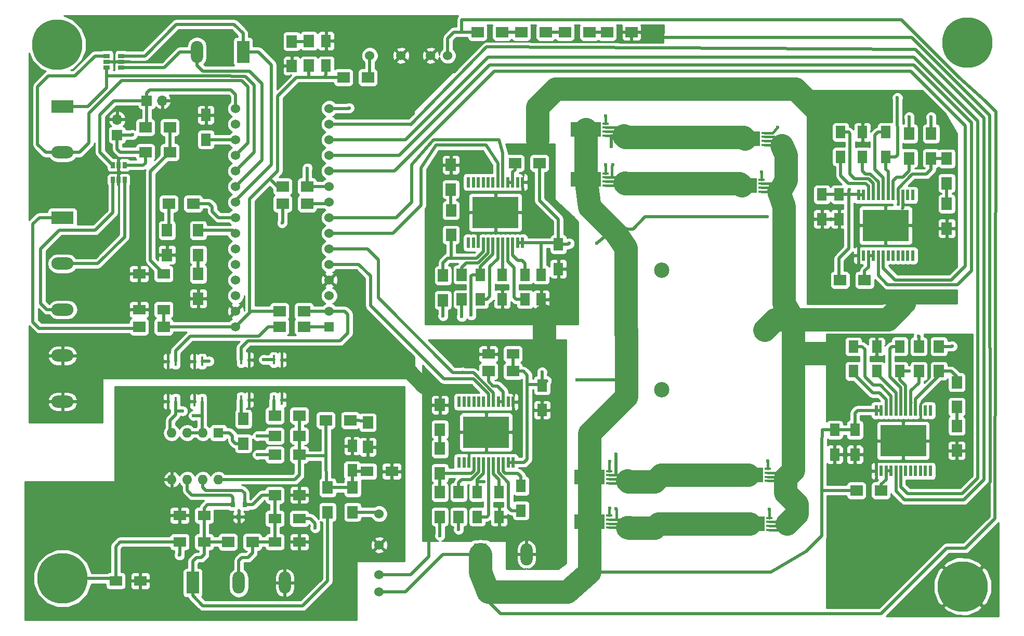
<source format=gbr>
G04 #@! TF.FileFunction,Copper,L1,Top,Signal*
%FSLAX46Y46*%
G04 Gerber Fmt 4.6, Leading zero omitted, Abs format (unit mm)*
G04 Created by KiCad (PCBNEW 4.0.6) date 10/26/17 18:12:12*
%MOMM*%
%LPD*%
G01*
G04 APERTURE LIST*
%ADD10C,0.100000*%
%ADD11C,2.500000*%
%ADD12R,1.700000X2.000000*%
%ADD13R,1.524000X1.524000*%
%ADD14C,1.524000*%
%ADD15R,2.000000X1.600000*%
%ADD16R,1.600000X2.000000*%
%ADD17R,2.000000X1.700000*%
%ADD18R,2.000000X3.600000*%
%ADD19O,2.000000X3.600000*%
%ADD20R,3.600000X2.000000*%
%ADD21O,3.600000X2.000000*%
%ADD22R,0.600000X1.700000*%
%ADD23R,7.500000X5.200000*%
%ADD24C,0.700000*%
%ADD25R,1.600000X1.600000*%
%ADD26O,1.600000X1.600000*%
%ADD27R,1.000000X0.450000*%
%ADD28R,5.000000X2.450000*%
%ADD29R,0.400000X1.500000*%
%ADD30R,0.700000X1.000000*%
%ADD31R,1.000000X0.700000*%
%ADD32R,0.800000X0.900000*%
%ADD33C,8.200000*%
%ADD34R,1.700000X1.700000*%
%ADD35O,1.700000X1.700000*%
%ADD36C,0.600000*%
%ADD37C,0.508000*%
%ADD38C,3.810000*%
%ADD39C,2.540000*%
%ADD40C,0.440000*%
%ADD41C,0.254000*%
G04 APERTURE END LIST*
D10*
D11*
X133170000Y-64008000D03*
X110670000Y-64008000D03*
X116420000Y-73758000D03*
X116420000Y-54258000D03*
D12*
X156718000Y-32036000D03*
X156718000Y-36036000D03*
D13*
X62230000Y-63500000D03*
D14*
X62230000Y-60960000D03*
X62230000Y-58420000D03*
X62230000Y-55880000D03*
X62230000Y-53340000D03*
X62230000Y-50800000D03*
X62230000Y-48260000D03*
X62230000Y-45720000D03*
X62230000Y-43180000D03*
X62230000Y-40640000D03*
X62230000Y-38100000D03*
X62230000Y-35560000D03*
X62230000Y-33020000D03*
X62230000Y-30480000D03*
X62230000Y-27940000D03*
X46990000Y-27940000D03*
X46990000Y-30480000D03*
X46990000Y-33020000D03*
X46990000Y-35560000D03*
X46990000Y-38100000D03*
X46990000Y-40640000D03*
X46990000Y-43180000D03*
X46990000Y-45720000D03*
X46990000Y-48260000D03*
X46990000Y-50800000D03*
X46990000Y-53340000D03*
X46990000Y-55880000D03*
X46990000Y-58420000D03*
X46990000Y-60960000D03*
X46990000Y-63500000D03*
D15*
X35274000Y-60706000D03*
X31274000Y-60706000D03*
D16*
X42164000Y-32988000D03*
X42164000Y-28988000D03*
X149098000Y-35782000D03*
X149098000Y-31782000D03*
X142494000Y-41942000D03*
X142494000Y-45942000D03*
X145288000Y-41942000D03*
X145288000Y-45942000D03*
D15*
X35274000Y-54864000D03*
X31274000Y-54864000D03*
D16*
X152908000Y-35782000D03*
X152908000Y-31782000D03*
X61722000Y-20923000D03*
X61722000Y-16923000D03*
X90424000Y-55023000D03*
X90424000Y-59023000D03*
X99568000Y-50070000D03*
X99568000Y-54070000D03*
X96774000Y-55023000D03*
X96774000Y-59023000D03*
X86868000Y-55023000D03*
X86868000Y-59023000D03*
X94107000Y-59023000D03*
X94107000Y-55023000D03*
X151417000Y-70726000D03*
X151417000Y-66726000D03*
X144559000Y-80315000D03*
X144559000Y-84315000D03*
X147861000Y-80315000D03*
X147861000Y-84315000D03*
X155194000Y-70707000D03*
X155194000Y-66707000D03*
X147607000Y-66726000D03*
X147607000Y-70726000D03*
X65976500Y-86899500D03*
X65976500Y-82899500D03*
D15*
X68421500Y-87058500D03*
X72421500Y-87058500D03*
X53372000Y-98552000D03*
X57372000Y-98552000D03*
D16*
X89916000Y-90456000D03*
X89916000Y-94456000D03*
D15*
X92170000Y-67945000D03*
X88170000Y-67945000D03*
X41878000Y-94234000D03*
X37878000Y-94234000D03*
D16*
X96901000Y-73057000D03*
X96901000Y-77057000D03*
D15*
X53372000Y-94742000D03*
X57372000Y-94742000D03*
D16*
X86360000Y-90456000D03*
X86360000Y-94456000D03*
D15*
X41878000Y-98552000D03*
X37878000Y-98552000D03*
X31464000Y-104902000D03*
X27464000Y-104902000D03*
D16*
X93472000Y-93440000D03*
X93472000Y-89440000D03*
D12*
X162814000Y-40100000D03*
X162814000Y-36100000D03*
D17*
X90392000Y-15494000D03*
X86392000Y-15494000D03*
D12*
X82072500Y-44526500D03*
X82072500Y-48526500D03*
X80264000Y-83344000D03*
X80264000Y-87344000D03*
D17*
X65690500Y-78740000D03*
X61690500Y-78740000D03*
D18*
X86868000Y-100584000D03*
D19*
X94368000Y-100584000D03*
D20*
X18800000Y-27600000D03*
D21*
X18800000Y-35100000D03*
D17*
X64548000Y-22860000D03*
X68548000Y-22860000D03*
D12*
X66040000Y-89694000D03*
X66040000Y-93694000D03*
X162814000Y-43466000D03*
X162814000Y-47466000D03*
X160274000Y-32036000D03*
X160274000Y-36036000D03*
D17*
X145447000Y-55880000D03*
X149447000Y-55880000D03*
D12*
X56134000Y-16986500D03*
X56134000Y-20986500D03*
X82042000Y-41116000D03*
X82042000Y-37116000D03*
D17*
X93504000Y-15494000D03*
X97504000Y-15494000D03*
X100616000Y-15494000D03*
X104616000Y-15494000D03*
X107474000Y-15494000D03*
X111474000Y-15494000D03*
D12*
X80772000Y-59150000D03*
X80772000Y-55150000D03*
X83820000Y-59023000D03*
X83820000Y-55023000D03*
D17*
X96488000Y-36830000D03*
X92488000Y-36830000D03*
X31274000Y-63500000D03*
X35274000Y-63500000D03*
X32290000Y-30988000D03*
X36290000Y-30988000D03*
X32290000Y-35052000D03*
X36290000Y-35052000D03*
D12*
X164465000Y-79661000D03*
X164465000Y-83661000D03*
X161544000Y-66707000D03*
X161544000Y-70707000D03*
D17*
X54134000Y-60960000D03*
X58134000Y-60960000D03*
X58642000Y-43434000D03*
X54642000Y-43434000D03*
X58134000Y-63500000D03*
X54134000Y-63500000D03*
X54642000Y-40640000D03*
X58642000Y-40640000D03*
D12*
X158275000Y-66726000D03*
X158275000Y-70726000D03*
X40894000Y-54896000D03*
X40894000Y-58896000D03*
D17*
X148114000Y-90170000D03*
X152114000Y-90170000D03*
D12*
X35814000Y-47784000D03*
X35814000Y-51784000D03*
D17*
X57372000Y-77978000D03*
X53372000Y-77978000D03*
D12*
X48260000Y-78518000D03*
X48260000Y-82518000D03*
D17*
X57372000Y-84328000D03*
X53372000Y-84328000D03*
X57372000Y-81280000D03*
X53372000Y-81280000D03*
D12*
X80264000Y-80232000D03*
X80264000Y-76232000D03*
X68516500Y-79089500D03*
X68516500Y-83089500D03*
D17*
X45752000Y-98552000D03*
X49752000Y-98552000D03*
D12*
X61976000Y-89694000D03*
X61976000Y-93694000D03*
D17*
X53372000Y-90932000D03*
X57372000Y-90932000D03*
D12*
X80264000Y-94456000D03*
X80264000Y-90456000D03*
X83312000Y-94456000D03*
X83312000Y-90456000D03*
D17*
X92170000Y-70739000D03*
X88170000Y-70739000D03*
D14*
X81534000Y-19304000D03*
X78740000Y-19304000D03*
X73914000Y-19304000D03*
X68834000Y-19304000D03*
D22*
X148475000Y-51903500D03*
D23*
X152875000Y-46971000D03*
D22*
X149275000Y-51903500D03*
X150075000Y-51903500D03*
X150875000Y-51903500D03*
X151675000Y-51903500D03*
X152475000Y-51903500D03*
X153275000Y-51903500D03*
X154075000Y-51903500D03*
X154875000Y-51903500D03*
X155675000Y-51903500D03*
X156475000Y-51903500D03*
X157275000Y-51903500D03*
X157275000Y-42038500D03*
X156475000Y-42038500D03*
X155675000Y-42038500D03*
X154875000Y-42038500D03*
X154075000Y-42038500D03*
X153275000Y-42038500D03*
X152475000Y-42038500D03*
X151675000Y-42038500D03*
X150875000Y-42038500D03*
X150075000Y-42038500D03*
X149275000Y-42038500D03*
X148475000Y-42038500D03*
D24*
X151375000Y-48471000D03*
X151375000Y-46971000D03*
X151375000Y-45471000D03*
X152375000Y-48471000D03*
X152375000Y-46971000D03*
X152375000Y-45471000D03*
X153375000Y-48471000D03*
X153375000Y-46971000D03*
X153375000Y-45471000D03*
X154375000Y-48471000D03*
X154375000Y-46971000D03*
X154375000Y-45471000D03*
D22*
X93711500Y-39943000D03*
D23*
X89311500Y-44875500D03*
D22*
X92911500Y-39943000D03*
X92111500Y-39943000D03*
X91311500Y-39943000D03*
X90511500Y-39943000D03*
X89711500Y-39943000D03*
X88911500Y-39943000D03*
X88111500Y-39943000D03*
X87311500Y-39943000D03*
X86511500Y-39943000D03*
X85711500Y-39943000D03*
X84911500Y-39943000D03*
X84911500Y-49808000D03*
X85711500Y-49808000D03*
X86511500Y-49808000D03*
X87311500Y-49808000D03*
X88111500Y-49808000D03*
X88911500Y-49808000D03*
X89711500Y-49808000D03*
X90511500Y-49808000D03*
X91311500Y-49808000D03*
X92111500Y-49808000D03*
X92911500Y-49808000D03*
X93711500Y-49808000D03*
D24*
X90811500Y-43375500D03*
X90811500Y-44875500D03*
X90811500Y-46375500D03*
X89811500Y-43375500D03*
X89811500Y-44875500D03*
X89811500Y-46375500D03*
X88811500Y-43375500D03*
X88811500Y-44875500D03*
X88811500Y-46375500D03*
X87811500Y-43375500D03*
X87811500Y-44875500D03*
X87811500Y-46375500D03*
D22*
X151335000Y-86993500D03*
D23*
X155735000Y-82061000D03*
D22*
X152135000Y-86993500D03*
X152935000Y-86993500D03*
X153735000Y-86993500D03*
X154535000Y-86993500D03*
X155335000Y-86993500D03*
X156135000Y-86993500D03*
X156935000Y-86993500D03*
X157735000Y-86993500D03*
X158535000Y-86993500D03*
X159335000Y-86993500D03*
X160135000Y-86993500D03*
X160135000Y-77128500D03*
X159335000Y-77128500D03*
X158535000Y-77128500D03*
X157735000Y-77128500D03*
X156935000Y-77128500D03*
X156135000Y-77128500D03*
X155335000Y-77128500D03*
X154535000Y-77128500D03*
X153735000Y-77128500D03*
X152935000Y-77128500D03*
X152135000Y-77128500D03*
X151335000Y-77128500D03*
D24*
X154235000Y-83561000D03*
X154235000Y-82061000D03*
X154235000Y-80561000D03*
X155235000Y-83561000D03*
X155235000Y-82061000D03*
X155235000Y-80561000D03*
X156235000Y-83561000D03*
X156235000Y-82061000D03*
X156235000Y-80561000D03*
X157235000Y-83561000D03*
X157235000Y-82061000D03*
X157235000Y-80561000D03*
D14*
X70358000Y-106680000D03*
X70358000Y-103886000D03*
X70358000Y-99060000D03*
X70358000Y-93980000D03*
D25*
X44196000Y-80772000D03*
D26*
X36576000Y-88392000D03*
X41656000Y-80772000D03*
X39116000Y-88392000D03*
X39116000Y-80772000D03*
X41656000Y-88392000D03*
X36576000Y-80772000D03*
X44196000Y-88392000D03*
D22*
X92190000Y-75731500D03*
D23*
X87790000Y-80664000D03*
D22*
X91390000Y-75731500D03*
X90590000Y-75731500D03*
X89790000Y-75731500D03*
X88990000Y-75731500D03*
X88190000Y-75731500D03*
X87390000Y-75731500D03*
X86590000Y-75731500D03*
X85790000Y-75731500D03*
X84990000Y-75731500D03*
X84190000Y-75731500D03*
X83390000Y-75731500D03*
X83390000Y-85596500D03*
X84190000Y-85596500D03*
X84990000Y-85596500D03*
X85790000Y-85596500D03*
X86590000Y-85596500D03*
X87390000Y-85596500D03*
X88190000Y-85596500D03*
X88990000Y-85596500D03*
X89790000Y-85596500D03*
X90590000Y-85596500D03*
X91390000Y-85596500D03*
X92190000Y-85596500D03*
D24*
X89290000Y-79164000D03*
X89290000Y-80664000D03*
X89290000Y-82164000D03*
X88290000Y-79164000D03*
X88290000Y-80664000D03*
X88290000Y-82164000D03*
X87290000Y-79164000D03*
X87290000Y-80664000D03*
X87290000Y-82164000D03*
X86290000Y-79164000D03*
X86290000Y-80664000D03*
X86290000Y-82164000D03*
D27*
X132640000Y-40164000D03*
X132640000Y-39514000D03*
X132640000Y-40824000D03*
X132640000Y-41484000D03*
D28*
X129410000Y-40494000D03*
D27*
X107240000Y-39148000D03*
X107240000Y-38498000D03*
X107240000Y-39808000D03*
X107240000Y-40468000D03*
D28*
X104010000Y-39478000D03*
D27*
X133148000Y-32544000D03*
X133148000Y-31894000D03*
X133148000Y-33204000D03*
X133148000Y-33864000D03*
D28*
X129918000Y-32874000D03*
D27*
X107240000Y-31020000D03*
X107240000Y-30370000D03*
X107240000Y-31680000D03*
X107240000Y-32340000D03*
D28*
X104010000Y-31350000D03*
D27*
X133656000Y-87281000D03*
X133656000Y-86631000D03*
X133656000Y-87941000D03*
X133656000Y-88601000D03*
D28*
X130426000Y-87611000D03*
D27*
X107875000Y-87662000D03*
X107875000Y-87012000D03*
X107875000Y-88322000D03*
X107875000Y-88982000D03*
D28*
X104645000Y-87992000D03*
D27*
X133910000Y-95282000D03*
X133910000Y-94632000D03*
X133910000Y-95942000D03*
X133910000Y-96602000D03*
D28*
X130680000Y-95612000D03*
D27*
X107875000Y-94901000D03*
X107875000Y-94251000D03*
X107875000Y-95561000D03*
X107875000Y-96221000D03*
D28*
X104645000Y-95231000D03*
D29*
X53213000Y-75411000D03*
X54483000Y-75411000D03*
X54483000Y-68861000D03*
X53213000Y-68861000D03*
X47879000Y-75411000D03*
X49149000Y-75411000D03*
X49149000Y-68861000D03*
X47879000Y-68861000D03*
X41529000Y-69115000D03*
X40259000Y-69115000D03*
X40259000Y-75665000D03*
X41529000Y-75665000D03*
X37211000Y-69115000D03*
X35941000Y-69115000D03*
X35941000Y-75665000D03*
X37211000Y-75665000D03*
D16*
X145542000Y-31782000D03*
X145542000Y-35782000D03*
D12*
X58928000Y-16923000D03*
X58928000Y-20923000D03*
D30*
X26990000Y-39554000D03*
X27940000Y-39554000D03*
X28890000Y-39554000D03*
X28890000Y-37154000D03*
X27940000Y-37154000D03*
X26990000Y-37154000D03*
D31*
X28378000Y-21270000D03*
X28378000Y-20320000D03*
X28378000Y-19370000D03*
X25978000Y-19370000D03*
X25978000Y-20320000D03*
X25978000Y-21270000D03*
D12*
X164465000Y-76549000D03*
X164465000Y-72549000D03*
X40894000Y-51784000D03*
X40894000Y-47784000D03*
D17*
X36100000Y-43434000D03*
X40100000Y-43434000D03*
D32*
X48448000Y-92472000D03*
X46548000Y-92472000D03*
X47498000Y-94472000D03*
D33*
X165400000Y-105800000D03*
X17900000Y-17500000D03*
D20*
X113792000Y-40132000D03*
D21*
X113792000Y-32632000D03*
D33*
X166200000Y-17200000D03*
X18800000Y-104500000D03*
D20*
X18800000Y-45700000D03*
D21*
X18800000Y-53200000D03*
X18800000Y-60700000D03*
X18800000Y-68200000D03*
X18800000Y-75700000D03*
D18*
X48200000Y-18700000D03*
D19*
X40700000Y-18700000D03*
D34*
X27686000Y-32258000D03*
D35*
X27686000Y-29718000D03*
D20*
X115189000Y-96266000D03*
D21*
X115189000Y-88766000D03*
D18*
X40000000Y-105200000D03*
D19*
X47500000Y-105200000D03*
X55000000Y-105200000D03*
D34*
X32512000Y-26670000D03*
D35*
X35052000Y-26670000D03*
D36*
X37846000Y-100711000D03*
X59944000Y-96266000D03*
X133604000Y-45593000D03*
X146939000Y-41148000D03*
X96901000Y-70866000D03*
X102616000Y-72136000D03*
X105791000Y-49911000D03*
X101346000Y-49911000D03*
X154787600Y-26162000D03*
X108407200Y-37134800D03*
X85344000Y-61595000D03*
X108204000Y-34163000D03*
X156718000Y-70739000D03*
X108966000Y-84226400D03*
X87426800Y-88747600D03*
X108940600Y-93116400D03*
X30200600Y-32207200D03*
X65481200Y-27838400D03*
X160274000Y-29337000D03*
X132689600Y-38303200D03*
X156718000Y-29337000D03*
X107289600Y-37058600D03*
X135305800Y-31013400D03*
X80772000Y-61722000D03*
X107289600Y-29108400D03*
X83820000Y-61849000D03*
X163703000Y-66675000D03*
X133680200Y-85394800D03*
X42672000Y-69088000D03*
X54559200Y-46583600D03*
X51562000Y-68834000D03*
X58674000Y-37668200D03*
X158242000Y-65024000D03*
X107924600Y-85445600D03*
X50546000Y-84328000D03*
X40132000Y-77978000D03*
X50546000Y-81280000D03*
X38354000Y-77216000D03*
X80264000Y-97536000D03*
X133908800Y-93243400D03*
X83312000Y-96520000D03*
X107924600Y-93091000D03*
X29718000Y-20320000D03*
D37*
X169862500Y-88836500D02*
X169862500Y-66992500D01*
X116014500Y-16383000D02*
X115824000Y-16192500D01*
X169799000Y-66929000D02*
X169799000Y-29083000D01*
X169799000Y-29083000D02*
X157099000Y-16383000D01*
X157099000Y-16383000D02*
X116014500Y-16383000D01*
X169862500Y-66992500D02*
X169799000Y-66929000D01*
D38*
X102311200Y-24714200D02*
X99110800Y-24714200D01*
X137871200Y-24714200D02*
X137668000Y-24714200D01*
X102311200Y-24714200D02*
X137668000Y-24714200D01*
X137998200Y-24714200D02*
X137871200Y-24714200D01*
X96139000Y-27686000D02*
X96139000Y-33147000D01*
X99110800Y-24714200D02*
X96139000Y-27686000D01*
X137998200Y-24714200D02*
X138125200Y-24714200D01*
X138125200Y-24714200D02*
X141732000Y-28321000D01*
X137998200Y-24714200D02*
X137998200Y-24841200D01*
X97282000Y-61722000D02*
X97282000Y-66802000D01*
X97282000Y-66802000D02*
X97663000Y-67183000D01*
D39*
X78676500Y-73215500D02*
X77724000Y-73215500D01*
X77724000Y-73215500D02*
X75120500Y-70612000D01*
D37*
X37878000Y-98552000D02*
X37878000Y-100679000D01*
X37878000Y-100679000D02*
X37846000Y-100711000D01*
X59182000Y-94742000D02*
X59944000Y-95504000D01*
X59944000Y-95504000D02*
X59944000Y-96266000D01*
X59182000Y-94742000D02*
X57372000Y-94742000D01*
X18800000Y-104500000D02*
X27062000Y-104500000D01*
X27062000Y-104500000D02*
X27464000Y-104902000D01*
X37878000Y-98552000D02*
X28194000Y-98552000D01*
X27464000Y-99282000D02*
X27464000Y-104902000D01*
X28194000Y-98552000D02*
X27464000Y-99282000D01*
X42164000Y-32988000D02*
X46958000Y-32988000D01*
X46958000Y-32988000D02*
X46990000Y-33020000D01*
X149098000Y-35782000D02*
X149098000Y-38100000D01*
X151675000Y-39915000D02*
X151675000Y-42038500D01*
X150368000Y-38608000D02*
X151675000Y-39915000D01*
X149606000Y-38608000D02*
X150368000Y-38608000D01*
X149098000Y-38100000D02*
X149606000Y-38608000D01*
X96774000Y-49911000D02*
X96774000Y-50927000D01*
X96774000Y-50927000D02*
X96774000Y-50673000D01*
X113665000Y-45593000D02*
X133604000Y-45593000D01*
X111696500Y-47561500D02*
X113665000Y-45593000D01*
X111696500Y-47561500D02*
X108077000Y-47434500D01*
D38*
X108077000Y-47434500D02*
X104581500Y-43939000D01*
D37*
X146862800Y-41224200D02*
X146939000Y-41148000D01*
X146862800Y-42037000D02*
X146862800Y-41224200D01*
X96901000Y-73057000D02*
X96901000Y-70866000D01*
X102616000Y-72136000D02*
X110670000Y-72136000D01*
X108013500Y-48133000D02*
X108775500Y-48133000D01*
X108013500Y-48133000D02*
X105791000Y-49911000D01*
X99568000Y-50070000D02*
X101187000Y-50070000D01*
X101187000Y-50070000D02*
X101346000Y-49911000D01*
X142468600Y-90170000D02*
X148114000Y-90170000D01*
X83820000Y-15494000D02*
X83820000Y-13462000D01*
X88112600Y-108178600D02*
X88112600Y-106730800D01*
X90170000Y-110236000D02*
X88112600Y-108178600D01*
X152146000Y-110236000D02*
X90170000Y-110236000D01*
X162814000Y-99568000D02*
X152146000Y-110236000D01*
X165862000Y-99568000D02*
X162814000Y-99568000D01*
X170688000Y-94742000D02*
X165862000Y-99568000D01*
X170815000Y-28448000D02*
X170688000Y-94742000D01*
X169037000Y-26670000D02*
X170815000Y-28448000D01*
X164846000Y-22860000D02*
X169037000Y-26670000D01*
X155448000Y-13462000D02*
X164846000Y-22860000D01*
X148336000Y-13462000D02*
X155448000Y-13462000D01*
X83820000Y-13462000D02*
X148336000Y-13462000D01*
X81534000Y-18186400D02*
X81534000Y-19304000D01*
X86868000Y-103454200D02*
X86868000Y-100584000D01*
X86868000Y-107721400D02*
X86868000Y-100584000D01*
X142468600Y-97078800D02*
X142468600Y-97586800D01*
X142544600Y-80315000D02*
X142468600Y-82854800D01*
X142468600Y-82854800D02*
X142468600Y-90170000D01*
X142468600Y-90170000D02*
X142468600Y-97078800D01*
X139928600Y-100126800D02*
X134159800Y-103431800D01*
X104645000Y-103431800D02*
X134159800Y-103431800D01*
X142544600Y-80315000D02*
X144559000Y-80315000D01*
X142468600Y-97586800D02*
X139928600Y-100126800D01*
X146862800Y-41942000D02*
X146862800Y-42037000D01*
X146862800Y-42037000D02*
X146862800Y-50749200D01*
X145262600Y-52349400D02*
X145262600Y-55695600D01*
X146862800Y-50749200D02*
X145262600Y-52349400D01*
X145262600Y-55695600D02*
X145447000Y-55880000D01*
X97669600Y-72288400D02*
X96901000Y-73057000D01*
D38*
X86868000Y-100584000D02*
X86868000Y-103454200D01*
X100990400Y-106730800D02*
X104645000Y-103431800D01*
X88112600Y-106730800D02*
X100990400Y-106730800D01*
X86868000Y-103454200D02*
X88112600Y-106730800D01*
X104645000Y-103431800D02*
X104645000Y-95231000D01*
D37*
X142494000Y-41942000D02*
X145288000Y-41942000D01*
X80772000Y-100584000D02*
X83820000Y-100584000D01*
X83820000Y-100584000D02*
X86868000Y-100584000D01*
X74676000Y-106680000D02*
X80772000Y-100584000D01*
X70358000Y-106680000D02*
X74676000Y-106680000D01*
X94488000Y-72898000D02*
X96742000Y-72898000D01*
X96742000Y-72898000D02*
X96901000Y-73057000D01*
X92170000Y-67945000D02*
X92170000Y-70739000D01*
X92190000Y-85596500D02*
X93981500Y-85596500D01*
X93853000Y-70739000D02*
X92170000Y-70739000D01*
X94488000Y-71374000D02*
X93853000Y-70739000D01*
X94488000Y-85090000D02*
X94488000Y-83947000D01*
X94488000Y-83947000D02*
X94488000Y-72898000D01*
X94488000Y-72898000D02*
X94488000Y-71374000D01*
X93981500Y-85596500D02*
X94488000Y-85090000D01*
X91390000Y-85596500D02*
X92190000Y-85596500D01*
X144559000Y-80315000D02*
X147861000Y-80315000D01*
X147861000Y-80315000D02*
X147861000Y-77564000D01*
X148296500Y-77128500D02*
X149479000Y-77128500D01*
X149479000Y-77128500D02*
X152135000Y-77128500D01*
X147861000Y-77564000D02*
X148296500Y-77128500D01*
D38*
X110670000Y-64008000D02*
X110670000Y-72136000D01*
X110670000Y-72136000D02*
X110670000Y-72288400D01*
X104645000Y-80902000D02*
X104645000Y-95231000D01*
X110670000Y-74877000D02*
X104645000Y-80902000D01*
X110670000Y-72288400D02*
X110670000Y-74877000D01*
D37*
X96488000Y-36830000D02*
X96488000Y-42894000D01*
X99568000Y-45974000D02*
X99568000Y-50070000D01*
X96488000Y-42894000D02*
X99568000Y-45974000D01*
X96774000Y-55023000D02*
X96774000Y-50673000D01*
X96774000Y-50673000D02*
X96774000Y-50316000D01*
X96774000Y-49808000D02*
X96774000Y-49911000D01*
X96774000Y-49911000D02*
X96774000Y-50038000D01*
X96774000Y-50038000D02*
X96774000Y-49808000D01*
X92911500Y-49808000D02*
X96774000Y-49808000D01*
X96774000Y-49808000D02*
X99306000Y-49808000D01*
X99306000Y-49808000D02*
X99441000Y-49943000D01*
X93711500Y-49808000D02*
X92911500Y-49808000D01*
D38*
X104010000Y-31350000D02*
X104010000Y-39478000D01*
X104581500Y-43939000D02*
X104010000Y-39478000D01*
X108775500Y-48133000D02*
X108077000Y-47434500D01*
X108940600Y-48298100D02*
X108775500Y-48133000D01*
X110576000Y-50632000D02*
X108940600Y-48298100D01*
X110576000Y-64662000D02*
X110576000Y-50632000D01*
D37*
X145256000Y-41910000D02*
X145288000Y-41942000D01*
X149275000Y-42038500D02*
X148475000Y-42038500D01*
X148475000Y-42038500D02*
X148378500Y-41942000D01*
X148378500Y-41942000D02*
X146862800Y-41942000D01*
X146862800Y-41942000D02*
X145288000Y-41942000D01*
X81534000Y-18186400D02*
X81534000Y-16510000D01*
X81534000Y-16510000D02*
X82550000Y-15494000D01*
X82550000Y-15494000D02*
X83820000Y-15494000D01*
X83820000Y-15494000D02*
X86392000Y-15494000D01*
X61722000Y-20923000D02*
X61722000Y-22479000D01*
X61722000Y-22479000D02*
X61341000Y-22860000D01*
X58928000Y-20923000D02*
X58928000Y-22860000D01*
X58928000Y-22860000D02*
X58864500Y-22860000D01*
X36290000Y-30988000D02*
X36290000Y-35052000D01*
X36290000Y-35052000D02*
X33121600Y-38220400D01*
X33121600Y-38220400D02*
X33121600Y-52711600D01*
X33121600Y-52711600D02*
X35274000Y-54864000D01*
X54134000Y-60960000D02*
X49530000Y-60960000D01*
X49530000Y-60960000D02*
X49276000Y-61214000D01*
X54642000Y-40640000D02*
X53848000Y-40640000D01*
X53848000Y-40640000D02*
X52832000Y-39624000D01*
X64548000Y-22860000D02*
X61341000Y-22860000D01*
X61341000Y-22860000D02*
X58864500Y-22860000D01*
X58864500Y-22860000D02*
X56896000Y-22860000D01*
X49276000Y-61214000D02*
X46990000Y-63500000D01*
X49276000Y-42672000D02*
X49276000Y-61214000D01*
X53848000Y-38100000D02*
X49276000Y-42672000D01*
X53848000Y-25908000D02*
X53848000Y-38100000D01*
X56896000Y-22860000D02*
X53848000Y-25908000D01*
X46990000Y-63500000D02*
X39116000Y-63500000D01*
X39116000Y-63500000D02*
X35274000Y-63500000D01*
X35274000Y-60706000D02*
X35274000Y-63500000D01*
X154813000Y-35496000D02*
X154787600Y-26162000D01*
X152908000Y-35782000D02*
X154527000Y-35782000D01*
X154527000Y-35782000D02*
X154813000Y-35496000D01*
D40*
X108254800Y-37287200D02*
X108407200Y-37134800D01*
X108254800Y-37287200D02*
X108254800Y-39148000D01*
D38*
X113792000Y-40132000D02*
X110464600Y-40132000D01*
X110464600Y-40132000D02*
X110388400Y-40055800D01*
D40*
X107240000Y-40468000D02*
X108946400Y-40468000D01*
X108946400Y-40468000D02*
X108991400Y-40513000D01*
X107240000Y-39808000D02*
X108959800Y-39808000D01*
X108959800Y-39808000D02*
X108966000Y-39801800D01*
X107240000Y-39148000D02*
X108254800Y-39148000D01*
X108254800Y-39148000D02*
X108947200Y-39148000D01*
X108947200Y-39148000D02*
X108991400Y-39192200D01*
D37*
X153275000Y-42038500D02*
X153275000Y-38213000D01*
X152908000Y-37846000D02*
X152908000Y-35782000D01*
X153275000Y-38213000D02*
X152908000Y-37846000D01*
D38*
X113792000Y-40132000D02*
X129048000Y-40132000D01*
X129048000Y-40132000D02*
X129410000Y-40494000D01*
D37*
X152475000Y-42038500D02*
X152475000Y-39191000D01*
X151606000Y-31782000D02*
X152908000Y-31782000D01*
X151130000Y-32258000D02*
X151606000Y-31782000D01*
X151130000Y-37846000D02*
X151130000Y-32258000D01*
X152475000Y-39191000D02*
X151130000Y-37846000D01*
X91311500Y-50316000D02*
X91311500Y-52830500D01*
X92678000Y-59023000D02*
X94107000Y-59023000D01*
X92329000Y-58674000D02*
X92678000Y-59023000D01*
X92329000Y-53848000D02*
X92329000Y-58674000D01*
X91311500Y-52830500D02*
X92329000Y-53848000D01*
X85566000Y-55023000D02*
X85344000Y-55245000D01*
X85344000Y-55245000D02*
X85344000Y-61595000D01*
X85566000Y-55023000D02*
X86868000Y-55023000D01*
X108153200Y-32340000D02*
X108153200Y-34112200D01*
X108153200Y-34112200D02*
X108204000Y-34163000D01*
D38*
X113792000Y-32632000D02*
X110457600Y-32632000D01*
X110457600Y-32632000D02*
X110185200Y-32359600D01*
D40*
X107240000Y-32340000D02*
X108153200Y-32340000D01*
X108153200Y-32340000D02*
X109022600Y-32340000D01*
X109022600Y-32340000D02*
X109042200Y-32359600D01*
X107240000Y-31680000D02*
X109048400Y-31680000D01*
X109048400Y-31680000D02*
X109093000Y-31724600D01*
X107240000Y-31020000D02*
X108407200Y-31020000D01*
X108407200Y-31020000D02*
X109137200Y-31020000D01*
X109137200Y-31020000D02*
X109143800Y-31013400D01*
D37*
X86868000Y-55023000D02*
X86868000Y-53721000D01*
X86868000Y-53721000D02*
X88911500Y-51677500D01*
X88911500Y-51677500D02*
X88911500Y-49808000D01*
D38*
X113792000Y-32632000D02*
X129676000Y-32632000D01*
X129676000Y-32632000D02*
X129918000Y-32874000D01*
D37*
X155335000Y-77128500D02*
X155335000Y-75858500D01*
X153892000Y-66707000D02*
X153543000Y-67056000D01*
X153543000Y-67056000D02*
X153543000Y-71628000D01*
X153543000Y-71628000D02*
X155335000Y-73420000D01*
X155335000Y-73420000D02*
X155335000Y-75858500D01*
X153892000Y-66707000D02*
X155194000Y-66707000D01*
X153735000Y-77128500D02*
X153735000Y-74741000D01*
X149022000Y-66726000D02*
X147607000Y-66726000D01*
X149479000Y-67183000D02*
X149022000Y-66726000D01*
X149479000Y-71628000D02*
X149479000Y-67183000D01*
X150876000Y-73025000D02*
X149479000Y-71628000D01*
X152019000Y-73025000D02*
X150876000Y-73025000D01*
X153735000Y-74741000D02*
X152019000Y-73025000D01*
X156686000Y-70707000D02*
X156718000Y-70739000D01*
X155194000Y-70707000D02*
X156686000Y-70707000D01*
X108915200Y-84277200D02*
X108966000Y-84226400D01*
X108915200Y-84277200D02*
X108915200Y-87662000D01*
D38*
X115189000Y-88766000D02*
X110991000Y-88766000D01*
X110991000Y-88766000D02*
X110794800Y-88569800D01*
D40*
X107875000Y-88982000D02*
X108661200Y-88982000D01*
X108661200Y-88982000D02*
X110064000Y-88982000D01*
X110064000Y-88982000D02*
X110109000Y-89027000D01*
X107875000Y-88322000D02*
X110115200Y-88322000D01*
X110115200Y-88322000D02*
X110159800Y-88366600D01*
X107875000Y-87662000D02*
X108915200Y-87662000D01*
X108915200Y-87662000D02*
X110242600Y-87662000D01*
X110242600Y-87662000D02*
X110261400Y-87680800D01*
D37*
X156135000Y-76073000D02*
X156135000Y-77128500D01*
X155194000Y-70707000D02*
X155194000Y-72136000D01*
X156135000Y-73077000D02*
X156135000Y-76073000D01*
X156135000Y-76073000D02*
X156135000Y-75858500D01*
X155194000Y-72136000D02*
X156135000Y-73077000D01*
D38*
X130426000Y-87611000D02*
X116344000Y-87611000D01*
X116344000Y-87611000D02*
X115189000Y-88766000D01*
D37*
X88990000Y-85596500D02*
X88990000Y-87436532D01*
X89916000Y-88362532D02*
X89916000Y-90456000D01*
X88990000Y-87436532D02*
X89916000Y-88362532D01*
X68421500Y-87058500D02*
X66135500Y-87058500D01*
X66135500Y-87058500D02*
X66040000Y-87154000D01*
X66040000Y-87154000D02*
X66040000Y-89694000D01*
X61724693Y-84518886D02*
X57562886Y-84518886D01*
X57562886Y-84518886D02*
X57372000Y-84328000D01*
X44196000Y-88392000D02*
X56642000Y-88392000D01*
X57372000Y-87662000D02*
X57372000Y-84328000D01*
X56642000Y-88392000D02*
X57372000Y-87662000D01*
X61436000Y-89154000D02*
X61976000Y-89694000D01*
X61690500Y-78740000D02*
X61724693Y-84518886D01*
X61724693Y-84518886D02*
X61754000Y-89472000D01*
X61754000Y-89472000D02*
X61976000Y-89694000D01*
X66040000Y-89694000D02*
X61976000Y-89694000D01*
X57372000Y-81280000D02*
X57372000Y-84328000D01*
X57372000Y-77978000D02*
X57372000Y-81280000D01*
X61976000Y-93694000D02*
X61976000Y-104902000D01*
X40000000Y-107310000D02*
X40000000Y-105200000D01*
X41656000Y-108966000D02*
X40000000Y-107310000D01*
X57912000Y-108966000D02*
X41656000Y-108966000D01*
X61976000Y-104902000D02*
X57912000Y-108966000D01*
X39116000Y-90170000D02*
X39116000Y-88392000D01*
X39878000Y-90932000D02*
X39116000Y-90170000D01*
X46228000Y-90932000D02*
X39878000Y-90932000D01*
X46548000Y-91252000D02*
X46228000Y-90932000D01*
X46548000Y-92472000D02*
X46548000Y-91252000D01*
X41878000Y-93028000D02*
X41878000Y-94234000D01*
X42434000Y-92472000D02*
X41878000Y-93028000D01*
X46548000Y-92472000D02*
X42434000Y-92472000D01*
X41878000Y-94234000D02*
X41878000Y-98552000D01*
X40000000Y-105200000D02*
X40000000Y-101732000D01*
X41878000Y-100616000D02*
X41878000Y-98552000D01*
X41402000Y-101092000D02*
X41878000Y-100616000D01*
X40640000Y-101092000D02*
X41402000Y-101092000D01*
X40000000Y-101732000D02*
X40640000Y-101092000D01*
X41878000Y-98552000D02*
X45752000Y-98552000D01*
X87401400Y-88773000D02*
X87426800Y-88747600D01*
X87401400Y-88773000D02*
X86360000Y-88773000D01*
D40*
X109016800Y-94901000D02*
X109016800Y-93192600D01*
X109016800Y-93192600D02*
X108940600Y-93116400D01*
D38*
X115189000Y-96266000D02*
X111175800Y-96266000D01*
X111074200Y-96164400D02*
X110845600Y-96164400D01*
X111175800Y-96266000D02*
X111074200Y-96164400D01*
D40*
X107875000Y-96221000D02*
X109657600Y-96221000D01*
X109657600Y-96221000D02*
X109753400Y-96316800D01*
X107875000Y-95561000D02*
X109886600Y-95561000D01*
X109886600Y-95561000D02*
X109931200Y-95605600D01*
X107875000Y-94901000D02*
X109016800Y-94901000D01*
X109016800Y-94901000D02*
X109861600Y-94901000D01*
X109861600Y-94901000D02*
X109880400Y-94919800D01*
D37*
X87390000Y-85596500D02*
X87390000Y-87362000D01*
X87390000Y-87362000D02*
X86360000Y-88392000D01*
X86360000Y-88392000D02*
X86360000Y-88773000D01*
X86360000Y-88773000D02*
X86360000Y-90456000D01*
D38*
X130680000Y-95612000D02*
X115843000Y-95612000D01*
X115843000Y-95612000D02*
X115189000Y-96266000D01*
D37*
X162814000Y-40100000D02*
X162814000Y-43466000D01*
X56134000Y-16986500D02*
X58864500Y-16986500D01*
X58864500Y-16986500D02*
X58928000Y-16923000D01*
X90392000Y-15494000D02*
X93504000Y-15494000D01*
X82042000Y-41116000D02*
X82042000Y-44496000D01*
X82042000Y-44496000D02*
X82072500Y-44526500D01*
X30149800Y-32258000D02*
X30200600Y-32207200D01*
X27686000Y-32258000D02*
X30149800Y-32258000D01*
X65379600Y-27940000D02*
X62230000Y-27940000D01*
X65379600Y-27940000D02*
X65481200Y-27838400D01*
X32290000Y-35052000D02*
X32290000Y-36798000D01*
X31934000Y-37154000D02*
X28890000Y-37154000D01*
X32290000Y-36798000D02*
X31934000Y-37154000D01*
X27686000Y-32258000D02*
X27686000Y-34544000D01*
X28194000Y-35052000D02*
X32290000Y-35052000D01*
X27686000Y-34544000D02*
X28194000Y-35052000D01*
X32512000Y-26670000D02*
X27178000Y-26670000D01*
X24892000Y-35056000D02*
X26990000Y-37154000D01*
X24892000Y-28956000D02*
X24892000Y-35056000D01*
X27178000Y-26670000D02*
X24892000Y-28956000D01*
X32512000Y-26670000D02*
X32512000Y-25400000D01*
X46990000Y-25654000D02*
X46990000Y-27940000D01*
X46228000Y-24892000D02*
X46990000Y-25654000D01*
X33020000Y-24892000D02*
X46228000Y-24892000D01*
X32512000Y-25400000D02*
X33020000Y-24892000D01*
X32512000Y-26670000D02*
X32512000Y-30766000D01*
X32512000Y-30766000D02*
X32290000Y-30988000D01*
X80264000Y-80232000D02*
X80264000Y-83344000D01*
X65690500Y-78740000D02*
X68802500Y-78803500D01*
X68802500Y-78803500D02*
X68516500Y-79089500D01*
X68834000Y-19304000D02*
X68834000Y-22574000D01*
X68834000Y-22574000D02*
X68548000Y-22860000D01*
X66040000Y-93694000D02*
X70072000Y-93694000D01*
X70072000Y-93694000D02*
X70358000Y-93980000D01*
X154075000Y-42038500D02*
X154075000Y-39727000D01*
X156718000Y-38100000D02*
X156718000Y-36036000D01*
X155702000Y-39116000D02*
X156718000Y-38100000D01*
X154686000Y-39116000D02*
X155702000Y-39116000D01*
X154075000Y-39727000D02*
X154686000Y-39116000D01*
X160274000Y-32036000D02*
X160274000Y-29337000D01*
D40*
X132640000Y-38352800D02*
X132689600Y-38303200D01*
X132640000Y-38352800D02*
X132640000Y-39514000D01*
D37*
X156718000Y-29337000D02*
X156718000Y-32036000D01*
D40*
X107240000Y-38498000D02*
X107240000Y-37108200D01*
X107240000Y-37108200D02*
X107289600Y-37058600D01*
D37*
X97504000Y-15494000D02*
X100616000Y-15494000D01*
X88111500Y-49808000D02*
X88111500Y-51461500D01*
X83820000Y-53848000D02*
X83820000Y-55023000D01*
X84582000Y-53086000D02*
X83820000Y-53848000D01*
X86487000Y-53086000D02*
X84582000Y-53086000D01*
X88111500Y-51461500D02*
X86487000Y-53086000D01*
D40*
X134450600Y-31894000D02*
X135305800Y-31038800D01*
X135305800Y-31038800D02*
X135305800Y-31013400D01*
X134450600Y-31894000D02*
X133148000Y-31894000D01*
D37*
X80772000Y-59150000D02*
X80772000Y-61722000D01*
D40*
X107240000Y-29158000D02*
X107289600Y-29108400D01*
X107240000Y-30370000D02*
X107240000Y-29158000D01*
D37*
X83820000Y-59023000D02*
X83820000Y-61849000D01*
X163671000Y-66707000D02*
X163703000Y-66675000D01*
X161544000Y-66707000D02*
X163671000Y-66707000D01*
D40*
X133656000Y-85419000D02*
X133680200Y-85394800D01*
X133656000Y-85419000D02*
X133656000Y-86631000D01*
D37*
X42645000Y-69115000D02*
X42672000Y-69088000D01*
X41529000Y-69115000D02*
X42645000Y-69115000D01*
X54642000Y-46500800D02*
X54559200Y-46583600D01*
X54642000Y-46500800D02*
X54642000Y-43434000D01*
X62230000Y-60960000D02*
X64770000Y-60960000D01*
X47879000Y-66929000D02*
X47879000Y-68861000D01*
X49022000Y-65786000D02*
X47879000Y-66929000D01*
X64008000Y-65786000D02*
X49022000Y-65786000D01*
X65278000Y-64516000D02*
X64008000Y-65786000D01*
X65278000Y-61468000D02*
X65278000Y-64516000D01*
X64770000Y-60960000D02*
X65278000Y-61468000D01*
X62230000Y-60960000D02*
X58134000Y-60960000D01*
X58642000Y-43434000D02*
X61976000Y-43434000D01*
X61976000Y-43434000D02*
X62230000Y-43180000D01*
X58134000Y-63500000D02*
X62230000Y-63500000D01*
X156935000Y-75854002D02*
X156935000Y-73951000D01*
X158275000Y-72611000D02*
X156935000Y-73951000D01*
X158275000Y-72611000D02*
X158275000Y-70726000D01*
X157026998Y-75854002D02*
X156935000Y-75854002D01*
X156935000Y-75221000D02*
X156935000Y-75854002D01*
X156935000Y-75854002D02*
X156935000Y-77128500D01*
X51589000Y-68861000D02*
X51562000Y-68834000D01*
X53213000Y-68861000D02*
X51589000Y-68861000D01*
X58642000Y-37700200D02*
X58674000Y-37668200D01*
X58642000Y-37700200D02*
X58642000Y-40640000D01*
X58642000Y-40640000D02*
X62230000Y-40640000D01*
X158275000Y-65057000D02*
X158242000Y-65024000D01*
X158275000Y-66726000D02*
X158275000Y-65057000D01*
D40*
X107875000Y-85495200D02*
X107924600Y-85445600D01*
X107875000Y-85495200D02*
X107875000Y-87012000D01*
D37*
X153735000Y-86993500D02*
X152935000Y-86993500D01*
X152114000Y-90170000D02*
X152114000Y-89186000D01*
X152935000Y-88365000D02*
X152935000Y-86993500D01*
X152114000Y-89186000D02*
X152935000Y-88365000D01*
X53213000Y-75411000D02*
X53213000Y-77819000D01*
X53213000Y-77819000D02*
X53372000Y-77978000D01*
X53372000Y-84328000D02*
X50546000Y-84328000D01*
X41529000Y-77978000D02*
X40132000Y-77978000D01*
X41529000Y-75665000D02*
X41529000Y-77978000D01*
X41529000Y-77978000D02*
X41529000Y-80645000D01*
X41529000Y-80645000D02*
X41402000Y-80772000D01*
X41402000Y-80772000D02*
X39116000Y-80772000D01*
X53372000Y-81280000D02*
X50546000Y-81280000D01*
X38354000Y-77216000D02*
X37211000Y-77216000D01*
X37211000Y-75665000D02*
X37211000Y-77216000D01*
X37211000Y-77216000D02*
X37211000Y-77851000D01*
X36322000Y-78740000D02*
X36322000Y-80518000D01*
X37211000Y-77851000D02*
X36322000Y-78740000D01*
X36322000Y-80518000D02*
X36576000Y-80772000D01*
X80264000Y-94456000D02*
X80264000Y-97536000D01*
D40*
X133910000Y-93244600D02*
X133908800Y-93243400D01*
X133910000Y-93244600D02*
X133910000Y-94632000D01*
D37*
X89790000Y-75731500D02*
X90590000Y-75731500D01*
X88170000Y-70739000D02*
X88170000Y-72422000D01*
X90590000Y-74080000D02*
X90590000Y-75731500D01*
X89662000Y-73152000D02*
X90590000Y-74080000D01*
X88900000Y-73152000D02*
X89662000Y-73152000D01*
X88170000Y-72422000D02*
X88900000Y-73152000D01*
X83312000Y-94456000D02*
X83312000Y-96520000D01*
D40*
X107875000Y-93140600D02*
X107924600Y-93091000D01*
X107875000Y-93140600D02*
X107875000Y-94251000D01*
D37*
X150875000Y-42038500D02*
X150875000Y-40131000D01*
X146844000Y-31782000D02*
X145542000Y-31782000D01*
X147066000Y-32004000D02*
X146844000Y-31782000D01*
X147066000Y-38608000D02*
X147066000Y-32004000D01*
X147828000Y-39370000D02*
X147066000Y-38608000D01*
X150114000Y-39370000D02*
X147828000Y-39370000D01*
X150875000Y-40131000D02*
X150114000Y-39370000D01*
X145542000Y-35782000D02*
X145542000Y-38862000D01*
X150075000Y-40601000D02*
X150075000Y-42038500D01*
X149606000Y-40132000D02*
X150075000Y-40601000D01*
X146812000Y-40132000D02*
X149606000Y-40132000D01*
X145542000Y-38862000D02*
X146812000Y-40132000D01*
X90511500Y-50316000D02*
X90511500Y-54935500D01*
X90511500Y-54935500D02*
X90424000Y-55023000D01*
X89711500Y-49808000D02*
X89711500Y-52401500D01*
X87916000Y-59023000D02*
X86868000Y-59023000D01*
X88392000Y-58547000D02*
X87916000Y-59023000D01*
X88392000Y-53721000D02*
X88392000Y-58547000D01*
X89711500Y-52401500D02*
X88392000Y-53721000D01*
X92111500Y-49808000D02*
X92111500Y-51852500D01*
X94107000Y-53213000D02*
X94107000Y-55023000D01*
X93599000Y-52705000D02*
X94107000Y-53213000D01*
X92964000Y-52705000D02*
X93599000Y-52705000D01*
X92111500Y-51852500D02*
X92964000Y-52705000D01*
X154535000Y-74271000D02*
X154535000Y-77128500D01*
X151417000Y-71153000D02*
X154535000Y-74271000D01*
X151417000Y-70726000D02*
X151417000Y-71153000D01*
X147607000Y-70726000D02*
X147607000Y-71153000D01*
X147607000Y-71153000D02*
X150749000Y-74295000D01*
X150749000Y-74295000D02*
X151892000Y-74295000D01*
X151892000Y-74295000D02*
X152935000Y-75338000D01*
X152935000Y-75338000D02*
X152935000Y-77128500D01*
X48448000Y-92472000D02*
X48448000Y-90612000D01*
X41656000Y-89662000D02*
X41656000Y-88392000D01*
X42164000Y-90170000D02*
X41656000Y-89662000D01*
X48006000Y-90170000D02*
X42164000Y-90170000D01*
X48448000Y-90612000D02*
X48006000Y-90170000D01*
X47500000Y-105200000D02*
X47500000Y-101598000D01*
X49752000Y-100362000D02*
X49752000Y-98552000D01*
X49022000Y-101092000D02*
X49752000Y-100362000D01*
X48006000Y-101092000D02*
X49022000Y-101092000D01*
X47500000Y-101598000D02*
X48006000Y-101092000D01*
X49752000Y-98552000D02*
X53372000Y-98552000D01*
X48448000Y-92472000D02*
X49768000Y-92472000D01*
X51308000Y-90932000D02*
X53372000Y-90932000D01*
X49768000Y-92472000D02*
X51308000Y-90932000D01*
X53372000Y-98552000D02*
X53372000Y-94742000D01*
X53372000Y-90932000D02*
X53372000Y-94742000D01*
X88190000Y-85596500D02*
X88190000Y-94182000D01*
X87916000Y-94456000D02*
X86360000Y-94456000D01*
X88190000Y-94182000D02*
X87916000Y-94456000D01*
X89790000Y-85596500D02*
X89790000Y-87235266D01*
X91916000Y-93440000D02*
X93472000Y-93440000D01*
X91440000Y-92964000D02*
X91916000Y-93440000D01*
X91440000Y-88885266D02*
X91440000Y-92964000D01*
X89790000Y-87235266D02*
X91440000Y-88885266D01*
X90590000Y-85596500D02*
X90590000Y-87034000D01*
X93472000Y-87884000D02*
X93472000Y-89440000D01*
X92964000Y-87376000D02*
X93472000Y-87884000D01*
X90932000Y-87376000D02*
X92964000Y-87376000D01*
X90590000Y-87034000D02*
X90932000Y-87376000D01*
X48200000Y-18700000D02*
X50704000Y-18700000D01*
X52832000Y-37084000D02*
X46990000Y-42926000D01*
X52832000Y-20828000D02*
X52832000Y-37084000D01*
X50704000Y-18700000D02*
X52832000Y-20828000D01*
X46990000Y-42926000D02*
X46990000Y-43180000D01*
X28378000Y-19370000D02*
X32192000Y-19370000D01*
X48200000Y-15688000D02*
X48200000Y-18700000D01*
X46736000Y-14224000D02*
X48200000Y-15688000D01*
X37338000Y-14224000D02*
X46736000Y-14224000D01*
X32192000Y-19370000D02*
X37338000Y-14224000D01*
X40700000Y-18700000D02*
X40700000Y-20888000D01*
X51308000Y-36322000D02*
X46990000Y-40640000D01*
X51308000Y-23876000D02*
X51308000Y-36322000D01*
X49276000Y-21844000D02*
X51308000Y-23876000D01*
X41656000Y-21844000D02*
X49276000Y-21844000D01*
X40700000Y-20888000D02*
X41656000Y-21844000D01*
X28378000Y-21270000D02*
X35372000Y-21270000D01*
X37942000Y-18700000D02*
X40700000Y-18700000D01*
X35372000Y-21270000D02*
X37942000Y-18700000D01*
X25978000Y-22606000D02*
X46228000Y-22606000D01*
X50038000Y-35052000D02*
X46990000Y-38100000D01*
X50038000Y-24130000D02*
X50038000Y-35052000D01*
X48567998Y-22659998D02*
X50038000Y-24130000D01*
X46281998Y-22659998D02*
X48567998Y-22659998D01*
X46228000Y-22606000D02*
X46281998Y-22659998D01*
X18800000Y-27600000D02*
X22946000Y-27600000D01*
X25978000Y-24568000D02*
X25978000Y-22606000D01*
X25978000Y-22606000D02*
X25978000Y-21270000D01*
X22946000Y-27600000D02*
X25978000Y-24568000D01*
X18800000Y-35100000D02*
X21542000Y-35100000D01*
X49022000Y-33528000D02*
X46990000Y-35560000D01*
X49022000Y-24384000D02*
X49022000Y-33528000D01*
X48006000Y-23368000D02*
X49022000Y-24384000D01*
X28448000Y-23368000D02*
X48006000Y-23368000D01*
X23114000Y-28702000D02*
X28448000Y-23368000D01*
X23114000Y-33528000D02*
X23114000Y-28702000D01*
X21542000Y-35100000D02*
X23114000Y-33528000D01*
X16050000Y-35100000D02*
X18800000Y-35100000D01*
X14732000Y-33782000D02*
X16050000Y-35100000D01*
X14732000Y-24384000D02*
X14732000Y-33782000D01*
X16510000Y-22606000D02*
X14732000Y-24384000D01*
X20828000Y-22606000D02*
X16510000Y-22606000D01*
X24064000Y-19370000D02*
X20828000Y-22606000D01*
X25978000Y-19370000D02*
X24064000Y-19370000D01*
X164465000Y-76549000D02*
X164465000Y-79661000D01*
X40894000Y-51784000D02*
X40894000Y-54896000D01*
X40894000Y-47784000D02*
X46514000Y-47784000D01*
X46514000Y-47784000D02*
X46990000Y-48260000D01*
X36100000Y-43434000D02*
X36100000Y-47498000D01*
X36100000Y-47498000D02*
X35814000Y-47784000D01*
X46990000Y-45720000D02*
X44196000Y-45720000D01*
X42672000Y-43434000D02*
X40100000Y-43434000D01*
X43180000Y-43942000D02*
X42672000Y-43434000D01*
X43180000Y-44704000D02*
X43180000Y-43942000D01*
X44196000Y-45720000D02*
X43180000Y-44704000D01*
X31020000Y-63754000D02*
X27432000Y-63754000D01*
X15006000Y-45700000D02*
X13970000Y-46736000D01*
X13970000Y-46736000D02*
X13970000Y-62738000D01*
X13970000Y-62738000D02*
X14986000Y-63754000D01*
X14986000Y-63754000D02*
X27432000Y-63754000D01*
X15006000Y-45700000D02*
X18800000Y-45700000D01*
X31020000Y-63754000D02*
X31274000Y-63500000D01*
X149447000Y-55880000D02*
X149447000Y-54388000D01*
X150075000Y-53760000D02*
X150075000Y-51903500D01*
X149447000Y-54388000D02*
X150075000Y-53760000D01*
X150082000Y-51910500D02*
X150075000Y-51903500D01*
X150075000Y-51903500D02*
X150875000Y-51903500D01*
X104616000Y-15494000D02*
X107474000Y-15494000D01*
X92488000Y-36830000D02*
X92488000Y-37941000D01*
X92111500Y-38317500D02*
X92111500Y-39943000D01*
X92488000Y-37941000D02*
X92111500Y-38317500D01*
X92111500Y-39943000D02*
X91311500Y-39943000D01*
X37211000Y-69115000D02*
X37211000Y-67437000D01*
X52324000Y-63500000D02*
X54134000Y-63500000D01*
X50800000Y-65024000D02*
X52324000Y-63500000D01*
X39624000Y-65024000D02*
X50800000Y-65024000D01*
X37211000Y-67437000D02*
X39624000Y-65024000D01*
X47879000Y-75411000D02*
X47879000Y-78137000D01*
X47879000Y-78137000D02*
X48260000Y-78518000D01*
X48260000Y-82518000D02*
X46958000Y-82518000D01*
X45974000Y-80772000D02*
X44196000Y-80772000D01*
X46482000Y-81280000D02*
X45974000Y-80772000D01*
X46482000Y-82042000D02*
X46482000Y-81280000D01*
X46958000Y-82518000D02*
X46482000Y-82042000D01*
X86590000Y-85596500D02*
X86590000Y-87160734D01*
X83312000Y-88900000D02*
X83312000Y-90456000D01*
X83820000Y-88392000D02*
X83312000Y-88900000D01*
X85358734Y-88392000D02*
X83820000Y-88392000D01*
X86590000Y-87160734D02*
X85358734Y-88392000D01*
X151675000Y-51903500D02*
X151675000Y-55155000D01*
X73660000Y-35560000D02*
X62230000Y-35560000D01*
X88392000Y-20828000D02*
X73660000Y-35560000D01*
X157480000Y-20828000D02*
X88392000Y-20828000D01*
X166878000Y-30226000D02*
X157480000Y-20828000D01*
X166878000Y-54356000D02*
X166878000Y-30226000D01*
X164592000Y-56642000D02*
X166878000Y-54356000D01*
X153162000Y-56642000D02*
X164592000Y-56642000D01*
X151675000Y-55155000D02*
X153162000Y-56642000D01*
X62230000Y-38100000D02*
X72898000Y-38100000D01*
X152475000Y-53923000D02*
X152475000Y-51903500D01*
X154432000Y-55880000D02*
X152475000Y-53923000D01*
X163576000Y-55880000D02*
X154432000Y-55880000D01*
X165862000Y-53594000D02*
X163576000Y-55880000D01*
X165862000Y-30734000D02*
X165862000Y-53594000D01*
X156972000Y-21844000D02*
X165862000Y-30734000D01*
X89154000Y-21844000D02*
X156972000Y-21844000D01*
X72898000Y-38100000D02*
X89154000Y-21844000D01*
X62230000Y-30480000D02*
X75438000Y-30480000D01*
X87884000Y-17907000D02*
X75501500Y-30543500D01*
X157734000Y-18288000D02*
X87884000Y-17907000D01*
X168910000Y-29464000D02*
X157734000Y-18288000D01*
X168910000Y-88392000D02*
X168910000Y-29464000D01*
X165608000Y-91694000D02*
X168910000Y-88392000D01*
X155956000Y-91694000D02*
X165608000Y-91694000D01*
X154535000Y-90273000D02*
X155956000Y-91694000D01*
X154535000Y-90273000D02*
X154535000Y-86993500D01*
X75438000Y-30480000D02*
X75501500Y-30543500D01*
X155335000Y-86993500D02*
X155335000Y-89549000D01*
X74676000Y-33020000D02*
X62230000Y-33020000D01*
X88138000Y-19558000D02*
X74676000Y-33020000D01*
X157480000Y-19558000D02*
X88138000Y-19558000D01*
X167894000Y-29972000D02*
X157480000Y-19558000D01*
X167894000Y-88138000D02*
X167894000Y-29972000D01*
X165354000Y-90678000D02*
X167894000Y-88138000D01*
X156464000Y-90678000D02*
X165354000Y-90678000D01*
X155335000Y-89549000D02*
X156464000Y-90678000D01*
X84010500Y-70929500D02*
X82359500Y-70929500D01*
X68453000Y-50800000D02*
X62230000Y-50800000D01*
X70231000Y-52578000D02*
X68453000Y-50800000D01*
X70231000Y-58801000D02*
X70231000Y-52578000D01*
X82359500Y-70929500D02*
X70231000Y-58801000D01*
X88990000Y-75731500D02*
X88990000Y-74258000D01*
X84074000Y-70993000D02*
X84010500Y-70929500D01*
X84010500Y-70929500D02*
X83947000Y-70866000D01*
X85725000Y-70993000D02*
X84074000Y-70993000D01*
X88990000Y-74258000D02*
X85725000Y-70993000D01*
X62230000Y-53340000D02*
X67056000Y-53340000D01*
X88190000Y-74459266D02*
X85739734Y-72009000D01*
X85739734Y-72009000D02*
X83693000Y-72009000D01*
X88190000Y-74459266D02*
X88190000Y-75731500D01*
X80899000Y-72009000D02*
X83693000Y-72009000D01*
X68961000Y-60071000D02*
X80899000Y-72009000D01*
X68961000Y-55245000D02*
X68961000Y-60071000D01*
X67056000Y-53340000D02*
X68961000Y-55245000D01*
X90511500Y-39943000D02*
X90511500Y-35139500D01*
X73152000Y-45720000D02*
X62230000Y-45720000D01*
X75692000Y-43180000D02*
X73152000Y-45720000D01*
X75692000Y-37084000D02*
X75692000Y-43180000D01*
X79248000Y-33020000D02*
X75692000Y-37084000D01*
X89916000Y-33020000D02*
X79248000Y-33020000D01*
X90511500Y-35139500D02*
X89916000Y-33020000D01*
X62230000Y-48260000D02*
X72644000Y-48260000D01*
X89711500Y-36879500D02*
X89711500Y-39943000D01*
X87757000Y-33909000D02*
X89711500Y-36879500D01*
X79629000Y-33909000D02*
X87757000Y-33909000D01*
X77216000Y-37592000D02*
X79629000Y-33909000D01*
X77216000Y-43688000D02*
X77216000Y-37592000D01*
X72644000Y-48260000D02*
X77216000Y-43688000D01*
X28890000Y-39554000D02*
X28890000Y-48834000D01*
X24524000Y-53200000D02*
X18800000Y-53200000D01*
X28890000Y-48834000D02*
X24524000Y-53200000D01*
X18800000Y-60700000D02*
X16250000Y-60700000D01*
X26990000Y-44892000D02*
X26990000Y-39554000D01*
X24130000Y-47752000D02*
X26990000Y-44892000D01*
X18288000Y-47752000D02*
X24130000Y-47752000D01*
X15240000Y-50800000D02*
X18288000Y-47752000D01*
X15240000Y-59690000D02*
X15240000Y-50800000D01*
X16250000Y-60700000D02*
X15240000Y-59690000D01*
X155675000Y-42038500D02*
X155675000Y-44096000D01*
X155675000Y-44096000D02*
X155575000Y-44196000D01*
X28378000Y-20320000D02*
X29718000Y-20320000D01*
X25978000Y-20320000D02*
X28378000Y-20320000D01*
X27940000Y-39554000D02*
X27940000Y-37154000D01*
X27940000Y-40386000D02*
X27940000Y-39554000D01*
X27940000Y-36195000D02*
X27940000Y-37154000D01*
X86511500Y-49808000D02*
X86511500Y-48411500D01*
D40*
X158877000Y-75692000D02*
X159004000Y-75692000D01*
X158535000Y-76034000D02*
X158877000Y-75692000D01*
X158535000Y-77128500D02*
X158535000Y-76034000D01*
X151335000Y-86993500D02*
X151335000Y-88441000D01*
X151335000Y-88441000D02*
X151257000Y-88519000D01*
X151335000Y-86993500D02*
X151335000Y-85393000D01*
X151335000Y-85393000D02*
X151384000Y-85344000D01*
X158535000Y-77128500D02*
X158535000Y-78574000D01*
X158535000Y-78574000D02*
X158496000Y-78613000D01*
X148475000Y-51903500D02*
X148475000Y-53225000D01*
X148475000Y-53225000D02*
X148590000Y-53340000D01*
X148475000Y-51903500D02*
X148475000Y-50431000D01*
X148475000Y-50431000D02*
X148463000Y-50419000D01*
X93711500Y-39943000D02*
X93711500Y-41514500D01*
X93711500Y-41514500D02*
X93726000Y-41529000D01*
X86511500Y-48411500D02*
X86487000Y-48387000D01*
X92190000Y-75731500D02*
X92190000Y-77355000D01*
X92190000Y-77355000D02*
X92075000Y-77470000D01*
X84990000Y-85596500D02*
X84990000Y-84174000D01*
X84990000Y-84174000D02*
X85090000Y-84074000D01*
D38*
X152781000Y-62306200D02*
X153212800Y-62306200D01*
X138099800Y-62306200D02*
X152781000Y-62306200D01*
X153212800Y-62306200D02*
X155956000Y-59563000D01*
D40*
X133148000Y-32544000D02*
X134664200Y-32544000D01*
X134664200Y-32544000D02*
X134670800Y-32537400D01*
X133148000Y-33204000D02*
X134664600Y-33204000D01*
X134664600Y-33204000D02*
X134670800Y-33197800D01*
X133148000Y-33864000D02*
X134614200Y-33864000D01*
X134614200Y-33864000D02*
X134620000Y-33858200D01*
D38*
X135407400Y-41402000D02*
X135610600Y-41402000D01*
X136321800Y-59715400D02*
X136321800Y-43840400D01*
X136321800Y-43840400D02*
X135407400Y-41402000D01*
X136588500Y-35458400D02*
X135940800Y-33985200D01*
X136588500Y-39598600D02*
X136588500Y-35458400D01*
X135610600Y-41402000D02*
X136588500Y-39598600D01*
D37*
X70358000Y-103886000D02*
X75488800Y-103886000D01*
X78460600Y-100914200D02*
X78460600Y-95758000D01*
X75488800Y-103886000D02*
X78460600Y-100914200D01*
D38*
X138099800Y-62306200D02*
X134871800Y-62306200D01*
X134871800Y-62306200D02*
X133170000Y-64008000D01*
X143662400Y-67868800D02*
X143713200Y-67919600D01*
X137845800Y-67868800D02*
X143662400Y-67868800D01*
X137845800Y-67868800D02*
X137845800Y-86893400D01*
X138099800Y-62306200D02*
X137845800Y-62306200D01*
X137845800Y-62306200D02*
X137845800Y-67868800D01*
X136321800Y-59715400D02*
X137845800Y-62306200D01*
X137845800Y-62712600D02*
X136321800Y-59715400D01*
X136575800Y-90525600D02*
X138404600Y-92354400D01*
X138404600Y-92354400D02*
X138404600Y-93980000D01*
X138404600Y-93980000D02*
X136804400Y-95580200D01*
X137845800Y-86893400D02*
X136575800Y-88163400D01*
X136575800Y-88163400D02*
X136575800Y-90525600D01*
D40*
X132640000Y-40164000D02*
X134207000Y-40164000D01*
X134207000Y-40164000D02*
X134213600Y-40157400D01*
X132640000Y-40824000D02*
X134207400Y-40824000D01*
X134207400Y-40824000D02*
X134213600Y-40817800D01*
X132640000Y-41484000D02*
X134233200Y-41484000D01*
X134233200Y-41484000D02*
X134239000Y-41478200D01*
X133656000Y-87281000D02*
X135287000Y-87281000D01*
X135287000Y-87281000D02*
X135305800Y-87299800D01*
X133656000Y-87941000D02*
X135261200Y-87941000D01*
X135261200Y-87941000D02*
X135331200Y-88011000D01*
X133656000Y-88601000D02*
X135325400Y-88601000D01*
X135325400Y-88601000D02*
X135331200Y-88595200D01*
X133910000Y-95282000D02*
X136303000Y-95282000D01*
X136303000Y-95282000D02*
X136347200Y-95326200D01*
X133910000Y-95942000D02*
X136290200Y-95942000D01*
X136290200Y-95942000D02*
X136321800Y-95910400D01*
X133910000Y-96602000D02*
X136239800Y-96602000D01*
X136239800Y-96602000D02*
X136296400Y-96545400D01*
X154875000Y-42038500D02*
X154875000Y-43499000D01*
X154875000Y-43499000D02*
X154813000Y-43561000D01*
D37*
X162814000Y-36100000D02*
X160338000Y-36100000D01*
X160338000Y-36100000D02*
X160274000Y-36036000D01*
X154875000Y-42038500D02*
X154875000Y-40959000D01*
X160274000Y-37846000D02*
X160274000Y-36036000D01*
X159512000Y-38608000D02*
X160274000Y-37846000D01*
X157226000Y-38608000D02*
X159512000Y-38608000D01*
X154875000Y-40959000D02*
X157226000Y-38608000D01*
X82072500Y-48526500D02*
X82072500Y-52324000D01*
X82072500Y-52324000D02*
X82042000Y-52324000D01*
X87311500Y-49808000D02*
X87311500Y-51260234D01*
X80772000Y-53086000D02*
X80772000Y-55150000D01*
X81534000Y-52324000D02*
X80772000Y-53086000D01*
X86247734Y-52324000D02*
X82042000Y-52324000D01*
X82042000Y-52324000D02*
X81534000Y-52324000D01*
X87311500Y-51260234D02*
X86247734Y-52324000D01*
X164465000Y-72549000D02*
X164465000Y-71628000D01*
X164465000Y-71628000D02*
X163544000Y-70707000D01*
X163544000Y-70707000D02*
X161544000Y-70707000D01*
X161544000Y-70707000D02*
X161544000Y-71501000D01*
X161544000Y-71501000D02*
X157735000Y-75310000D01*
X157735000Y-75310000D02*
X157735000Y-77128500D01*
X80264000Y-87344000D02*
X80264000Y-90456000D01*
X80264000Y-87344000D02*
X82264000Y-87344000D01*
X85790000Y-86959468D02*
X85373468Y-87376000D01*
X85373468Y-87376000D02*
X82296000Y-87376000D01*
X85790000Y-86959468D02*
X85790000Y-85596500D01*
X82264000Y-87344000D02*
X82296000Y-87376000D01*
D41*
G36*
X74485500Y-101664528D02*
X66800968Y-101727004D01*
X66751640Y-101737411D01*
X66710248Y-101766190D01*
X66683314Y-101808804D01*
X66675000Y-101854000D01*
X66675000Y-111290000D01*
X12710000Y-111290000D01*
X12710000Y-105437718D01*
X14064180Y-105437718D01*
X14783522Y-107178658D01*
X16114336Y-108511797D01*
X17854018Y-109234176D01*
X19737718Y-109235820D01*
X21478658Y-108516478D01*
X22811797Y-107185664D01*
X23534176Y-105445982D01*
X23534226Y-105389000D01*
X25816560Y-105389000D01*
X25816560Y-105702000D01*
X25860838Y-105937317D01*
X25999910Y-106153441D01*
X26212110Y-106298431D01*
X26464000Y-106349440D01*
X28464000Y-106349440D01*
X28699317Y-106305162D01*
X28915441Y-106166090D01*
X29060431Y-105953890D01*
X29111440Y-105702000D01*
X29111440Y-105187750D01*
X29829000Y-105187750D01*
X29829000Y-105828310D01*
X29925673Y-106061699D01*
X30104302Y-106240327D01*
X30337691Y-106337000D01*
X31178250Y-106337000D01*
X31337000Y-106178250D01*
X31337000Y-105029000D01*
X31591000Y-105029000D01*
X31591000Y-106178250D01*
X31749750Y-106337000D01*
X32590309Y-106337000D01*
X32823698Y-106240327D01*
X33002327Y-106061699D01*
X33099000Y-105828310D01*
X33099000Y-105187750D01*
X32940250Y-105029000D01*
X31591000Y-105029000D01*
X31337000Y-105029000D01*
X29987750Y-105029000D01*
X29829000Y-105187750D01*
X29111440Y-105187750D01*
X29111440Y-104102000D01*
X29087674Y-103975690D01*
X29829000Y-103975690D01*
X29829000Y-104616250D01*
X29987750Y-104775000D01*
X31337000Y-104775000D01*
X31337000Y-103625750D01*
X31591000Y-103625750D01*
X31591000Y-104775000D01*
X32940250Y-104775000D01*
X33099000Y-104616250D01*
X33099000Y-103975690D01*
X33002327Y-103742301D01*
X32823698Y-103563673D01*
X32590309Y-103467000D01*
X31749750Y-103467000D01*
X31591000Y-103625750D01*
X31337000Y-103625750D01*
X31178250Y-103467000D01*
X30337691Y-103467000D01*
X30104302Y-103563673D01*
X29925673Y-103742301D01*
X29829000Y-103975690D01*
X29087674Y-103975690D01*
X29067162Y-103866683D01*
X28928090Y-103650559D01*
X28715890Y-103505569D01*
X28464000Y-103454560D01*
X28353000Y-103454560D01*
X28353000Y-99650236D01*
X28562236Y-99441000D01*
X36247307Y-99441000D01*
X36274838Y-99587317D01*
X36413910Y-99803441D01*
X36626110Y-99948431D01*
X36878000Y-99999440D01*
X36989000Y-99999440D01*
X36989000Y-100336747D01*
X36911162Y-100524201D01*
X36910838Y-100896167D01*
X37052883Y-101239943D01*
X37315673Y-101503192D01*
X37659201Y-101645838D01*
X38031167Y-101646162D01*
X38374943Y-101504117D01*
X38638192Y-101241327D01*
X38780838Y-100897799D01*
X38781162Y-100525833D01*
X38767000Y-100491558D01*
X38767000Y-99999440D01*
X38878000Y-99999440D01*
X39113317Y-99955162D01*
X39329441Y-99816090D01*
X39474431Y-99603890D01*
X39525440Y-99352000D01*
X39525440Y-97752000D01*
X39481162Y-97516683D01*
X39342090Y-97300559D01*
X39129890Y-97155569D01*
X38878000Y-97104560D01*
X36878000Y-97104560D01*
X36642683Y-97148838D01*
X36426559Y-97287910D01*
X36281569Y-97500110D01*
X36248583Y-97663000D01*
X28194000Y-97663000D01*
X27853794Y-97730671D01*
X27565382Y-97923382D01*
X26835382Y-98653382D01*
X26642671Y-98941794D01*
X26575000Y-99282000D01*
X26575000Y-103454560D01*
X26464000Y-103454560D01*
X26228683Y-103498838D01*
X26054378Y-103611000D01*
X23535777Y-103611000D01*
X23535820Y-103562282D01*
X22816478Y-101821342D01*
X21485664Y-100488203D01*
X19745982Y-99765824D01*
X17862282Y-99764180D01*
X16121342Y-100483522D01*
X14788203Y-101814336D01*
X14065824Y-103554018D01*
X14064180Y-105437718D01*
X12710000Y-105437718D01*
X12710000Y-94519750D01*
X36243000Y-94519750D01*
X36243000Y-95160310D01*
X36339673Y-95393699D01*
X36518302Y-95572327D01*
X36751691Y-95669000D01*
X37592250Y-95669000D01*
X37751000Y-95510250D01*
X37751000Y-94361000D01*
X38005000Y-94361000D01*
X38005000Y-95510250D01*
X38163750Y-95669000D01*
X39004309Y-95669000D01*
X39237698Y-95572327D01*
X39416327Y-95393699D01*
X39513000Y-95160310D01*
X39513000Y-94519750D01*
X39354250Y-94361000D01*
X38005000Y-94361000D01*
X37751000Y-94361000D01*
X36401750Y-94361000D01*
X36243000Y-94519750D01*
X12710000Y-94519750D01*
X12710000Y-93307690D01*
X36243000Y-93307690D01*
X36243000Y-93948250D01*
X36401750Y-94107000D01*
X37751000Y-94107000D01*
X37751000Y-92957750D01*
X38005000Y-92957750D01*
X38005000Y-94107000D01*
X39354250Y-94107000D01*
X39513000Y-93948250D01*
X39513000Y-93307690D01*
X39416327Y-93074301D01*
X39237698Y-92895673D01*
X39004309Y-92799000D01*
X38163750Y-92799000D01*
X38005000Y-92957750D01*
X37751000Y-92957750D01*
X37592250Y-92799000D01*
X36751691Y-92799000D01*
X36518302Y-92895673D01*
X36339673Y-93074301D01*
X36243000Y-93307690D01*
X12710000Y-93307690D01*
X12710000Y-88773000D01*
X27178000Y-88773000D01*
X27227410Y-88762994D01*
X27259539Y-88741041D01*
X35184086Y-88741041D01*
X35423611Y-89247134D01*
X35838577Y-89623041D01*
X36226961Y-89783904D01*
X36449000Y-89661915D01*
X36449000Y-88519000D01*
X35305371Y-88519000D01*
X35184086Y-88741041D01*
X27259539Y-88741041D01*
X27269035Y-88734553D01*
X27296315Y-88692159D01*
X27305000Y-88646000D01*
X27305000Y-88042959D01*
X35184086Y-88042959D01*
X35305371Y-88265000D01*
X36449000Y-88265000D01*
X36449000Y-87122085D01*
X36703000Y-87122085D01*
X36703000Y-88265000D01*
X36723000Y-88265000D01*
X36723000Y-88519000D01*
X36703000Y-88519000D01*
X36703000Y-89661915D01*
X36925039Y-89783904D01*
X37313423Y-89623041D01*
X37728389Y-89247134D01*
X37831014Y-89030297D01*
X38101302Y-89434811D01*
X38227000Y-89518800D01*
X38227000Y-90170000D01*
X38294671Y-90510206D01*
X38487382Y-90798618D01*
X39249382Y-91560618D01*
X39537794Y-91753329D01*
X39878000Y-91821000D01*
X41838879Y-91821000D01*
X41805382Y-91843382D01*
X41249382Y-92399382D01*
X41056671Y-92687794D01*
X41037025Y-92786560D01*
X40878000Y-92786560D01*
X40642683Y-92830838D01*
X40426559Y-92969910D01*
X40281569Y-93182110D01*
X40230560Y-93434000D01*
X40230560Y-95034000D01*
X40274838Y-95269317D01*
X40413910Y-95485441D01*
X40626110Y-95630431D01*
X40878000Y-95681440D01*
X40989000Y-95681440D01*
X40989000Y-97104560D01*
X40878000Y-97104560D01*
X40642683Y-97148838D01*
X40426559Y-97287910D01*
X40281569Y-97500110D01*
X40230560Y-97752000D01*
X40230560Y-99352000D01*
X40274838Y-99587317D01*
X40413910Y-99803441D01*
X40626110Y-99948431D01*
X40878000Y-99999440D01*
X40989000Y-99999440D01*
X40989000Y-100203000D01*
X40640000Y-100203000D01*
X40299795Y-100270670D01*
X40011382Y-100463382D01*
X39371382Y-101103382D01*
X39178671Y-101391794D01*
X39111000Y-101732000D01*
X39111000Y-102752560D01*
X39000000Y-102752560D01*
X38764683Y-102796838D01*
X38548559Y-102935910D01*
X38403569Y-103148110D01*
X38352560Y-103400000D01*
X38352560Y-107000000D01*
X38396838Y-107235317D01*
X38535910Y-107451441D01*
X38748110Y-107596431D01*
X39000000Y-107647440D01*
X39178121Y-107647440D01*
X39178671Y-107650206D01*
X39321276Y-107863629D01*
X39371382Y-107938618D01*
X41027382Y-109594618D01*
X41315795Y-109787330D01*
X41656000Y-109855000D01*
X57912000Y-109855000D01*
X58252206Y-109787329D01*
X58540618Y-109594618D01*
X62604618Y-105530618D01*
X62740671Y-105327000D01*
X62797329Y-105242206D01*
X62865000Y-104902000D01*
X62865000Y-100040213D01*
X69557392Y-100040213D01*
X69626857Y-100282397D01*
X70150302Y-100469144D01*
X70705368Y-100441362D01*
X71089143Y-100282397D01*
X71158608Y-100040213D01*
X70358000Y-99239605D01*
X69557392Y-100040213D01*
X62865000Y-100040213D01*
X62865000Y-98852302D01*
X68948856Y-98852302D01*
X68976638Y-99407368D01*
X69135603Y-99791143D01*
X69377787Y-99860608D01*
X70178395Y-99060000D01*
X70537605Y-99060000D01*
X71338213Y-99860608D01*
X71580397Y-99791143D01*
X71767144Y-99267698D01*
X71739362Y-98712632D01*
X71580397Y-98328857D01*
X71338213Y-98259392D01*
X70537605Y-99060000D01*
X70178395Y-99060000D01*
X69377787Y-98259392D01*
X69135603Y-98328857D01*
X68948856Y-98852302D01*
X62865000Y-98852302D01*
X62865000Y-98079787D01*
X69557392Y-98079787D01*
X70358000Y-98880395D01*
X71158608Y-98079787D01*
X71089143Y-97837603D01*
X70565698Y-97650856D01*
X70010632Y-97678638D01*
X69626857Y-97837603D01*
X69557392Y-98079787D01*
X62865000Y-98079787D01*
X62865000Y-95334102D01*
X63061317Y-95297162D01*
X63277441Y-95158090D01*
X63422431Y-94945890D01*
X63473440Y-94694000D01*
X63473440Y-92694000D01*
X64542560Y-92694000D01*
X64542560Y-94694000D01*
X64586838Y-94929317D01*
X64725910Y-95145441D01*
X64938110Y-95290431D01*
X65190000Y-95341440D01*
X66890000Y-95341440D01*
X67125317Y-95297162D01*
X67341441Y-95158090D01*
X67486431Y-94945890D01*
X67537440Y-94694000D01*
X67537440Y-94583000D01*
X69095598Y-94583000D01*
X69172990Y-94770303D01*
X69565630Y-95163629D01*
X70078900Y-95376757D01*
X70634661Y-95377242D01*
X71148303Y-95165010D01*
X71541629Y-94772370D01*
X71754757Y-94259100D01*
X71755242Y-93703339D01*
X71543010Y-93189697D01*
X71150370Y-92796371D01*
X70637100Y-92583243D01*
X70081339Y-92582758D01*
X69567697Y-92794990D01*
X69557670Y-92805000D01*
X67537440Y-92805000D01*
X67537440Y-92694000D01*
X67493162Y-92458683D01*
X67354090Y-92242559D01*
X67141890Y-92097569D01*
X66890000Y-92046560D01*
X65190000Y-92046560D01*
X64954683Y-92090838D01*
X64738559Y-92229910D01*
X64593569Y-92442110D01*
X64542560Y-92694000D01*
X63473440Y-92694000D01*
X63429162Y-92458683D01*
X63290090Y-92242559D01*
X63077890Y-92097569D01*
X62826000Y-92046560D01*
X61126000Y-92046560D01*
X60890683Y-92090838D01*
X60674559Y-92229910D01*
X60529569Y-92442110D01*
X60478560Y-92694000D01*
X60478560Y-94694000D01*
X60498799Y-94801563D01*
X59810618Y-94113382D01*
X59801067Y-94107000D01*
X59522206Y-93920671D01*
X59182000Y-93853000D01*
X59002693Y-93853000D01*
X58975162Y-93706683D01*
X58836090Y-93490559D01*
X58623890Y-93345569D01*
X58372000Y-93294560D01*
X56372000Y-93294560D01*
X56136683Y-93338838D01*
X55920559Y-93477910D01*
X55775569Y-93690110D01*
X55724560Y-93942000D01*
X55724560Y-95542000D01*
X55768838Y-95777317D01*
X55907910Y-95993441D01*
X56120110Y-96138431D01*
X56372000Y-96189440D01*
X58372000Y-96189440D01*
X58607317Y-96145162D01*
X58823441Y-96006090D01*
X58968431Y-95793890D01*
X58969816Y-95787052D01*
X59055000Y-95872236D01*
X59055000Y-95968811D01*
X59009162Y-96079201D01*
X59008838Y-96451167D01*
X59150883Y-96794943D01*
X59413673Y-97058192D01*
X59757201Y-97200838D01*
X60129167Y-97201162D01*
X60472943Y-97059117D01*
X60736192Y-96796327D01*
X60878838Y-96452799D01*
X60879162Y-96080833D01*
X60833000Y-95969112D01*
X60833000Y-95504000D01*
X60777371Y-95224332D01*
X60874110Y-95290431D01*
X61087000Y-95333542D01*
X61087000Y-104533764D01*
X57543764Y-108077000D01*
X42024236Y-108077000D01*
X41427032Y-107479796D01*
X41451441Y-107464090D01*
X41596431Y-107251890D01*
X41647440Y-107000000D01*
X41647440Y-103400000D01*
X41603162Y-103164683D01*
X41464090Y-102948559D01*
X41251890Y-102803569D01*
X41000000Y-102752560D01*
X40889000Y-102752560D01*
X40889000Y-102100236D01*
X41008236Y-101981000D01*
X41402000Y-101981000D01*
X41742206Y-101913329D01*
X42030618Y-101720618D01*
X42506618Y-101244618D01*
X42699330Y-100956205D01*
X42767000Y-100616000D01*
X42767000Y-99999440D01*
X42878000Y-99999440D01*
X43113317Y-99955162D01*
X43329441Y-99816090D01*
X43474431Y-99603890D01*
X43507417Y-99441000D01*
X44111898Y-99441000D01*
X44148838Y-99637317D01*
X44287910Y-99853441D01*
X44500110Y-99998431D01*
X44752000Y-100049440D01*
X46752000Y-100049440D01*
X46987317Y-100005162D01*
X47203441Y-99866090D01*
X47348431Y-99653890D01*
X47399440Y-99402000D01*
X47399440Y-97702000D01*
X47355162Y-97466683D01*
X47216090Y-97250559D01*
X47003890Y-97105569D01*
X46752000Y-97054560D01*
X44752000Y-97054560D01*
X44516683Y-97098838D01*
X44300559Y-97237910D01*
X44155569Y-97450110D01*
X44112458Y-97663000D01*
X43508693Y-97663000D01*
X43481162Y-97516683D01*
X43342090Y-97300559D01*
X43129890Y-97155569D01*
X42878000Y-97104560D01*
X42767000Y-97104560D01*
X42767000Y-95681440D01*
X42878000Y-95681440D01*
X43113317Y-95637162D01*
X43329441Y-95498090D01*
X43474431Y-95285890D01*
X43525440Y-95034000D01*
X43525440Y-94757750D01*
X46463000Y-94757750D01*
X46463000Y-95048309D01*
X46559673Y-95281698D01*
X46738301Y-95460327D01*
X46971690Y-95557000D01*
X47212250Y-95557000D01*
X47371000Y-95398250D01*
X47371000Y-94599000D01*
X47625000Y-94599000D01*
X47625000Y-95398250D01*
X47783750Y-95557000D01*
X48024310Y-95557000D01*
X48257699Y-95460327D01*
X48436327Y-95281698D01*
X48533000Y-95048309D01*
X48533000Y-94757750D01*
X48374250Y-94599000D01*
X47625000Y-94599000D01*
X47371000Y-94599000D01*
X46621750Y-94599000D01*
X46463000Y-94757750D01*
X43525440Y-94757750D01*
X43525440Y-93434000D01*
X43511704Y-93361000D01*
X45675904Y-93361000D01*
X45683910Y-93373441D01*
X45896110Y-93518431D01*
X46148000Y-93569440D01*
X46652534Y-93569440D01*
X46559673Y-93662302D01*
X46463000Y-93895691D01*
X46463000Y-94186250D01*
X46621750Y-94345000D01*
X47371000Y-94345000D01*
X47371000Y-93545750D01*
X47284988Y-93459738D01*
X47399441Y-93386090D01*
X47498633Y-93240917D01*
X47583910Y-93373441D01*
X47710686Y-93460064D01*
X47625000Y-93545750D01*
X47625000Y-94345000D01*
X48374250Y-94345000D01*
X48533000Y-94186250D01*
X48533000Y-93895691D01*
X48436327Y-93662302D01*
X48343466Y-93569440D01*
X48848000Y-93569440D01*
X49083317Y-93525162D01*
X49299441Y-93386090D01*
X49316584Y-93361000D01*
X49768000Y-93361000D01*
X50108206Y-93293329D01*
X50396618Y-93100618D01*
X51676236Y-91821000D01*
X51731898Y-91821000D01*
X51768838Y-92017317D01*
X51907910Y-92233441D01*
X52120110Y-92378431D01*
X52372000Y-92429440D01*
X52483000Y-92429440D01*
X52483000Y-93294560D01*
X52372000Y-93294560D01*
X52136683Y-93338838D01*
X51920559Y-93477910D01*
X51775569Y-93690110D01*
X51724560Y-93942000D01*
X51724560Y-95542000D01*
X51768838Y-95777317D01*
X51907910Y-95993441D01*
X52120110Y-96138431D01*
X52372000Y-96189440D01*
X52483000Y-96189440D01*
X52483000Y-97104560D01*
X52372000Y-97104560D01*
X52136683Y-97148838D01*
X51920559Y-97287910D01*
X51775569Y-97500110D01*
X51742583Y-97663000D01*
X51392102Y-97663000D01*
X51355162Y-97466683D01*
X51216090Y-97250559D01*
X51003890Y-97105569D01*
X50752000Y-97054560D01*
X48752000Y-97054560D01*
X48516683Y-97098838D01*
X48300559Y-97237910D01*
X48155569Y-97450110D01*
X48104560Y-97702000D01*
X48104560Y-99402000D01*
X48148838Y-99637317D01*
X48287910Y-99853441D01*
X48500110Y-99998431D01*
X48752000Y-100049440D01*
X48807324Y-100049440D01*
X48653764Y-100203000D01*
X48006000Y-100203000D01*
X47665794Y-100270671D01*
X47410337Y-100441362D01*
X47377382Y-100463382D01*
X46871382Y-100969382D01*
X46678671Y-101257794D01*
X46611000Y-101598000D01*
X46611000Y-103017693D01*
X46343880Y-103196176D01*
X45989457Y-103726609D01*
X45865000Y-104352296D01*
X45865000Y-106047704D01*
X45989457Y-106673391D01*
X46343880Y-107203824D01*
X46874313Y-107558247D01*
X47500000Y-107682704D01*
X48125687Y-107558247D01*
X48656120Y-107203824D01*
X49010543Y-106673391D01*
X49135000Y-106047704D01*
X49135000Y-105327000D01*
X53365000Y-105327000D01*
X53365000Y-106127000D01*
X53538058Y-106743020D01*
X53933683Y-107245922D01*
X54491645Y-107559144D01*
X54619566Y-107590124D01*
X54873000Y-107470777D01*
X54873000Y-105327000D01*
X55127000Y-105327000D01*
X55127000Y-107470777D01*
X55380434Y-107590124D01*
X55508355Y-107559144D01*
X56066317Y-107245922D01*
X56461942Y-106743020D01*
X56635000Y-106127000D01*
X56635000Y-105327000D01*
X55127000Y-105327000D01*
X54873000Y-105327000D01*
X53365000Y-105327000D01*
X49135000Y-105327000D01*
X49135000Y-104352296D01*
X49119228Y-104273000D01*
X53365000Y-104273000D01*
X53365000Y-105073000D01*
X54873000Y-105073000D01*
X54873000Y-102929223D01*
X55127000Y-102929223D01*
X55127000Y-105073000D01*
X56635000Y-105073000D01*
X56635000Y-104273000D01*
X56461942Y-103656980D01*
X56066317Y-103154078D01*
X55508355Y-102840856D01*
X55380434Y-102809876D01*
X55127000Y-102929223D01*
X54873000Y-102929223D01*
X54619566Y-102809876D01*
X54491645Y-102840856D01*
X53933683Y-103154078D01*
X53538058Y-103656980D01*
X53365000Y-104273000D01*
X49119228Y-104273000D01*
X49010543Y-103726609D01*
X48656120Y-103196176D01*
X48389000Y-103017693D01*
X48389000Y-101981000D01*
X49022000Y-101981000D01*
X49362206Y-101913329D01*
X49650618Y-101720618D01*
X50380618Y-100990618D01*
X50523573Y-100776671D01*
X50573329Y-100702206D01*
X50641000Y-100362000D01*
X50641000Y-100049440D01*
X50752000Y-100049440D01*
X50987317Y-100005162D01*
X51203441Y-99866090D01*
X51348431Y-99653890D01*
X51391542Y-99441000D01*
X51741307Y-99441000D01*
X51768838Y-99587317D01*
X51907910Y-99803441D01*
X52120110Y-99948431D01*
X52372000Y-99999440D01*
X54372000Y-99999440D01*
X54607317Y-99955162D01*
X54823441Y-99816090D01*
X54968431Y-99603890D01*
X55019440Y-99352000D01*
X55019440Y-98837750D01*
X55737000Y-98837750D01*
X55737000Y-99478310D01*
X55833673Y-99711699D01*
X56012302Y-99890327D01*
X56245691Y-99987000D01*
X57086250Y-99987000D01*
X57245000Y-99828250D01*
X57245000Y-98679000D01*
X57499000Y-98679000D01*
X57499000Y-99828250D01*
X57657750Y-99987000D01*
X58498309Y-99987000D01*
X58731698Y-99890327D01*
X58910327Y-99711699D01*
X59007000Y-99478310D01*
X59007000Y-98837750D01*
X58848250Y-98679000D01*
X57499000Y-98679000D01*
X57245000Y-98679000D01*
X55895750Y-98679000D01*
X55737000Y-98837750D01*
X55019440Y-98837750D01*
X55019440Y-97752000D01*
X54995674Y-97625690D01*
X55737000Y-97625690D01*
X55737000Y-98266250D01*
X55895750Y-98425000D01*
X57245000Y-98425000D01*
X57245000Y-97275750D01*
X57499000Y-97275750D01*
X57499000Y-98425000D01*
X58848250Y-98425000D01*
X59007000Y-98266250D01*
X59007000Y-97625690D01*
X58910327Y-97392301D01*
X58731698Y-97213673D01*
X58498309Y-97117000D01*
X57657750Y-97117000D01*
X57499000Y-97275750D01*
X57245000Y-97275750D01*
X57086250Y-97117000D01*
X56245691Y-97117000D01*
X56012302Y-97213673D01*
X55833673Y-97392301D01*
X55737000Y-97625690D01*
X54995674Y-97625690D01*
X54975162Y-97516683D01*
X54836090Y-97300559D01*
X54623890Y-97155569D01*
X54372000Y-97104560D01*
X54261000Y-97104560D01*
X54261000Y-96189440D01*
X54372000Y-96189440D01*
X54607317Y-96145162D01*
X54823441Y-96006090D01*
X54968431Y-95793890D01*
X55019440Y-95542000D01*
X55019440Y-93942000D01*
X54975162Y-93706683D01*
X54836090Y-93490559D01*
X54623890Y-93345569D01*
X54372000Y-93294560D01*
X54261000Y-93294560D01*
X54261000Y-92429440D01*
X54372000Y-92429440D01*
X54607317Y-92385162D01*
X54823441Y-92246090D01*
X54968431Y-92033890D01*
X55019440Y-91782000D01*
X55019440Y-91217750D01*
X55737000Y-91217750D01*
X55737000Y-91908310D01*
X55833673Y-92141699D01*
X56012302Y-92320327D01*
X56245691Y-92417000D01*
X57086250Y-92417000D01*
X57245000Y-92258250D01*
X57245000Y-91059000D01*
X57499000Y-91059000D01*
X57499000Y-92258250D01*
X57657750Y-92417000D01*
X58498309Y-92417000D01*
X58731698Y-92320327D01*
X58910327Y-92141699D01*
X59007000Y-91908310D01*
X59007000Y-91217750D01*
X58848250Y-91059000D01*
X57499000Y-91059000D01*
X57245000Y-91059000D01*
X55895750Y-91059000D01*
X55737000Y-91217750D01*
X55019440Y-91217750D01*
X55019440Y-90082000D01*
X54995674Y-89955690D01*
X55737000Y-89955690D01*
X55737000Y-90646250D01*
X55895750Y-90805000D01*
X57245000Y-90805000D01*
X57245000Y-89605750D01*
X57499000Y-89605750D01*
X57499000Y-90805000D01*
X58848250Y-90805000D01*
X59007000Y-90646250D01*
X59007000Y-89955690D01*
X58910327Y-89722301D01*
X58731698Y-89543673D01*
X58498309Y-89447000D01*
X57657750Y-89447000D01*
X57499000Y-89605750D01*
X57245000Y-89605750D01*
X57086250Y-89447000D01*
X56245691Y-89447000D01*
X56012302Y-89543673D01*
X55833673Y-89722301D01*
X55737000Y-89955690D01*
X54995674Y-89955690D01*
X54975162Y-89846683D01*
X54836090Y-89630559D01*
X54623890Y-89485569D01*
X54372000Y-89434560D01*
X52372000Y-89434560D01*
X52136683Y-89478838D01*
X51920559Y-89617910D01*
X51775569Y-89830110D01*
X51732458Y-90043000D01*
X51308000Y-90043000D01*
X50967794Y-90110671D01*
X50726657Y-90271794D01*
X50679382Y-90303382D01*
X49399764Y-91583000D01*
X49337000Y-91583000D01*
X49337000Y-90612000D01*
X49269329Y-90271794D01*
X49076618Y-89983382D01*
X48634618Y-89541382D01*
X48346206Y-89348671D01*
X48006000Y-89281000D01*
X56642000Y-89281000D01*
X56982206Y-89213329D01*
X57270618Y-89020618D01*
X58000618Y-88290618D01*
X58104721Y-88134817D01*
X58193329Y-88002206D01*
X58261000Y-87662000D01*
X58261000Y-85825440D01*
X58372000Y-85825440D01*
X58607317Y-85781162D01*
X58823441Y-85642090D01*
X58968431Y-85429890D01*
X58972887Y-85407886D01*
X60840938Y-85407886D01*
X60856941Y-88112550D01*
X60674559Y-88229910D01*
X60529569Y-88442110D01*
X60478560Y-88694000D01*
X60478560Y-90694000D01*
X60522838Y-90929317D01*
X60661910Y-91145441D01*
X60874110Y-91290431D01*
X61126000Y-91341440D01*
X62826000Y-91341440D01*
X63061317Y-91297162D01*
X63277441Y-91158090D01*
X63422431Y-90945890D01*
X63473440Y-90694000D01*
X63473440Y-90583000D01*
X64542560Y-90583000D01*
X64542560Y-90694000D01*
X64586838Y-90929317D01*
X64725910Y-91145441D01*
X64938110Y-91290431D01*
X65190000Y-91341440D01*
X66890000Y-91341440D01*
X67125317Y-91297162D01*
X67341441Y-91158090D01*
X67486431Y-90945890D01*
X67537440Y-90694000D01*
X67537440Y-88694000D01*
X67502054Y-88505940D01*
X69421500Y-88505940D01*
X69656817Y-88461662D01*
X69872941Y-88322590D01*
X70017931Y-88110390D01*
X70068940Y-87858500D01*
X70068940Y-87344250D01*
X70786500Y-87344250D01*
X70786500Y-87984810D01*
X70883173Y-88218199D01*
X71061802Y-88396827D01*
X71295191Y-88493500D01*
X72135750Y-88493500D01*
X72294500Y-88334750D01*
X72294500Y-87185500D01*
X72548500Y-87185500D01*
X72548500Y-88334750D01*
X72707250Y-88493500D01*
X73547809Y-88493500D01*
X73781198Y-88396827D01*
X73959827Y-88218199D01*
X74056500Y-87984810D01*
X74056500Y-87344250D01*
X73897750Y-87185500D01*
X72548500Y-87185500D01*
X72294500Y-87185500D01*
X70945250Y-87185500D01*
X70786500Y-87344250D01*
X70068940Y-87344250D01*
X70068940Y-86258500D01*
X70045174Y-86132190D01*
X70786500Y-86132190D01*
X70786500Y-86772750D01*
X70945250Y-86931500D01*
X72294500Y-86931500D01*
X72294500Y-85782250D01*
X72548500Y-85782250D01*
X72548500Y-86931500D01*
X73897750Y-86931500D01*
X74056500Y-86772750D01*
X74056500Y-86132190D01*
X73959827Y-85898801D01*
X73781198Y-85720173D01*
X73547809Y-85623500D01*
X72707250Y-85623500D01*
X72548500Y-85782250D01*
X72294500Y-85782250D01*
X72135750Y-85623500D01*
X71295191Y-85623500D01*
X71061802Y-85720173D01*
X70883173Y-85898801D01*
X70786500Y-86132190D01*
X70045174Y-86132190D01*
X70024662Y-86023183D01*
X69885590Y-85807059D01*
X69673390Y-85662069D01*
X69421500Y-85611060D01*
X67421500Y-85611060D01*
X67353689Y-85623820D01*
X67240590Y-85448059D01*
X67028390Y-85303069D01*
X66776500Y-85252060D01*
X65176500Y-85252060D01*
X64941183Y-85296338D01*
X64725059Y-85435410D01*
X64580069Y-85647610D01*
X64529060Y-85899500D01*
X64529060Y-87899500D01*
X64573338Y-88134817D01*
X64684984Y-88308320D01*
X64593569Y-88442110D01*
X64542560Y-88694000D01*
X64542560Y-88805000D01*
X63473440Y-88805000D01*
X63473440Y-88694000D01*
X63429162Y-88458683D01*
X63290090Y-88242559D01*
X63077890Y-88097569D01*
X62826000Y-88046560D01*
X62634581Y-88046560D01*
X62613677Y-84513626D01*
X62605818Y-83185250D01*
X64541500Y-83185250D01*
X64541500Y-84025809D01*
X64638173Y-84259198D01*
X64816801Y-84437827D01*
X65050190Y-84534500D01*
X65690750Y-84534500D01*
X65849500Y-84375750D01*
X65849500Y-83026500D01*
X64700250Y-83026500D01*
X64541500Y-83185250D01*
X62605818Y-83185250D01*
X62597463Y-81773191D01*
X64541500Y-81773191D01*
X64541500Y-82613750D01*
X64700250Y-82772500D01*
X65849500Y-82772500D01*
X65849500Y-81423250D01*
X66103500Y-81423250D01*
X66103500Y-82772500D01*
X66123500Y-82772500D01*
X66123500Y-83026500D01*
X66103500Y-83026500D01*
X66103500Y-84375750D01*
X66262250Y-84534500D01*
X66902810Y-84534500D01*
X67125328Y-84442330D01*
X67128173Y-84449198D01*
X67306801Y-84627827D01*
X67540190Y-84724500D01*
X68230750Y-84724500D01*
X68389500Y-84565750D01*
X68389500Y-83216500D01*
X68643500Y-83216500D01*
X68643500Y-84565750D01*
X68802250Y-84724500D01*
X69492810Y-84724500D01*
X69726199Y-84627827D01*
X69904827Y-84449198D01*
X70001500Y-84215809D01*
X70001500Y-83375250D01*
X69842750Y-83216500D01*
X68643500Y-83216500D01*
X68389500Y-83216500D01*
X68369500Y-83216500D01*
X68369500Y-82962500D01*
X68389500Y-82962500D01*
X68389500Y-81613250D01*
X68643500Y-81613250D01*
X68643500Y-82962500D01*
X69842750Y-82962500D01*
X70001500Y-82803750D01*
X70001500Y-81963191D01*
X69904827Y-81729802D01*
X69726199Y-81551173D01*
X69492810Y-81454500D01*
X68802250Y-81454500D01*
X68643500Y-81613250D01*
X68389500Y-81613250D01*
X68230750Y-81454500D01*
X67540190Y-81454500D01*
X67317672Y-81546670D01*
X67314827Y-81539802D01*
X67136199Y-81361173D01*
X66902810Y-81264500D01*
X66262250Y-81264500D01*
X66103500Y-81423250D01*
X65849500Y-81423250D01*
X65690750Y-81264500D01*
X65050190Y-81264500D01*
X64816801Y-81361173D01*
X64638173Y-81539802D01*
X64541500Y-81773191D01*
X62597463Y-81773191D01*
X62588375Y-80237440D01*
X62690500Y-80237440D01*
X62925817Y-80193162D01*
X63141941Y-80054090D01*
X63286931Y-79841890D01*
X63337940Y-79590000D01*
X63337940Y-77890000D01*
X64043060Y-77890000D01*
X64043060Y-79590000D01*
X64087338Y-79825317D01*
X64226410Y-80041441D01*
X64438610Y-80186431D01*
X64690500Y-80237440D01*
X66690500Y-80237440D01*
X66925817Y-80193162D01*
X67026388Y-80128446D01*
X67063338Y-80324817D01*
X67202410Y-80540941D01*
X67414610Y-80685931D01*
X67666500Y-80736940D01*
X69366500Y-80736940D01*
X69601817Y-80692662D01*
X69817941Y-80553590D01*
X69962931Y-80341390D01*
X70013940Y-80089500D01*
X70013940Y-78089500D01*
X69969662Y-77854183D01*
X69830590Y-77638059D01*
X69618390Y-77493069D01*
X69366500Y-77442060D01*
X67666500Y-77442060D01*
X67431183Y-77486338D01*
X67257324Y-77598213D01*
X67154590Y-77438559D01*
X66942390Y-77293569D01*
X66690500Y-77242560D01*
X64690500Y-77242560D01*
X64455183Y-77286838D01*
X64239059Y-77425910D01*
X64094069Y-77638110D01*
X64043060Y-77890000D01*
X63337940Y-77890000D01*
X63293662Y-77654683D01*
X63154590Y-77438559D01*
X62942390Y-77293569D01*
X62690500Y-77242560D01*
X60690500Y-77242560D01*
X60455183Y-77286838D01*
X60239059Y-77425910D01*
X60094069Y-77638110D01*
X60043060Y-77890000D01*
X60043060Y-79590000D01*
X60087338Y-79825317D01*
X60226410Y-80041441D01*
X60438610Y-80186431D01*
X60690500Y-80237440D01*
X60810345Y-80237440D01*
X60830418Y-83629886D01*
X59019440Y-83629886D01*
X59019440Y-83478000D01*
X58975162Y-83242683D01*
X58836090Y-83026559D01*
X58623890Y-82881569D01*
X58372000Y-82830560D01*
X58261000Y-82830560D01*
X58261000Y-82777440D01*
X58372000Y-82777440D01*
X58607317Y-82733162D01*
X58823441Y-82594090D01*
X58968431Y-82381890D01*
X59019440Y-82130000D01*
X59019440Y-80430000D01*
X58975162Y-80194683D01*
X58836090Y-79978559D01*
X58623890Y-79833569D01*
X58372000Y-79782560D01*
X58261000Y-79782560D01*
X58261000Y-79475440D01*
X58372000Y-79475440D01*
X58607317Y-79431162D01*
X58823441Y-79292090D01*
X58968431Y-79079890D01*
X59019440Y-78828000D01*
X59019440Y-77128000D01*
X58975162Y-76892683D01*
X58836090Y-76676559D01*
X58623890Y-76531569D01*
X58372000Y-76480560D01*
X56372000Y-76480560D01*
X56136683Y-76524838D01*
X55920559Y-76663910D01*
X55775569Y-76876110D01*
X55724560Y-77128000D01*
X55724560Y-78828000D01*
X55768838Y-79063317D01*
X55907910Y-79279441D01*
X56120110Y-79424431D01*
X56372000Y-79475440D01*
X56483000Y-79475440D01*
X56483000Y-79782560D01*
X56372000Y-79782560D01*
X56136683Y-79826838D01*
X55920559Y-79965910D01*
X55775569Y-80178110D01*
X55724560Y-80430000D01*
X55724560Y-82130000D01*
X55768838Y-82365317D01*
X55907910Y-82581441D01*
X56120110Y-82726431D01*
X56372000Y-82777440D01*
X56483000Y-82777440D01*
X56483000Y-82830560D01*
X56372000Y-82830560D01*
X56136683Y-82874838D01*
X55920559Y-83013910D01*
X55775569Y-83226110D01*
X55724560Y-83478000D01*
X55724560Y-85178000D01*
X55768838Y-85413317D01*
X55907910Y-85629441D01*
X56120110Y-85774431D01*
X56372000Y-85825440D01*
X56483000Y-85825440D01*
X56483000Y-87293764D01*
X56273764Y-87503000D01*
X45313471Y-87503000D01*
X45210698Y-87349189D01*
X44745151Y-87038120D01*
X44196000Y-86928887D01*
X43646849Y-87038120D01*
X43181302Y-87349189D01*
X42926000Y-87731275D01*
X42670698Y-87349189D01*
X42205151Y-87038120D01*
X41656000Y-86928887D01*
X41106849Y-87038120D01*
X40641302Y-87349189D01*
X40386000Y-87731275D01*
X40130698Y-87349189D01*
X39665151Y-87038120D01*
X39116000Y-86928887D01*
X38566849Y-87038120D01*
X38101302Y-87349189D01*
X37831014Y-87753703D01*
X37728389Y-87536866D01*
X37313423Y-87160959D01*
X36925039Y-87000096D01*
X36703000Y-87122085D01*
X36449000Y-87122085D01*
X36226961Y-87000096D01*
X35838577Y-87160959D01*
X35423611Y-87536866D01*
X35184086Y-88042959D01*
X27305000Y-88042959D01*
X27305000Y-84513167D01*
X49610838Y-84513167D01*
X49752883Y-84856943D01*
X50015673Y-85120192D01*
X50359201Y-85262838D01*
X50731167Y-85263162D01*
X50842888Y-85217000D01*
X51731898Y-85217000D01*
X51768838Y-85413317D01*
X51907910Y-85629441D01*
X52120110Y-85774431D01*
X52372000Y-85825440D01*
X54372000Y-85825440D01*
X54607317Y-85781162D01*
X54823441Y-85642090D01*
X54968431Y-85429890D01*
X55019440Y-85178000D01*
X55019440Y-83478000D01*
X54975162Y-83242683D01*
X54836090Y-83026559D01*
X54623890Y-82881569D01*
X54372000Y-82830560D01*
X52372000Y-82830560D01*
X52136683Y-82874838D01*
X51920559Y-83013910D01*
X51775569Y-83226110D01*
X51732458Y-83439000D01*
X50843189Y-83439000D01*
X50732799Y-83393162D01*
X50360833Y-83392838D01*
X50017057Y-83534883D01*
X49753808Y-83797673D01*
X49611162Y-84141201D01*
X49610838Y-84513167D01*
X27305000Y-84513167D01*
X27305000Y-80743887D01*
X35141000Y-80743887D01*
X35141000Y-80800113D01*
X35250233Y-81349264D01*
X35561302Y-81814811D01*
X36026849Y-82125880D01*
X36576000Y-82235113D01*
X37125151Y-82125880D01*
X37590698Y-81814811D01*
X37846000Y-81432725D01*
X38101302Y-81814811D01*
X38566849Y-82125880D01*
X39116000Y-82235113D01*
X39665151Y-82125880D01*
X40130698Y-81814811D01*
X40233471Y-81661000D01*
X40538529Y-81661000D01*
X40641302Y-81814811D01*
X41106849Y-82125880D01*
X41656000Y-82235113D01*
X42205151Y-82125880D01*
X42670698Y-81814811D01*
X42767101Y-81670535D01*
X42792838Y-81807317D01*
X42931910Y-82023441D01*
X43144110Y-82168431D01*
X43396000Y-82219440D01*
X44996000Y-82219440D01*
X45231317Y-82175162D01*
X45447441Y-82036090D01*
X45592431Y-81823890D01*
X45593000Y-81821080D01*
X45593000Y-82042000D01*
X45660671Y-82382206D01*
X45751406Y-82518000D01*
X45853382Y-82670618D01*
X46329382Y-83146618D01*
X46617795Y-83339330D01*
X46762560Y-83368125D01*
X46762560Y-83518000D01*
X46806838Y-83753317D01*
X46945910Y-83969441D01*
X47158110Y-84114431D01*
X47410000Y-84165440D01*
X49110000Y-84165440D01*
X49345317Y-84121162D01*
X49561441Y-83982090D01*
X49706431Y-83769890D01*
X49757440Y-83518000D01*
X49757440Y-81813508D01*
X50015673Y-82072192D01*
X50359201Y-82214838D01*
X50731167Y-82215162D01*
X50842888Y-82169000D01*
X51731898Y-82169000D01*
X51768838Y-82365317D01*
X51907910Y-82581441D01*
X52120110Y-82726431D01*
X52372000Y-82777440D01*
X54372000Y-82777440D01*
X54607317Y-82733162D01*
X54823441Y-82594090D01*
X54968431Y-82381890D01*
X55019440Y-82130000D01*
X55019440Y-80430000D01*
X54975162Y-80194683D01*
X54836090Y-79978559D01*
X54623890Y-79833569D01*
X54372000Y-79782560D01*
X52372000Y-79782560D01*
X52136683Y-79826838D01*
X51920559Y-79965910D01*
X51775569Y-80178110D01*
X51732458Y-80391000D01*
X50843189Y-80391000D01*
X50732799Y-80345162D01*
X50360833Y-80344838D01*
X50017057Y-80486883D01*
X49753808Y-80749673D01*
X49611162Y-81093201D01*
X49611135Y-81124129D01*
X49574090Y-81066559D01*
X49361890Y-80921569D01*
X49110000Y-80870560D01*
X47410000Y-80870560D01*
X47274148Y-80896122D01*
X47110618Y-80651382D01*
X46602618Y-80143382D01*
X46468983Y-80054090D01*
X46314206Y-79950671D01*
X45974000Y-79883000D01*
X45626693Y-79883000D01*
X45599162Y-79736683D01*
X45460090Y-79520559D01*
X45247890Y-79375569D01*
X44996000Y-79324560D01*
X43396000Y-79324560D01*
X43160683Y-79368838D01*
X42944559Y-79507910D01*
X42799569Y-79720110D01*
X42768185Y-79875089D01*
X42670698Y-79729189D01*
X42418000Y-79560341D01*
X42418000Y-77518000D01*
X46762560Y-77518000D01*
X46762560Y-79518000D01*
X46806838Y-79753317D01*
X46945910Y-79969441D01*
X47158110Y-80114431D01*
X47410000Y-80165440D01*
X49110000Y-80165440D01*
X49345317Y-80121162D01*
X49561441Y-79982090D01*
X49706431Y-79769890D01*
X49757440Y-79518000D01*
X49757440Y-77518000D01*
X49713162Y-77282683D01*
X49613627Y-77128000D01*
X51724560Y-77128000D01*
X51724560Y-78828000D01*
X51768838Y-79063317D01*
X51907910Y-79279441D01*
X52120110Y-79424431D01*
X52372000Y-79475440D01*
X54372000Y-79475440D01*
X54607317Y-79431162D01*
X54823441Y-79292090D01*
X54968431Y-79079890D01*
X55019440Y-78828000D01*
X55019440Y-77128000D01*
X54975162Y-76892683D01*
X54891138Y-76762105D01*
X55042698Y-76699327D01*
X55221327Y-76520699D01*
X55318000Y-76287310D01*
X55318000Y-75696750D01*
X55159250Y-75538000D01*
X54583000Y-75538000D01*
X54583000Y-75558000D01*
X54383000Y-75558000D01*
X54383000Y-75538000D01*
X54336000Y-75538000D01*
X54336000Y-75284000D01*
X54383000Y-75284000D01*
X54383000Y-74184750D01*
X54583000Y-74184750D01*
X54583000Y-75284000D01*
X55159250Y-75284000D01*
X55318000Y-75125250D01*
X55318000Y-74534690D01*
X55221327Y-74301301D01*
X55042698Y-74122673D01*
X54809309Y-74026000D01*
X54741750Y-74026000D01*
X54583000Y-74184750D01*
X54383000Y-74184750D01*
X54224250Y-74026000D01*
X54156691Y-74026000D01*
X53923302Y-74122673D01*
X53852926Y-74193049D01*
X53664890Y-74064569D01*
X53413000Y-74013560D01*
X53013000Y-74013560D01*
X52777683Y-74057838D01*
X52561559Y-74196910D01*
X52416569Y-74409110D01*
X52365560Y-74661000D01*
X52365560Y-75202063D01*
X52324000Y-75411000D01*
X52324000Y-76489592D01*
X52136683Y-76524838D01*
X51920559Y-76663910D01*
X51775569Y-76876110D01*
X51724560Y-77128000D01*
X49613627Y-77128000D01*
X49574090Y-77066559D01*
X49361890Y-76921569D01*
X49110000Y-76870560D01*
X48768000Y-76870560D01*
X48768000Y-76773346D01*
X48822691Y-76796000D01*
X48890250Y-76796000D01*
X49049000Y-76637250D01*
X49049000Y-75538000D01*
X49249000Y-75538000D01*
X49249000Y-76637250D01*
X49407750Y-76796000D01*
X49475309Y-76796000D01*
X49708698Y-76699327D01*
X49887327Y-76520699D01*
X49984000Y-76287310D01*
X49984000Y-75696750D01*
X49825250Y-75538000D01*
X49249000Y-75538000D01*
X49049000Y-75538000D01*
X49002000Y-75538000D01*
X49002000Y-75284000D01*
X49049000Y-75284000D01*
X49049000Y-74184750D01*
X49249000Y-74184750D01*
X49249000Y-75284000D01*
X49825250Y-75284000D01*
X49984000Y-75125250D01*
X49984000Y-74534690D01*
X49887327Y-74301301D01*
X49708698Y-74122673D01*
X49475309Y-74026000D01*
X49407750Y-74026000D01*
X49249000Y-74184750D01*
X49049000Y-74184750D01*
X48890250Y-74026000D01*
X48822691Y-74026000D01*
X48589302Y-74122673D01*
X48518926Y-74193049D01*
X48330890Y-74064569D01*
X48079000Y-74013560D01*
X47679000Y-74013560D01*
X47443683Y-74057838D01*
X47227559Y-74196910D01*
X47082569Y-74409110D01*
X47031560Y-74661000D01*
X47031560Y-75202063D01*
X46990000Y-75411000D01*
X46990000Y-77033678D01*
X46958559Y-77053910D01*
X46813569Y-77266110D01*
X46762560Y-77518000D01*
X42418000Y-77518000D01*
X42418000Y-75665000D01*
X42376440Y-75456063D01*
X42376440Y-74915000D01*
X42332162Y-74679683D01*
X42193090Y-74463559D01*
X41980890Y-74318569D01*
X41729000Y-74267560D01*
X41329000Y-74267560D01*
X41093683Y-74311838D01*
X40886915Y-74444890D01*
X40818698Y-74376673D01*
X40585309Y-74280000D01*
X40517750Y-74280000D01*
X40359000Y-74438750D01*
X40359000Y-75538000D01*
X40406000Y-75538000D01*
X40406000Y-75792000D01*
X40359000Y-75792000D01*
X40359000Y-75812000D01*
X40159000Y-75812000D01*
X40159000Y-75792000D01*
X39582750Y-75792000D01*
X39424000Y-75950750D01*
X39424000Y-76541310D01*
X39520673Y-76774699D01*
X39699302Y-76953327D01*
X39931097Y-77049340D01*
X39603057Y-77184883D01*
X39339808Y-77447673D01*
X39197162Y-77791201D01*
X39196838Y-78163167D01*
X39338883Y-78506943D01*
X39601673Y-78770192D01*
X39945201Y-78912838D01*
X40317167Y-78913162D01*
X40428888Y-78867000D01*
X40640000Y-78867000D01*
X40640000Y-79731138D01*
X40538529Y-79883000D01*
X40233471Y-79883000D01*
X40130698Y-79729189D01*
X39665151Y-79418120D01*
X39116000Y-79308887D01*
X38566849Y-79418120D01*
X38101302Y-79729189D01*
X37846000Y-80111275D01*
X37590698Y-79729189D01*
X37211000Y-79475483D01*
X37211000Y-79108236D01*
X37839618Y-78479618D01*
X37947470Y-78318206D01*
X38032329Y-78191206D01*
X38049476Y-78105000D01*
X38056811Y-78105000D01*
X38167201Y-78150838D01*
X38539167Y-78151162D01*
X38882943Y-78009117D01*
X39146192Y-77746327D01*
X39288838Y-77402799D01*
X39289162Y-77030833D01*
X39147117Y-76687057D01*
X38884327Y-76423808D01*
X38540799Y-76281162D01*
X38168833Y-76280838D01*
X38100000Y-76309279D01*
X38100000Y-75665000D01*
X38058440Y-75456063D01*
X38058440Y-74915000D01*
X38034674Y-74788690D01*
X39424000Y-74788690D01*
X39424000Y-75379250D01*
X39582750Y-75538000D01*
X40159000Y-75538000D01*
X40159000Y-74438750D01*
X40000250Y-74280000D01*
X39932691Y-74280000D01*
X39699302Y-74376673D01*
X39520673Y-74555301D01*
X39424000Y-74788690D01*
X38034674Y-74788690D01*
X38014162Y-74679683D01*
X37875090Y-74463559D01*
X37662890Y-74318569D01*
X37411000Y-74267560D01*
X37011000Y-74267560D01*
X36775683Y-74311838D01*
X36568915Y-74444890D01*
X36500698Y-74376673D01*
X36267309Y-74280000D01*
X36199750Y-74280000D01*
X36041000Y-74438750D01*
X36041000Y-75538000D01*
X36088000Y-75538000D01*
X36088000Y-75792000D01*
X36041000Y-75792000D01*
X36041000Y-76891250D01*
X36199750Y-77050000D01*
X36267309Y-77050000D01*
X36322000Y-77027346D01*
X36322000Y-77482764D01*
X35693382Y-78111382D01*
X35500671Y-78399794D01*
X35433000Y-78740000D01*
X35433000Y-79921206D01*
X35250233Y-80194736D01*
X35141000Y-80743887D01*
X27305000Y-80743887D01*
X27305000Y-75950750D01*
X35106000Y-75950750D01*
X35106000Y-76541310D01*
X35202673Y-76774699D01*
X35381302Y-76953327D01*
X35614691Y-77050000D01*
X35682250Y-77050000D01*
X35841000Y-76891250D01*
X35841000Y-75792000D01*
X35264750Y-75792000D01*
X35106000Y-75950750D01*
X27305000Y-75950750D01*
X27305000Y-74788690D01*
X35106000Y-74788690D01*
X35106000Y-75379250D01*
X35264750Y-75538000D01*
X35841000Y-75538000D01*
X35841000Y-74438750D01*
X35682250Y-74280000D01*
X35614691Y-74280000D01*
X35381302Y-74376673D01*
X35202673Y-74555301D01*
X35106000Y-74788690D01*
X27305000Y-74788690D01*
X27305000Y-73278830D01*
X74485500Y-73215670D01*
X74485500Y-101664528D01*
X74485500Y-101664528D01*
G37*
X74485500Y-101664528D02*
X66800968Y-101727004D01*
X66751640Y-101737411D01*
X66710248Y-101766190D01*
X66683314Y-101808804D01*
X66675000Y-101854000D01*
X66675000Y-111290000D01*
X12710000Y-111290000D01*
X12710000Y-105437718D01*
X14064180Y-105437718D01*
X14783522Y-107178658D01*
X16114336Y-108511797D01*
X17854018Y-109234176D01*
X19737718Y-109235820D01*
X21478658Y-108516478D01*
X22811797Y-107185664D01*
X23534176Y-105445982D01*
X23534226Y-105389000D01*
X25816560Y-105389000D01*
X25816560Y-105702000D01*
X25860838Y-105937317D01*
X25999910Y-106153441D01*
X26212110Y-106298431D01*
X26464000Y-106349440D01*
X28464000Y-106349440D01*
X28699317Y-106305162D01*
X28915441Y-106166090D01*
X29060431Y-105953890D01*
X29111440Y-105702000D01*
X29111440Y-105187750D01*
X29829000Y-105187750D01*
X29829000Y-105828310D01*
X29925673Y-106061699D01*
X30104302Y-106240327D01*
X30337691Y-106337000D01*
X31178250Y-106337000D01*
X31337000Y-106178250D01*
X31337000Y-105029000D01*
X31591000Y-105029000D01*
X31591000Y-106178250D01*
X31749750Y-106337000D01*
X32590309Y-106337000D01*
X32823698Y-106240327D01*
X33002327Y-106061699D01*
X33099000Y-105828310D01*
X33099000Y-105187750D01*
X32940250Y-105029000D01*
X31591000Y-105029000D01*
X31337000Y-105029000D01*
X29987750Y-105029000D01*
X29829000Y-105187750D01*
X29111440Y-105187750D01*
X29111440Y-104102000D01*
X29087674Y-103975690D01*
X29829000Y-103975690D01*
X29829000Y-104616250D01*
X29987750Y-104775000D01*
X31337000Y-104775000D01*
X31337000Y-103625750D01*
X31591000Y-103625750D01*
X31591000Y-104775000D01*
X32940250Y-104775000D01*
X33099000Y-104616250D01*
X33099000Y-103975690D01*
X33002327Y-103742301D01*
X32823698Y-103563673D01*
X32590309Y-103467000D01*
X31749750Y-103467000D01*
X31591000Y-103625750D01*
X31337000Y-103625750D01*
X31178250Y-103467000D01*
X30337691Y-103467000D01*
X30104302Y-103563673D01*
X29925673Y-103742301D01*
X29829000Y-103975690D01*
X29087674Y-103975690D01*
X29067162Y-103866683D01*
X28928090Y-103650559D01*
X28715890Y-103505569D01*
X28464000Y-103454560D01*
X28353000Y-103454560D01*
X28353000Y-99650236D01*
X28562236Y-99441000D01*
X36247307Y-99441000D01*
X36274838Y-99587317D01*
X36413910Y-99803441D01*
X36626110Y-99948431D01*
X36878000Y-99999440D01*
X36989000Y-99999440D01*
X36989000Y-100336747D01*
X36911162Y-100524201D01*
X36910838Y-100896167D01*
X37052883Y-101239943D01*
X37315673Y-101503192D01*
X37659201Y-101645838D01*
X38031167Y-101646162D01*
X38374943Y-101504117D01*
X38638192Y-101241327D01*
X38780838Y-100897799D01*
X38781162Y-100525833D01*
X38767000Y-100491558D01*
X38767000Y-99999440D01*
X38878000Y-99999440D01*
X39113317Y-99955162D01*
X39329441Y-99816090D01*
X39474431Y-99603890D01*
X39525440Y-99352000D01*
X39525440Y-97752000D01*
X39481162Y-97516683D01*
X39342090Y-97300559D01*
X39129890Y-97155569D01*
X38878000Y-97104560D01*
X36878000Y-97104560D01*
X36642683Y-97148838D01*
X36426559Y-97287910D01*
X36281569Y-97500110D01*
X36248583Y-97663000D01*
X28194000Y-97663000D01*
X27853794Y-97730671D01*
X27565382Y-97923382D01*
X26835382Y-98653382D01*
X26642671Y-98941794D01*
X26575000Y-99282000D01*
X26575000Y-103454560D01*
X26464000Y-103454560D01*
X26228683Y-103498838D01*
X26054378Y-103611000D01*
X23535777Y-103611000D01*
X23535820Y-103562282D01*
X22816478Y-101821342D01*
X21485664Y-100488203D01*
X19745982Y-99765824D01*
X17862282Y-99764180D01*
X16121342Y-100483522D01*
X14788203Y-101814336D01*
X14065824Y-103554018D01*
X14064180Y-105437718D01*
X12710000Y-105437718D01*
X12710000Y-94519750D01*
X36243000Y-94519750D01*
X36243000Y-95160310D01*
X36339673Y-95393699D01*
X36518302Y-95572327D01*
X36751691Y-95669000D01*
X37592250Y-95669000D01*
X37751000Y-95510250D01*
X37751000Y-94361000D01*
X38005000Y-94361000D01*
X38005000Y-95510250D01*
X38163750Y-95669000D01*
X39004309Y-95669000D01*
X39237698Y-95572327D01*
X39416327Y-95393699D01*
X39513000Y-95160310D01*
X39513000Y-94519750D01*
X39354250Y-94361000D01*
X38005000Y-94361000D01*
X37751000Y-94361000D01*
X36401750Y-94361000D01*
X36243000Y-94519750D01*
X12710000Y-94519750D01*
X12710000Y-93307690D01*
X36243000Y-93307690D01*
X36243000Y-93948250D01*
X36401750Y-94107000D01*
X37751000Y-94107000D01*
X37751000Y-92957750D01*
X38005000Y-92957750D01*
X38005000Y-94107000D01*
X39354250Y-94107000D01*
X39513000Y-93948250D01*
X39513000Y-93307690D01*
X39416327Y-93074301D01*
X39237698Y-92895673D01*
X39004309Y-92799000D01*
X38163750Y-92799000D01*
X38005000Y-92957750D01*
X37751000Y-92957750D01*
X37592250Y-92799000D01*
X36751691Y-92799000D01*
X36518302Y-92895673D01*
X36339673Y-93074301D01*
X36243000Y-93307690D01*
X12710000Y-93307690D01*
X12710000Y-88773000D01*
X27178000Y-88773000D01*
X27227410Y-88762994D01*
X27259539Y-88741041D01*
X35184086Y-88741041D01*
X35423611Y-89247134D01*
X35838577Y-89623041D01*
X36226961Y-89783904D01*
X36449000Y-89661915D01*
X36449000Y-88519000D01*
X35305371Y-88519000D01*
X35184086Y-88741041D01*
X27259539Y-88741041D01*
X27269035Y-88734553D01*
X27296315Y-88692159D01*
X27305000Y-88646000D01*
X27305000Y-88042959D01*
X35184086Y-88042959D01*
X35305371Y-88265000D01*
X36449000Y-88265000D01*
X36449000Y-87122085D01*
X36703000Y-87122085D01*
X36703000Y-88265000D01*
X36723000Y-88265000D01*
X36723000Y-88519000D01*
X36703000Y-88519000D01*
X36703000Y-89661915D01*
X36925039Y-89783904D01*
X37313423Y-89623041D01*
X37728389Y-89247134D01*
X37831014Y-89030297D01*
X38101302Y-89434811D01*
X38227000Y-89518800D01*
X38227000Y-90170000D01*
X38294671Y-90510206D01*
X38487382Y-90798618D01*
X39249382Y-91560618D01*
X39537794Y-91753329D01*
X39878000Y-91821000D01*
X41838879Y-91821000D01*
X41805382Y-91843382D01*
X41249382Y-92399382D01*
X41056671Y-92687794D01*
X41037025Y-92786560D01*
X40878000Y-92786560D01*
X40642683Y-92830838D01*
X40426559Y-92969910D01*
X40281569Y-93182110D01*
X40230560Y-93434000D01*
X40230560Y-95034000D01*
X40274838Y-95269317D01*
X40413910Y-95485441D01*
X40626110Y-95630431D01*
X40878000Y-95681440D01*
X40989000Y-95681440D01*
X40989000Y-97104560D01*
X40878000Y-97104560D01*
X40642683Y-97148838D01*
X40426559Y-97287910D01*
X40281569Y-97500110D01*
X40230560Y-97752000D01*
X40230560Y-99352000D01*
X40274838Y-99587317D01*
X40413910Y-99803441D01*
X40626110Y-99948431D01*
X40878000Y-99999440D01*
X40989000Y-99999440D01*
X40989000Y-100203000D01*
X40640000Y-100203000D01*
X40299795Y-100270670D01*
X40011382Y-100463382D01*
X39371382Y-101103382D01*
X39178671Y-101391794D01*
X39111000Y-101732000D01*
X39111000Y-102752560D01*
X39000000Y-102752560D01*
X38764683Y-102796838D01*
X38548559Y-102935910D01*
X38403569Y-103148110D01*
X38352560Y-103400000D01*
X38352560Y-107000000D01*
X38396838Y-107235317D01*
X38535910Y-107451441D01*
X38748110Y-107596431D01*
X39000000Y-107647440D01*
X39178121Y-107647440D01*
X39178671Y-107650206D01*
X39321276Y-107863629D01*
X39371382Y-107938618D01*
X41027382Y-109594618D01*
X41315795Y-109787330D01*
X41656000Y-109855000D01*
X57912000Y-109855000D01*
X58252206Y-109787329D01*
X58540618Y-109594618D01*
X62604618Y-105530618D01*
X62740671Y-105327000D01*
X62797329Y-105242206D01*
X62865000Y-104902000D01*
X62865000Y-100040213D01*
X69557392Y-100040213D01*
X69626857Y-100282397D01*
X70150302Y-100469144D01*
X70705368Y-100441362D01*
X71089143Y-100282397D01*
X71158608Y-100040213D01*
X70358000Y-99239605D01*
X69557392Y-100040213D01*
X62865000Y-100040213D01*
X62865000Y-98852302D01*
X68948856Y-98852302D01*
X68976638Y-99407368D01*
X69135603Y-99791143D01*
X69377787Y-99860608D01*
X70178395Y-99060000D01*
X70537605Y-99060000D01*
X71338213Y-99860608D01*
X71580397Y-99791143D01*
X71767144Y-99267698D01*
X71739362Y-98712632D01*
X71580397Y-98328857D01*
X71338213Y-98259392D01*
X70537605Y-99060000D01*
X70178395Y-99060000D01*
X69377787Y-98259392D01*
X69135603Y-98328857D01*
X68948856Y-98852302D01*
X62865000Y-98852302D01*
X62865000Y-98079787D01*
X69557392Y-98079787D01*
X70358000Y-98880395D01*
X71158608Y-98079787D01*
X71089143Y-97837603D01*
X70565698Y-97650856D01*
X70010632Y-97678638D01*
X69626857Y-97837603D01*
X69557392Y-98079787D01*
X62865000Y-98079787D01*
X62865000Y-95334102D01*
X63061317Y-95297162D01*
X63277441Y-95158090D01*
X63422431Y-94945890D01*
X63473440Y-94694000D01*
X63473440Y-92694000D01*
X64542560Y-92694000D01*
X64542560Y-94694000D01*
X64586838Y-94929317D01*
X64725910Y-95145441D01*
X64938110Y-95290431D01*
X65190000Y-95341440D01*
X66890000Y-95341440D01*
X67125317Y-95297162D01*
X67341441Y-95158090D01*
X67486431Y-94945890D01*
X67537440Y-94694000D01*
X67537440Y-94583000D01*
X69095598Y-94583000D01*
X69172990Y-94770303D01*
X69565630Y-95163629D01*
X70078900Y-95376757D01*
X70634661Y-95377242D01*
X71148303Y-95165010D01*
X71541629Y-94772370D01*
X71754757Y-94259100D01*
X71755242Y-93703339D01*
X71543010Y-93189697D01*
X71150370Y-92796371D01*
X70637100Y-92583243D01*
X70081339Y-92582758D01*
X69567697Y-92794990D01*
X69557670Y-92805000D01*
X67537440Y-92805000D01*
X67537440Y-92694000D01*
X67493162Y-92458683D01*
X67354090Y-92242559D01*
X67141890Y-92097569D01*
X66890000Y-92046560D01*
X65190000Y-92046560D01*
X64954683Y-92090838D01*
X64738559Y-92229910D01*
X64593569Y-92442110D01*
X64542560Y-92694000D01*
X63473440Y-92694000D01*
X63429162Y-92458683D01*
X63290090Y-92242559D01*
X63077890Y-92097569D01*
X62826000Y-92046560D01*
X61126000Y-92046560D01*
X60890683Y-92090838D01*
X60674559Y-92229910D01*
X60529569Y-92442110D01*
X60478560Y-92694000D01*
X60478560Y-94694000D01*
X60498799Y-94801563D01*
X59810618Y-94113382D01*
X59801067Y-94107000D01*
X59522206Y-93920671D01*
X59182000Y-93853000D01*
X59002693Y-93853000D01*
X58975162Y-93706683D01*
X58836090Y-93490559D01*
X58623890Y-93345569D01*
X58372000Y-93294560D01*
X56372000Y-93294560D01*
X56136683Y-93338838D01*
X55920559Y-93477910D01*
X55775569Y-93690110D01*
X55724560Y-93942000D01*
X55724560Y-95542000D01*
X55768838Y-95777317D01*
X55907910Y-95993441D01*
X56120110Y-96138431D01*
X56372000Y-96189440D01*
X58372000Y-96189440D01*
X58607317Y-96145162D01*
X58823441Y-96006090D01*
X58968431Y-95793890D01*
X58969816Y-95787052D01*
X59055000Y-95872236D01*
X59055000Y-95968811D01*
X59009162Y-96079201D01*
X59008838Y-96451167D01*
X59150883Y-96794943D01*
X59413673Y-97058192D01*
X59757201Y-97200838D01*
X60129167Y-97201162D01*
X60472943Y-97059117D01*
X60736192Y-96796327D01*
X60878838Y-96452799D01*
X60879162Y-96080833D01*
X60833000Y-95969112D01*
X60833000Y-95504000D01*
X60777371Y-95224332D01*
X60874110Y-95290431D01*
X61087000Y-95333542D01*
X61087000Y-104533764D01*
X57543764Y-108077000D01*
X42024236Y-108077000D01*
X41427032Y-107479796D01*
X41451441Y-107464090D01*
X41596431Y-107251890D01*
X41647440Y-107000000D01*
X41647440Y-103400000D01*
X41603162Y-103164683D01*
X41464090Y-102948559D01*
X41251890Y-102803569D01*
X41000000Y-102752560D01*
X40889000Y-102752560D01*
X40889000Y-102100236D01*
X41008236Y-101981000D01*
X41402000Y-101981000D01*
X41742206Y-101913329D01*
X42030618Y-101720618D01*
X42506618Y-101244618D01*
X42699330Y-100956205D01*
X42767000Y-100616000D01*
X42767000Y-99999440D01*
X42878000Y-99999440D01*
X43113317Y-99955162D01*
X43329441Y-99816090D01*
X43474431Y-99603890D01*
X43507417Y-99441000D01*
X44111898Y-99441000D01*
X44148838Y-99637317D01*
X44287910Y-99853441D01*
X44500110Y-99998431D01*
X44752000Y-100049440D01*
X46752000Y-100049440D01*
X46987317Y-100005162D01*
X47203441Y-99866090D01*
X47348431Y-99653890D01*
X47399440Y-99402000D01*
X47399440Y-97702000D01*
X47355162Y-97466683D01*
X47216090Y-97250559D01*
X47003890Y-97105569D01*
X46752000Y-97054560D01*
X44752000Y-97054560D01*
X44516683Y-97098838D01*
X44300559Y-97237910D01*
X44155569Y-97450110D01*
X44112458Y-97663000D01*
X43508693Y-97663000D01*
X43481162Y-97516683D01*
X43342090Y-97300559D01*
X43129890Y-97155569D01*
X42878000Y-97104560D01*
X42767000Y-97104560D01*
X42767000Y-95681440D01*
X42878000Y-95681440D01*
X43113317Y-95637162D01*
X43329441Y-95498090D01*
X43474431Y-95285890D01*
X43525440Y-95034000D01*
X43525440Y-94757750D01*
X46463000Y-94757750D01*
X46463000Y-95048309D01*
X46559673Y-95281698D01*
X46738301Y-95460327D01*
X46971690Y-95557000D01*
X47212250Y-95557000D01*
X47371000Y-95398250D01*
X47371000Y-94599000D01*
X47625000Y-94599000D01*
X47625000Y-95398250D01*
X47783750Y-95557000D01*
X48024310Y-95557000D01*
X48257699Y-95460327D01*
X48436327Y-95281698D01*
X48533000Y-95048309D01*
X48533000Y-94757750D01*
X48374250Y-94599000D01*
X47625000Y-94599000D01*
X47371000Y-94599000D01*
X46621750Y-94599000D01*
X46463000Y-94757750D01*
X43525440Y-94757750D01*
X43525440Y-93434000D01*
X43511704Y-93361000D01*
X45675904Y-93361000D01*
X45683910Y-93373441D01*
X45896110Y-93518431D01*
X46148000Y-93569440D01*
X46652534Y-93569440D01*
X46559673Y-93662302D01*
X46463000Y-93895691D01*
X46463000Y-94186250D01*
X46621750Y-94345000D01*
X47371000Y-94345000D01*
X47371000Y-93545750D01*
X47284988Y-93459738D01*
X47399441Y-93386090D01*
X47498633Y-93240917D01*
X47583910Y-93373441D01*
X47710686Y-93460064D01*
X47625000Y-93545750D01*
X47625000Y-94345000D01*
X48374250Y-94345000D01*
X48533000Y-94186250D01*
X48533000Y-93895691D01*
X48436327Y-93662302D01*
X48343466Y-93569440D01*
X48848000Y-93569440D01*
X49083317Y-93525162D01*
X49299441Y-93386090D01*
X49316584Y-93361000D01*
X49768000Y-93361000D01*
X50108206Y-93293329D01*
X50396618Y-93100618D01*
X51676236Y-91821000D01*
X51731898Y-91821000D01*
X51768838Y-92017317D01*
X51907910Y-92233441D01*
X52120110Y-92378431D01*
X52372000Y-92429440D01*
X52483000Y-92429440D01*
X52483000Y-93294560D01*
X52372000Y-93294560D01*
X52136683Y-93338838D01*
X51920559Y-93477910D01*
X51775569Y-93690110D01*
X51724560Y-93942000D01*
X51724560Y-95542000D01*
X51768838Y-95777317D01*
X51907910Y-95993441D01*
X52120110Y-96138431D01*
X52372000Y-96189440D01*
X52483000Y-96189440D01*
X52483000Y-97104560D01*
X52372000Y-97104560D01*
X52136683Y-97148838D01*
X51920559Y-97287910D01*
X51775569Y-97500110D01*
X51742583Y-97663000D01*
X51392102Y-97663000D01*
X51355162Y-97466683D01*
X51216090Y-97250559D01*
X51003890Y-97105569D01*
X50752000Y-97054560D01*
X48752000Y-97054560D01*
X48516683Y-97098838D01*
X48300559Y-97237910D01*
X48155569Y-97450110D01*
X48104560Y-97702000D01*
X48104560Y-99402000D01*
X48148838Y-99637317D01*
X48287910Y-99853441D01*
X48500110Y-99998431D01*
X48752000Y-100049440D01*
X48807324Y-100049440D01*
X48653764Y-100203000D01*
X48006000Y-100203000D01*
X47665794Y-100270671D01*
X47410337Y-100441362D01*
X47377382Y-100463382D01*
X46871382Y-100969382D01*
X46678671Y-101257794D01*
X46611000Y-101598000D01*
X46611000Y-103017693D01*
X46343880Y-103196176D01*
X45989457Y-103726609D01*
X45865000Y-104352296D01*
X45865000Y-106047704D01*
X45989457Y-106673391D01*
X46343880Y-107203824D01*
X46874313Y-107558247D01*
X47500000Y-107682704D01*
X48125687Y-107558247D01*
X48656120Y-107203824D01*
X49010543Y-106673391D01*
X49135000Y-106047704D01*
X49135000Y-105327000D01*
X53365000Y-105327000D01*
X53365000Y-106127000D01*
X53538058Y-106743020D01*
X53933683Y-107245922D01*
X54491645Y-107559144D01*
X54619566Y-107590124D01*
X54873000Y-107470777D01*
X54873000Y-105327000D01*
X55127000Y-105327000D01*
X55127000Y-107470777D01*
X55380434Y-107590124D01*
X55508355Y-107559144D01*
X56066317Y-107245922D01*
X56461942Y-106743020D01*
X56635000Y-106127000D01*
X56635000Y-105327000D01*
X55127000Y-105327000D01*
X54873000Y-105327000D01*
X53365000Y-105327000D01*
X49135000Y-105327000D01*
X49135000Y-104352296D01*
X49119228Y-104273000D01*
X53365000Y-104273000D01*
X53365000Y-105073000D01*
X54873000Y-105073000D01*
X54873000Y-102929223D01*
X55127000Y-102929223D01*
X55127000Y-105073000D01*
X56635000Y-105073000D01*
X56635000Y-104273000D01*
X56461942Y-103656980D01*
X56066317Y-103154078D01*
X55508355Y-102840856D01*
X55380434Y-102809876D01*
X55127000Y-102929223D01*
X54873000Y-102929223D01*
X54619566Y-102809876D01*
X54491645Y-102840856D01*
X53933683Y-103154078D01*
X53538058Y-103656980D01*
X53365000Y-104273000D01*
X49119228Y-104273000D01*
X49010543Y-103726609D01*
X48656120Y-103196176D01*
X48389000Y-103017693D01*
X48389000Y-101981000D01*
X49022000Y-101981000D01*
X49362206Y-101913329D01*
X49650618Y-101720618D01*
X50380618Y-100990618D01*
X50523573Y-100776671D01*
X50573329Y-100702206D01*
X50641000Y-100362000D01*
X50641000Y-100049440D01*
X50752000Y-100049440D01*
X50987317Y-100005162D01*
X51203441Y-99866090D01*
X51348431Y-99653890D01*
X51391542Y-99441000D01*
X51741307Y-99441000D01*
X51768838Y-99587317D01*
X51907910Y-99803441D01*
X52120110Y-99948431D01*
X52372000Y-99999440D01*
X54372000Y-99999440D01*
X54607317Y-99955162D01*
X54823441Y-99816090D01*
X54968431Y-99603890D01*
X55019440Y-99352000D01*
X55019440Y-98837750D01*
X55737000Y-98837750D01*
X55737000Y-99478310D01*
X55833673Y-99711699D01*
X56012302Y-99890327D01*
X56245691Y-99987000D01*
X57086250Y-99987000D01*
X57245000Y-99828250D01*
X57245000Y-98679000D01*
X57499000Y-98679000D01*
X57499000Y-99828250D01*
X57657750Y-99987000D01*
X58498309Y-99987000D01*
X58731698Y-99890327D01*
X58910327Y-99711699D01*
X59007000Y-99478310D01*
X59007000Y-98837750D01*
X58848250Y-98679000D01*
X57499000Y-98679000D01*
X57245000Y-98679000D01*
X55895750Y-98679000D01*
X55737000Y-98837750D01*
X55019440Y-98837750D01*
X55019440Y-97752000D01*
X54995674Y-97625690D01*
X55737000Y-97625690D01*
X55737000Y-98266250D01*
X55895750Y-98425000D01*
X57245000Y-98425000D01*
X57245000Y-97275750D01*
X57499000Y-97275750D01*
X57499000Y-98425000D01*
X58848250Y-98425000D01*
X59007000Y-98266250D01*
X59007000Y-97625690D01*
X58910327Y-97392301D01*
X58731698Y-97213673D01*
X58498309Y-97117000D01*
X57657750Y-97117000D01*
X57499000Y-97275750D01*
X57245000Y-97275750D01*
X57086250Y-97117000D01*
X56245691Y-97117000D01*
X56012302Y-97213673D01*
X55833673Y-97392301D01*
X55737000Y-97625690D01*
X54995674Y-97625690D01*
X54975162Y-97516683D01*
X54836090Y-97300559D01*
X54623890Y-97155569D01*
X54372000Y-97104560D01*
X54261000Y-97104560D01*
X54261000Y-96189440D01*
X54372000Y-96189440D01*
X54607317Y-96145162D01*
X54823441Y-96006090D01*
X54968431Y-95793890D01*
X55019440Y-95542000D01*
X55019440Y-93942000D01*
X54975162Y-93706683D01*
X54836090Y-93490559D01*
X54623890Y-93345569D01*
X54372000Y-93294560D01*
X54261000Y-93294560D01*
X54261000Y-92429440D01*
X54372000Y-92429440D01*
X54607317Y-92385162D01*
X54823441Y-92246090D01*
X54968431Y-92033890D01*
X55019440Y-91782000D01*
X55019440Y-91217750D01*
X55737000Y-91217750D01*
X55737000Y-91908310D01*
X55833673Y-92141699D01*
X56012302Y-92320327D01*
X56245691Y-92417000D01*
X57086250Y-92417000D01*
X57245000Y-92258250D01*
X57245000Y-91059000D01*
X57499000Y-91059000D01*
X57499000Y-92258250D01*
X57657750Y-92417000D01*
X58498309Y-92417000D01*
X58731698Y-92320327D01*
X58910327Y-92141699D01*
X59007000Y-91908310D01*
X59007000Y-91217750D01*
X58848250Y-91059000D01*
X57499000Y-91059000D01*
X57245000Y-91059000D01*
X55895750Y-91059000D01*
X55737000Y-91217750D01*
X55019440Y-91217750D01*
X55019440Y-90082000D01*
X54995674Y-89955690D01*
X55737000Y-89955690D01*
X55737000Y-90646250D01*
X55895750Y-90805000D01*
X57245000Y-90805000D01*
X57245000Y-89605750D01*
X57499000Y-89605750D01*
X57499000Y-90805000D01*
X58848250Y-90805000D01*
X59007000Y-90646250D01*
X59007000Y-89955690D01*
X58910327Y-89722301D01*
X58731698Y-89543673D01*
X58498309Y-89447000D01*
X57657750Y-89447000D01*
X57499000Y-89605750D01*
X57245000Y-89605750D01*
X57086250Y-89447000D01*
X56245691Y-89447000D01*
X56012302Y-89543673D01*
X55833673Y-89722301D01*
X55737000Y-89955690D01*
X54995674Y-89955690D01*
X54975162Y-89846683D01*
X54836090Y-89630559D01*
X54623890Y-89485569D01*
X54372000Y-89434560D01*
X52372000Y-89434560D01*
X52136683Y-89478838D01*
X51920559Y-89617910D01*
X51775569Y-89830110D01*
X51732458Y-90043000D01*
X51308000Y-90043000D01*
X50967794Y-90110671D01*
X50726657Y-90271794D01*
X50679382Y-90303382D01*
X49399764Y-91583000D01*
X49337000Y-91583000D01*
X49337000Y-90612000D01*
X49269329Y-90271794D01*
X49076618Y-89983382D01*
X48634618Y-89541382D01*
X48346206Y-89348671D01*
X48006000Y-89281000D01*
X56642000Y-89281000D01*
X56982206Y-89213329D01*
X57270618Y-89020618D01*
X58000618Y-88290618D01*
X58104721Y-88134817D01*
X58193329Y-88002206D01*
X58261000Y-87662000D01*
X58261000Y-85825440D01*
X58372000Y-85825440D01*
X58607317Y-85781162D01*
X58823441Y-85642090D01*
X58968431Y-85429890D01*
X58972887Y-85407886D01*
X60840938Y-85407886D01*
X60856941Y-88112550D01*
X60674559Y-88229910D01*
X60529569Y-88442110D01*
X60478560Y-88694000D01*
X60478560Y-90694000D01*
X60522838Y-90929317D01*
X60661910Y-91145441D01*
X60874110Y-91290431D01*
X61126000Y-91341440D01*
X62826000Y-91341440D01*
X63061317Y-91297162D01*
X63277441Y-91158090D01*
X63422431Y-90945890D01*
X63473440Y-90694000D01*
X63473440Y-90583000D01*
X64542560Y-90583000D01*
X64542560Y-90694000D01*
X64586838Y-90929317D01*
X64725910Y-91145441D01*
X64938110Y-91290431D01*
X65190000Y-91341440D01*
X66890000Y-91341440D01*
X67125317Y-91297162D01*
X67341441Y-91158090D01*
X67486431Y-90945890D01*
X67537440Y-90694000D01*
X67537440Y-88694000D01*
X67502054Y-88505940D01*
X69421500Y-88505940D01*
X69656817Y-88461662D01*
X69872941Y-88322590D01*
X70017931Y-88110390D01*
X70068940Y-87858500D01*
X70068940Y-87344250D01*
X70786500Y-87344250D01*
X70786500Y-87984810D01*
X70883173Y-88218199D01*
X71061802Y-88396827D01*
X71295191Y-88493500D01*
X72135750Y-88493500D01*
X72294500Y-88334750D01*
X72294500Y-87185500D01*
X72548500Y-87185500D01*
X72548500Y-88334750D01*
X72707250Y-88493500D01*
X73547809Y-88493500D01*
X73781198Y-88396827D01*
X73959827Y-88218199D01*
X74056500Y-87984810D01*
X74056500Y-87344250D01*
X73897750Y-87185500D01*
X72548500Y-87185500D01*
X72294500Y-87185500D01*
X70945250Y-87185500D01*
X70786500Y-87344250D01*
X70068940Y-87344250D01*
X70068940Y-86258500D01*
X70045174Y-86132190D01*
X70786500Y-86132190D01*
X70786500Y-86772750D01*
X70945250Y-86931500D01*
X72294500Y-86931500D01*
X72294500Y-85782250D01*
X72548500Y-85782250D01*
X72548500Y-86931500D01*
X73897750Y-86931500D01*
X74056500Y-86772750D01*
X74056500Y-86132190D01*
X73959827Y-85898801D01*
X73781198Y-85720173D01*
X73547809Y-85623500D01*
X72707250Y-85623500D01*
X72548500Y-85782250D01*
X72294500Y-85782250D01*
X72135750Y-85623500D01*
X71295191Y-85623500D01*
X71061802Y-85720173D01*
X70883173Y-85898801D01*
X70786500Y-86132190D01*
X70045174Y-86132190D01*
X70024662Y-86023183D01*
X69885590Y-85807059D01*
X69673390Y-85662069D01*
X69421500Y-85611060D01*
X67421500Y-85611060D01*
X67353689Y-85623820D01*
X67240590Y-85448059D01*
X67028390Y-85303069D01*
X66776500Y-85252060D01*
X65176500Y-85252060D01*
X64941183Y-85296338D01*
X64725059Y-85435410D01*
X64580069Y-85647610D01*
X64529060Y-85899500D01*
X64529060Y-87899500D01*
X64573338Y-88134817D01*
X64684984Y-88308320D01*
X64593569Y-88442110D01*
X64542560Y-88694000D01*
X64542560Y-88805000D01*
X63473440Y-88805000D01*
X63473440Y-88694000D01*
X63429162Y-88458683D01*
X63290090Y-88242559D01*
X63077890Y-88097569D01*
X62826000Y-88046560D01*
X62634581Y-88046560D01*
X62613677Y-84513626D01*
X62605818Y-83185250D01*
X64541500Y-83185250D01*
X64541500Y-84025809D01*
X64638173Y-84259198D01*
X64816801Y-84437827D01*
X65050190Y-84534500D01*
X65690750Y-84534500D01*
X65849500Y-84375750D01*
X65849500Y-83026500D01*
X64700250Y-83026500D01*
X64541500Y-83185250D01*
X62605818Y-83185250D01*
X62597463Y-81773191D01*
X64541500Y-81773191D01*
X64541500Y-82613750D01*
X64700250Y-82772500D01*
X65849500Y-82772500D01*
X65849500Y-81423250D01*
X66103500Y-81423250D01*
X66103500Y-82772500D01*
X66123500Y-82772500D01*
X66123500Y-83026500D01*
X66103500Y-83026500D01*
X66103500Y-84375750D01*
X66262250Y-84534500D01*
X66902810Y-84534500D01*
X67125328Y-84442330D01*
X67128173Y-84449198D01*
X67306801Y-84627827D01*
X67540190Y-84724500D01*
X68230750Y-84724500D01*
X68389500Y-84565750D01*
X68389500Y-83216500D01*
X68643500Y-83216500D01*
X68643500Y-84565750D01*
X68802250Y-84724500D01*
X69492810Y-84724500D01*
X69726199Y-84627827D01*
X69904827Y-84449198D01*
X70001500Y-84215809D01*
X70001500Y-83375250D01*
X69842750Y-83216500D01*
X68643500Y-83216500D01*
X68389500Y-83216500D01*
X68369500Y-83216500D01*
X68369500Y-82962500D01*
X68389500Y-82962500D01*
X68389500Y-81613250D01*
X68643500Y-81613250D01*
X68643500Y-82962500D01*
X69842750Y-82962500D01*
X70001500Y-82803750D01*
X70001500Y-81963191D01*
X69904827Y-81729802D01*
X69726199Y-81551173D01*
X69492810Y-81454500D01*
X68802250Y-81454500D01*
X68643500Y-81613250D01*
X68389500Y-81613250D01*
X68230750Y-81454500D01*
X67540190Y-81454500D01*
X67317672Y-81546670D01*
X67314827Y-81539802D01*
X67136199Y-81361173D01*
X66902810Y-81264500D01*
X66262250Y-81264500D01*
X66103500Y-81423250D01*
X65849500Y-81423250D01*
X65690750Y-81264500D01*
X65050190Y-81264500D01*
X64816801Y-81361173D01*
X64638173Y-81539802D01*
X64541500Y-81773191D01*
X62597463Y-81773191D01*
X62588375Y-80237440D01*
X62690500Y-80237440D01*
X62925817Y-80193162D01*
X63141941Y-80054090D01*
X63286931Y-79841890D01*
X63337940Y-79590000D01*
X63337940Y-77890000D01*
X64043060Y-77890000D01*
X64043060Y-79590000D01*
X64087338Y-79825317D01*
X64226410Y-80041441D01*
X64438610Y-80186431D01*
X64690500Y-80237440D01*
X66690500Y-80237440D01*
X66925817Y-80193162D01*
X67026388Y-80128446D01*
X67063338Y-80324817D01*
X67202410Y-80540941D01*
X67414610Y-80685931D01*
X67666500Y-80736940D01*
X69366500Y-80736940D01*
X69601817Y-80692662D01*
X69817941Y-80553590D01*
X69962931Y-80341390D01*
X70013940Y-80089500D01*
X70013940Y-78089500D01*
X69969662Y-77854183D01*
X69830590Y-77638059D01*
X69618390Y-77493069D01*
X69366500Y-77442060D01*
X67666500Y-77442060D01*
X67431183Y-77486338D01*
X67257324Y-77598213D01*
X67154590Y-77438559D01*
X66942390Y-77293569D01*
X66690500Y-77242560D01*
X64690500Y-77242560D01*
X64455183Y-77286838D01*
X64239059Y-77425910D01*
X64094069Y-77638110D01*
X64043060Y-77890000D01*
X63337940Y-77890000D01*
X63293662Y-77654683D01*
X63154590Y-77438559D01*
X62942390Y-77293569D01*
X62690500Y-77242560D01*
X60690500Y-77242560D01*
X60455183Y-77286838D01*
X60239059Y-77425910D01*
X60094069Y-77638110D01*
X60043060Y-77890000D01*
X60043060Y-79590000D01*
X60087338Y-79825317D01*
X60226410Y-80041441D01*
X60438610Y-80186431D01*
X60690500Y-80237440D01*
X60810345Y-80237440D01*
X60830418Y-83629886D01*
X59019440Y-83629886D01*
X59019440Y-83478000D01*
X58975162Y-83242683D01*
X58836090Y-83026559D01*
X58623890Y-82881569D01*
X58372000Y-82830560D01*
X58261000Y-82830560D01*
X58261000Y-82777440D01*
X58372000Y-82777440D01*
X58607317Y-82733162D01*
X58823441Y-82594090D01*
X58968431Y-82381890D01*
X59019440Y-82130000D01*
X59019440Y-80430000D01*
X58975162Y-80194683D01*
X58836090Y-79978559D01*
X58623890Y-79833569D01*
X58372000Y-79782560D01*
X58261000Y-79782560D01*
X58261000Y-79475440D01*
X58372000Y-79475440D01*
X58607317Y-79431162D01*
X58823441Y-79292090D01*
X58968431Y-79079890D01*
X59019440Y-78828000D01*
X59019440Y-77128000D01*
X58975162Y-76892683D01*
X58836090Y-76676559D01*
X58623890Y-76531569D01*
X58372000Y-76480560D01*
X56372000Y-76480560D01*
X56136683Y-76524838D01*
X55920559Y-76663910D01*
X55775569Y-76876110D01*
X55724560Y-77128000D01*
X55724560Y-78828000D01*
X55768838Y-79063317D01*
X55907910Y-79279441D01*
X56120110Y-79424431D01*
X56372000Y-79475440D01*
X56483000Y-79475440D01*
X56483000Y-79782560D01*
X56372000Y-79782560D01*
X56136683Y-79826838D01*
X55920559Y-79965910D01*
X55775569Y-80178110D01*
X55724560Y-80430000D01*
X55724560Y-82130000D01*
X55768838Y-82365317D01*
X55907910Y-82581441D01*
X56120110Y-82726431D01*
X56372000Y-82777440D01*
X56483000Y-82777440D01*
X56483000Y-82830560D01*
X56372000Y-82830560D01*
X56136683Y-82874838D01*
X55920559Y-83013910D01*
X55775569Y-83226110D01*
X55724560Y-83478000D01*
X55724560Y-85178000D01*
X55768838Y-85413317D01*
X55907910Y-85629441D01*
X56120110Y-85774431D01*
X56372000Y-85825440D01*
X56483000Y-85825440D01*
X56483000Y-87293764D01*
X56273764Y-87503000D01*
X45313471Y-87503000D01*
X45210698Y-87349189D01*
X44745151Y-87038120D01*
X44196000Y-86928887D01*
X43646849Y-87038120D01*
X43181302Y-87349189D01*
X42926000Y-87731275D01*
X42670698Y-87349189D01*
X42205151Y-87038120D01*
X41656000Y-86928887D01*
X41106849Y-87038120D01*
X40641302Y-87349189D01*
X40386000Y-87731275D01*
X40130698Y-87349189D01*
X39665151Y-87038120D01*
X39116000Y-86928887D01*
X38566849Y-87038120D01*
X38101302Y-87349189D01*
X37831014Y-87753703D01*
X37728389Y-87536866D01*
X37313423Y-87160959D01*
X36925039Y-87000096D01*
X36703000Y-87122085D01*
X36449000Y-87122085D01*
X36226961Y-87000096D01*
X35838577Y-87160959D01*
X35423611Y-87536866D01*
X35184086Y-88042959D01*
X27305000Y-88042959D01*
X27305000Y-84513167D01*
X49610838Y-84513167D01*
X49752883Y-84856943D01*
X50015673Y-85120192D01*
X50359201Y-85262838D01*
X50731167Y-85263162D01*
X50842888Y-85217000D01*
X51731898Y-85217000D01*
X51768838Y-85413317D01*
X51907910Y-85629441D01*
X52120110Y-85774431D01*
X52372000Y-85825440D01*
X54372000Y-85825440D01*
X54607317Y-85781162D01*
X54823441Y-85642090D01*
X54968431Y-85429890D01*
X55019440Y-85178000D01*
X55019440Y-83478000D01*
X54975162Y-83242683D01*
X54836090Y-83026559D01*
X54623890Y-82881569D01*
X54372000Y-82830560D01*
X52372000Y-82830560D01*
X52136683Y-82874838D01*
X51920559Y-83013910D01*
X51775569Y-83226110D01*
X51732458Y-83439000D01*
X50843189Y-83439000D01*
X50732799Y-83393162D01*
X50360833Y-83392838D01*
X50017057Y-83534883D01*
X49753808Y-83797673D01*
X49611162Y-84141201D01*
X49610838Y-84513167D01*
X27305000Y-84513167D01*
X27305000Y-80743887D01*
X35141000Y-80743887D01*
X35141000Y-80800113D01*
X35250233Y-81349264D01*
X35561302Y-81814811D01*
X36026849Y-82125880D01*
X36576000Y-82235113D01*
X37125151Y-82125880D01*
X37590698Y-81814811D01*
X37846000Y-81432725D01*
X38101302Y-81814811D01*
X38566849Y-82125880D01*
X39116000Y-82235113D01*
X39665151Y-82125880D01*
X40130698Y-81814811D01*
X40233471Y-81661000D01*
X40538529Y-81661000D01*
X40641302Y-81814811D01*
X41106849Y-82125880D01*
X41656000Y-82235113D01*
X42205151Y-82125880D01*
X42670698Y-81814811D01*
X42767101Y-81670535D01*
X42792838Y-81807317D01*
X42931910Y-82023441D01*
X43144110Y-82168431D01*
X43396000Y-82219440D01*
X44996000Y-82219440D01*
X45231317Y-82175162D01*
X45447441Y-82036090D01*
X45592431Y-81823890D01*
X45593000Y-81821080D01*
X45593000Y-82042000D01*
X45660671Y-82382206D01*
X45751406Y-82518000D01*
X45853382Y-82670618D01*
X46329382Y-83146618D01*
X46617795Y-83339330D01*
X46762560Y-83368125D01*
X46762560Y-83518000D01*
X46806838Y-83753317D01*
X46945910Y-83969441D01*
X47158110Y-84114431D01*
X47410000Y-84165440D01*
X49110000Y-84165440D01*
X49345317Y-84121162D01*
X49561441Y-83982090D01*
X49706431Y-83769890D01*
X49757440Y-83518000D01*
X49757440Y-81813508D01*
X50015673Y-82072192D01*
X50359201Y-82214838D01*
X50731167Y-82215162D01*
X50842888Y-82169000D01*
X51731898Y-82169000D01*
X51768838Y-82365317D01*
X51907910Y-82581441D01*
X52120110Y-82726431D01*
X52372000Y-82777440D01*
X54372000Y-82777440D01*
X54607317Y-82733162D01*
X54823441Y-82594090D01*
X54968431Y-82381890D01*
X55019440Y-82130000D01*
X55019440Y-80430000D01*
X54975162Y-80194683D01*
X54836090Y-79978559D01*
X54623890Y-79833569D01*
X54372000Y-79782560D01*
X52372000Y-79782560D01*
X52136683Y-79826838D01*
X51920559Y-79965910D01*
X51775569Y-80178110D01*
X51732458Y-80391000D01*
X50843189Y-80391000D01*
X50732799Y-80345162D01*
X50360833Y-80344838D01*
X50017057Y-80486883D01*
X49753808Y-80749673D01*
X49611162Y-81093201D01*
X49611135Y-81124129D01*
X49574090Y-81066559D01*
X49361890Y-80921569D01*
X49110000Y-80870560D01*
X47410000Y-80870560D01*
X47274148Y-80896122D01*
X47110618Y-80651382D01*
X46602618Y-80143382D01*
X46468983Y-80054090D01*
X46314206Y-79950671D01*
X45974000Y-79883000D01*
X45626693Y-79883000D01*
X45599162Y-79736683D01*
X45460090Y-79520559D01*
X45247890Y-79375569D01*
X44996000Y-79324560D01*
X43396000Y-79324560D01*
X43160683Y-79368838D01*
X42944559Y-79507910D01*
X42799569Y-79720110D01*
X42768185Y-79875089D01*
X42670698Y-79729189D01*
X42418000Y-79560341D01*
X42418000Y-77518000D01*
X46762560Y-77518000D01*
X46762560Y-79518000D01*
X46806838Y-79753317D01*
X46945910Y-79969441D01*
X47158110Y-80114431D01*
X47410000Y-80165440D01*
X49110000Y-80165440D01*
X49345317Y-80121162D01*
X49561441Y-79982090D01*
X49706431Y-79769890D01*
X49757440Y-79518000D01*
X49757440Y-77518000D01*
X49713162Y-77282683D01*
X49613627Y-77128000D01*
X51724560Y-77128000D01*
X51724560Y-78828000D01*
X51768838Y-79063317D01*
X51907910Y-79279441D01*
X52120110Y-79424431D01*
X52372000Y-79475440D01*
X54372000Y-79475440D01*
X54607317Y-79431162D01*
X54823441Y-79292090D01*
X54968431Y-79079890D01*
X55019440Y-78828000D01*
X55019440Y-77128000D01*
X54975162Y-76892683D01*
X54891138Y-76762105D01*
X55042698Y-76699327D01*
X55221327Y-76520699D01*
X55318000Y-76287310D01*
X55318000Y-75696750D01*
X55159250Y-75538000D01*
X54583000Y-75538000D01*
X54583000Y-75558000D01*
X54383000Y-75558000D01*
X54383000Y-75538000D01*
X54336000Y-75538000D01*
X54336000Y-75284000D01*
X54383000Y-75284000D01*
X54383000Y-74184750D01*
X54583000Y-74184750D01*
X54583000Y-75284000D01*
X55159250Y-75284000D01*
X55318000Y-75125250D01*
X55318000Y-74534690D01*
X55221327Y-74301301D01*
X55042698Y-74122673D01*
X54809309Y-74026000D01*
X54741750Y-74026000D01*
X54583000Y-74184750D01*
X54383000Y-74184750D01*
X54224250Y-74026000D01*
X54156691Y-74026000D01*
X53923302Y-74122673D01*
X53852926Y-74193049D01*
X53664890Y-74064569D01*
X53413000Y-74013560D01*
X53013000Y-74013560D01*
X52777683Y-74057838D01*
X52561559Y-74196910D01*
X52416569Y-74409110D01*
X52365560Y-74661000D01*
X52365560Y-75202063D01*
X52324000Y-75411000D01*
X52324000Y-76489592D01*
X52136683Y-76524838D01*
X51920559Y-76663910D01*
X51775569Y-76876110D01*
X51724560Y-77128000D01*
X49613627Y-77128000D01*
X49574090Y-77066559D01*
X49361890Y-76921569D01*
X49110000Y-76870560D01*
X48768000Y-76870560D01*
X48768000Y-76773346D01*
X48822691Y-76796000D01*
X48890250Y-76796000D01*
X49049000Y-76637250D01*
X49049000Y-75538000D01*
X49249000Y-75538000D01*
X49249000Y-76637250D01*
X49407750Y-76796000D01*
X49475309Y-76796000D01*
X49708698Y-76699327D01*
X49887327Y-76520699D01*
X49984000Y-76287310D01*
X49984000Y-75696750D01*
X49825250Y-75538000D01*
X49249000Y-75538000D01*
X49049000Y-75538000D01*
X49002000Y-75538000D01*
X49002000Y-75284000D01*
X49049000Y-75284000D01*
X49049000Y-74184750D01*
X49249000Y-74184750D01*
X49249000Y-75284000D01*
X49825250Y-75284000D01*
X49984000Y-75125250D01*
X49984000Y-74534690D01*
X49887327Y-74301301D01*
X49708698Y-74122673D01*
X49475309Y-74026000D01*
X49407750Y-74026000D01*
X49249000Y-74184750D01*
X49049000Y-74184750D01*
X48890250Y-74026000D01*
X48822691Y-74026000D01*
X48589302Y-74122673D01*
X48518926Y-74193049D01*
X48330890Y-74064569D01*
X48079000Y-74013560D01*
X47679000Y-74013560D01*
X47443683Y-74057838D01*
X47227559Y-74196910D01*
X47082569Y-74409110D01*
X47031560Y-74661000D01*
X47031560Y-75202063D01*
X46990000Y-75411000D01*
X46990000Y-77033678D01*
X46958559Y-77053910D01*
X46813569Y-77266110D01*
X46762560Y-77518000D01*
X42418000Y-77518000D01*
X42418000Y-75665000D01*
X42376440Y-75456063D01*
X42376440Y-74915000D01*
X42332162Y-74679683D01*
X42193090Y-74463559D01*
X41980890Y-74318569D01*
X41729000Y-74267560D01*
X41329000Y-74267560D01*
X41093683Y-74311838D01*
X40886915Y-74444890D01*
X40818698Y-74376673D01*
X40585309Y-74280000D01*
X40517750Y-74280000D01*
X40359000Y-74438750D01*
X40359000Y-75538000D01*
X40406000Y-75538000D01*
X40406000Y-75792000D01*
X40359000Y-75792000D01*
X40359000Y-75812000D01*
X40159000Y-75812000D01*
X40159000Y-75792000D01*
X39582750Y-75792000D01*
X39424000Y-75950750D01*
X39424000Y-76541310D01*
X39520673Y-76774699D01*
X39699302Y-76953327D01*
X39931097Y-77049340D01*
X39603057Y-77184883D01*
X39339808Y-77447673D01*
X39197162Y-77791201D01*
X39196838Y-78163167D01*
X39338883Y-78506943D01*
X39601673Y-78770192D01*
X39945201Y-78912838D01*
X40317167Y-78913162D01*
X40428888Y-78867000D01*
X40640000Y-78867000D01*
X40640000Y-79731138D01*
X40538529Y-79883000D01*
X40233471Y-79883000D01*
X40130698Y-79729189D01*
X39665151Y-79418120D01*
X39116000Y-79308887D01*
X38566849Y-79418120D01*
X38101302Y-79729189D01*
X37846000Y-80111275D01*
X37590698Y-79729189D01*
X37211000Y-79475483D01*
X37211000Y-79108236D01*
X37839618Y-78479618D01*
X37947470Y-78318206D01*
X38032329Y-78191206D01*
X38049476Y-78105000D01*
X38056811Y-78105000D01*
X38167201Y-78150838D01*
X38539167Y-78151162D01*
X38882943Y-78009117D01*
X39146192Y-77746327D01*
X39288838Y-77402799D01*
X39289162Y-77030833D01*
X39147117Y-76687057D01*
X38884327Y-76423808D01*
X38540799Y-76281162D01*
X38168833Y-76280838D01*
X38100000Y-76309279D01*
X38100000Y-75665000D01*
X38058440Y-75456063D01*
X38058440Y-74915000D01*
X38034674Y-74788690D01*
X39424000Y-74788690D01*
X39424000Y-75379250D01*
X39582750Y-75538000D01*
X40159000Y-75538000D01*
X40159000Y-74438750D01*
X40000250Y-74280000D01*
X39932691Y-74280000D01*
X39699302Y-74376673D01*
X39520673Y-74555301D01*
X39424000Y-74788690D01*
X38034674Y-74788690D01*
X38014162Y-74679683D01*
X37875090Y-74463559D01*
X37662890Y-74318569D01*
X37411000Y-74267560D01*
X37011000Y-74267560D01*
X36775683Y-74311838D01*
X36568915Y-74444890D01*
X36500698Y-74376673D01*
X36267309Y-74280000D01*
X36199750Y-74280000D01*
X36041000Y-74438750D01*
X36041000Y-75538000D01*
X36088000Y-75538000D01*
X36088000Y-75792000D01*
X36041000Y-75792000D01*
X36041000Y-76891250D01*
X36199750Y-77050000D01*
X36267309Y-77050000D01*
X36322000Y-77027346D01*
X36322000Y-77482764D01*
X35693382Y-78111382D01*
X35500671Y-78399794D01*
X35433000Y-78740000D01*
X35433000Y-79921206D01*
X35250233Y-80194736D01*
X35141000Y-80743887D01*
X27305000Y-80743887D01*
X27305000Y-75950750D01*
X35106000Y-75950750D01*
X35106000Y-76541310D01*
X35202673Y-76774699D01*
X35381302Y-76953327D01*
X35614691Y-77050000D01*
X35682250Y-77050000D01*
X35841000Y-76891250D01*
X35841000Y-75792000D01*
X35264750Y-75792000D01*
X35106000Y-75950750D01*
X27305000Y-75950750D01*
X27305000Y-74788690D01*
X35106000Y-74788690D01*
X35106000Y-75379250D01*
X35264750Y-75538000D01*
X35841000Y-75538000D01*
X35841000Y-74438750D01*
X35682250Y-74280000D01*
X35614691Y-74280000D01*
X35381302Y-74376673D01*
X35202673Y-74555301D01*
X35106000Y-74788690D01*
X27305000Y-74788690D01*
X27305000Y-73278830D01*
X74485500Y-73215670D01*
X74485500Y-101664528D01*
G36*
X83191382Y-12833382D02*
X82998671Y-13121794D01*
X82931000Y-13462000D01*
X82931000Y-14605000D01*
X82550000Y-14605000D01*
X82209794Y-14672671D01*
X81940485Y-14852618D01*
X81921382Y-14865382D01*
X80905382Y-15881382D01*
X80712671Y-16169794D01*
X80645000Y-16510000D01*
X80645000Y-18217515D01*
X80350371Y-18511630D01*
X80137243Y-19024900D01*
X80137029Y-19269656D01*
X80121362Y-18956632D01*
X79962397Y-18572857D01*
X79720213Y-18503392D01*
X78919605Y-19304000D01*
X79720213Y-20104608D01*
X79962397Y-20035143D01*
X80136788Y-19546332D01*
X80136758Y-19580661D01*
X80348990Y-20094303D01*
X80741630Y-20487629D01*
X81254900Y-20700757D01*
X81810661Y-20701242D01*
X82324303Y-20489010D01*
X82717629Y-20096370D01*
X82930757Y-19583100D01*
X82931242Y-19027339D01*
X82719010Y-18513697D01*
X82423000Y-18217170D01*
X82423000Y-16878236D01*
X82918236Y-16383000D01*
X84751898Y-16383000D01*
X84788838Y-16579317D01*
X84927910Y-16795441D01*
X85140110Y-16940431D01*
X85392000Y-16991440D01*
X87392000Y-16991440D01*
X87627317Y-16947162D01*
X87843441Y-16808090D01*
X87988431Y-16595890D01*
X88039440Y-16344000D01*
X88039440Y-14644000D01*
X87995162Y-14408683D01*
X87958044Y-14351000D01*
X88823658Y-14351000D01*
X88795569Y-14392110D01*
X88744560Y-14644000D01*
X88744560Y-16344000D01*
X88788838Y-16579317D01*
X88927910Y-16795441D01*
X89140110Y-16940431D01*
X89392000Y-16991440D01*
X91392000Y-16991440D01*
X91627317Y-16947162D01*
X91843441Y-16808090D01*
X91948813Y-16653873D01*
X92039910Y-16795441D01*
X92252110Y-16940431D01*
X92504000Y-16991440D01*
X94504000Y-16991440D01*
X94739317Y-16947162D01*
X94955441Y-16808090D01*
X95100431Y-16595890D01*
X95151440Y-16344000D01*
X95151440Y-14644000D01*
X95107162Y-14408683D01*
X95070044Y-14351000D01*
X95935658Y-14351000D01*
X95907569Y-14392110D01*
X95856560Y-14644000D01*
X95856560Y-16344000D01*
X95900838Y-16579317D01*
X96039910Y-16795441D01*
X96252110Y-16940431D01*
X96504000Y-16991440D01*
X98504000Y-16991440D01*
X98739317Y-16947162D01*
X98955441Y-16808090D01*
X99060813Y-16653873D01*
X99151910Y-16795441D01*
X99364110Y-16940431D01*
X99616000Y-16991440D01*
X101616000Y-16991440D01*
X101851317Y-16947162D01*
X102067441Y-16808090D01*
X102212431Y-16595890D01*
X102263440Y-16344000D01*
X102263440Y-14644000D01*
X102219162Y-14408683D01*
X102182044Y-14351000D01*
X103047658Y-14351000D01*
X103019569Y-14392110D01*
X102968560Y-14644000D01*
X102968560Y-16344000D01*
X103012838Y-16579317D01*
X103151910Y-16795441D01*
X103364110Y-16940431D01*
X103616000Y-16991440D01*
X105616000Y-16991440D01*
X105851317Y-16947162D01*
X106047347Y-16821020D01*
X106222110Y-16940431D01*
X106474000Y-16991440D01*
X108474000Y-16991440D01*
X108709317Y-16947162D01*
X108925441Y-16808090D01*
X109070431Y-16595890D01*
X109121440Y-16344000D01*
X109121440Y-15779750D01*
X109839000Y-15779750D01*
X109839000Y-16470310D01*
X109935673Y-16703699D01*
X110114302Y-16882327D01*
X110347691Y-16979000D01*
X111188250Y-16979000D01*
X111347000Y-16820250D01*
X111347000Y-15621000D01*
X111601000Y-15621000D01*
X111601000Y-16820250D01*
X111759750Y-16979000D01*
X112600309Y-16979000D01*
X112833698Y-16882327D01*
X113012327Y-16703699D01*
X113109000Y-16470310D01*
X113109000Y-15779750D01*
X112950250Y-15621000D01*
X111601000Y-15621000D01*
X111347000Y-15621000D01*
X109997750Y-15621000D01*
X109839000Y-15779750D01*
X109121440Y-15779750D01*
X109121440Y-14644000D01*
X109077162Y-14408683D01*
X109040044Y-14351000D01*
X109908045Y-14351000D01*
X109839000Y-14517690D01*
X109839000Y-15208250D01*
X109997750Y-15367000D01*
X111347000Y-15367000D01*
X111347000Y-15347000D01*
X111601000Y-15347000D01*
X111601000Y-15367000D01*
X112950250Y-15367000D01*
X113109000Y-15208250D01*
X113109000Y-14517690D01*
X113039955Y-14351000D01*
X116695192Y-14351000D01*
X116664745Y-17174972D01*
X87888849Y-17018013D01*
X87881914Y-17019353D01*
X87874975Y-17018046D01*
X87711885Y-17052211D01*
X87548279Y-17083828D01*
X87542387Y-17087719D01*
X87535474Y-17089167D01*
X87397864Y-17183150D01*
X87258820Y-17274963D01*
X87254865Y-17280813D01*
X87249033Y-17284796D01*
X82632135Y-21996400D01*
X82397600Y-21996400D01*
X82348190Y-22006406D01*
X82307797Y-22033597D01*
X76021400Y-28319994D01*
X75993537Y-28362008D01*
X75984203Y-28410056D01*
X75984956Y-28779931D01*
X75190190Y-29591000D01*
X63316485Y-29591000D01*
X63022370Y-29296371D01*
X62814488Y-29210051D01*
X63020303Y-29125010D01*
X63316830Y-28829000D01*
X65379600Y-28829000D01*
X65658342Y-28773555D01*
X65666367Y-28773562D01*
X65673850Y-28770470D01*
X65719806Y-28761329D01*
X65758425Y-28735524D01*
X66010143Y-28631517D01*
X66273392Y-28368727D01*
X66416038Y-28025199D01*
X66416362Y-27653233D01*
X66274317Y-27309457D01*
X66011527Y-27046208D01*
X65667999Y-26903562D01*
X65296033Y-26903238D01*
X64952257Y-27045283D01*
X64946530Y-27051000D01*
X63316485Y-27051000D01*
X63022370Y-26756371D01*
X62509100Y-26543243D01*
X61953339Y-26542758D01*
X61439697Y-26754990D01*
X61046371Y-27147630D01*
X60833243Y-27660900D01*
X60832758Y-28216661D01*
X61044990Y-28730303D01*
X61437630Y-29123629D01*
X61645512Y-29209949D01*
X61439697Y-29294990D01*
X61046371Y-29687630D01*
X60833243Y-30200900D01*
X60832758Y-30756661D01*
X61044990Y-31270303D01*
X61437630Y-31663629D01*
X61645512Y-31749949D01*
X61439697Y-31834990D01*
X61046371Y-32227630D01*
X60833243Y-32740900D01*
X60832758Y-33296661D01*
X61044990Y-33810303D01*
X61437630Y-34203629D01*
X61645512Y-34289949D01*
X61439697Y-34374990D01*
X61046371Y-34767630D01*
X60833243Y-35280900D01*
X60832758Y-35836661D01*
X61044990Y-36350303D01*
X61437630Y-36743629D01*
X61645512Y-36829949D01*
X61439697Y-36914990D01*
X61046371Y-37307630D01*
X60833243Y-37820900D01*
X60832758Y-38376661D01*
X61044990Y-38890303D01*
X61437630Y-39283629D01*
X61645512Y-39369949D01*
X61439697Y-39454990D01*
X61143170Y-39751000D01*
X60282102Y-39751000D01*
X60245162Y-39554683D01*
X60106090Y-39338559D01*
X59893890Y-39193569D01*
X59642000Y-39142560D01*
X59531000Y-39142560D01*
X59531000Y-38042453D01*
X59608838Y-37854999D01*
X59609162Y-37483033D01*
X59467117Y-37139257D01*
X59204327Y-36876008D01*
X58860799Y-36733362D01*
X58488833Y-36733038D01*
X58145057Y-36875083D01*
X57881808Y-37137873D01*
X57739162Y-37481401D01*
X57738838Y-37853367D01*
X57753000Y-37887642D01*
X57753000Y-39142560D01*
X57642000Y-39142560D01*
X57406683Y-39186838D01*
X57190559Y-39325910D01*
X57045569Y-39538110D01*
X56994560Y-39790000D01*
X56994560Y-41490000D01*
X57038838Y-41725317D01*
X57177910Y-41941441D01*
X57318560Y-42037543D01*
X57190559Y-42119910D01*
X57045569Y-42332110D01*
X56994560Y-42584000D01*
X56994560Y-44284000D01*
X57038838Y-44519317D01*
X57177910Y-44735441D01*
X57390110Y-44880431D01*
X57642000Y-44931440D01*
X59642000Y-44931440D01*
X59877317Y-44887162D01*
X60093441Y-44748090D01*
X60238431Y-44535890D01*
X60281542Y-44323000D01*
X61397072Y-44323000D01*
X61437630Y-44363629D01*
X61645512Y-44449949D01*
X61439697Y-44534990D01*
X61046371Y-44927630D01*
X60833243Y-45440900D01*
X60832758Y-45996661D01*
X61044990Y-46510303D01*
X61437630Y-46903629D01*
X61645512Y-46989949D01*
X61439697Y-47074990D01*
X61046371Y-47467630D01*
X60833243Y-47980900D01*
X60832758Y-48536661D01*
X61044990Y-49050303D01*
X61437630Y-49443629D01*
X61645512Y-49529949D01*
X61439697Y-49614990D01*
X61046371Y-50007630D01*
X60833243Y-50520900D01*
X60832758Y-51076661D01*
X61044990Y-51590303D01*
X61437630Y-51983629D01*
X61645512Y-52069949D01*
X61439697Y-52154990D01*
X61046371Y-52547630D01*
X60833243Y-53060900D01*
X60832758Y-53616661D01*
X61044990Y-54130303D01*
X61437630Y-54523629D01*
X61629727Y-54603395D01*
X61498857Y-54657603D01*
X61429392Y-54899787D01*
X62230000Y-55700395D01*
X63030608Y-54899787D01*
X62961143Y-54657603D01*
X62820682Y-54607491D01*
X63020303Y-54525010D01*
X63316830Y-54229000D01*
X66687764Y-54229000D01*
X68072000Y-55613236D01*
X68072000Y-60071000D01*
X68139671Y-60411206D01*
X68219715Y-60531000D01*
X68332382Y-60699618D01*
X76065716Y-68432952D01*
X76072741Y-71882000D01*
X25400000Y-71882000D01*
X25350590Y-71892006D01*
X25308965Y-71920447D01*
X25281685Y-71962841D01*
X25273000Y-72009000D01*
X25273000Y-79121000D01*
X13335000Y-79121000D01*
X13335000Y-76080434D01*
X16409876Y-76080434D01*
X16440856Y-76208355D01*
X16754078Y-76766317D01*
X17256980Y-77161942D01*
X17873000Y-77335000D01*
X18673000Y-77335000D01*
X18673000Y-75827000D01*
X18927000Y-75827000D01*
X18927000Y-77335000D01*
X19727000Y-77335000D01*
X20343020Y-77161942D01*
X20845922Y-76766317D01*
X21159144Y-76208355D01*
X21190124Y-76080434D01*
X21070777Y-75827000D01*
X18927000Y-75827000D01*
X18673000Y-75827000D01*
X16529223Y-75827000D01*
X16409876Y-76080434D01*
X13335000Y-76080434D01*
X13335000Y-75319566D01*
X16409876Y-75319566D01*
X16529223Y-75573000D01*
X18673000Y-75573000D01*
X18673000Y-74065000D01*
X18927000Y-74065000D01*
X18927000Y-75573000D01*
X21070777Y-75573000D01*
X21190124Y-75319566D01*
X21159144Y-75191645D01*
X20845922Y-74633683D01*
X20343020Y-74238058D01*
X19727000Y-74065000D01*
X18927000Y-74065000D01*
X18673000Y-74065000D01*
X17873000Y-74065000D01*
X17256980Y-74238058D01*
X16754078Y-74633683D01*
X16440856Y-75191645D01*
X16409876Y-75319566D01*
X13335000Y-75319566D01*
X13335000Y-68580434D01*
X16409876Y-68580434D01*
X16440856Y-68708355D01*
X16754078Y-69266317D01*
X17256980Y-69661942D01*
X17873000Y-69835000D01*
X18673000Y-69835000D01*
X18673000Y-68327000D01*
X18927000Y-68327000D01*
X18927000Y-69835000D01*
X19727000Y-69835000D01*
X20343020Y-69661942D01*
X20675036Y-69400750D01*
X35106000Y-69400750D01*
X35106000Y-69991310D01*
X35202673Y-70224699D01*
X35381302Y-70403327D01*
X35614691Y-70500000D01*
X35682250Y-70500000D01*
X35841000Y-70341250D01*
X35841000Y-69242000D01*
X35264750Y-69242000D01*
X35106000Y-69400750D01*
X20675036Y-69400750D01*
X20845922Y-69266317D01*
X21159144Y-68708355D01*
X21190124Y-68580434D01*
X21070777Y-68327000D01*
X18927000Y-68327000D01*
X18673000Y-68327000D01*
X16529223Y-68327000D01*
X16409876Y-68580434D01*
X13335000Y-68580434D01*
X13335000Y-68238690D01*
X35106000Y-68238690D01*
X35106000Y-68829250D01*
X35264750Y-68988000D01*
X35841000Y-68988000D01*
X35841000Y-67888750D01*
X35682250Y-67730000D01*
X35614691Y-67730000D01*
X35381302Y-67826673D01*
X35202673Y-68005301D01*
X35106000Y-68238690D01*
X13335000Y-68238690D01*
X13335000Y-67819566D01*
X16409876Y-67819566D01*
X16529223Y-68073000D01*
X18673000Y-68073000D01*
X18673000Y-66565000D01*
X18927000Y-66565000D01*
X18927000Y-68073000D01*
X21070777Y-68073000D01*
X21190124Y-67819566D01*
X21159144Y-67691645D01*
X20845922Y-67133683D01*
X20343020Y-66738058D01*
X19727000Y-66565000D01*
X18927000Y-66565000D01*
X18673000Y-66565000D01*
X17873000Y-66565000D01*
X17256980Y-66738058D01*
X16754078Y-67133683D01*
X16440856Y-67691645D01*
X16409876Y-67819566D01*
X13335000Y-67819566D01*
X13335000Y-63357067D01*
X13341382Y-63366618D01*
X14357382Y-64382618D01*
X14645794Y-64575329D01*
X14986000Y-64643000D01*
X29707956Y-64643000D01*
X29809910Y-64801441D01*
X30022110Y-64946431D01*
X30274000Y-64997440D01*
X32274000Y-64997440D01*
X32509317Y-64953162D01*
X32725441Y-64814090D01*
X32870431Y-64601890D01*
X32921440Y-64350000D01*
X32921440Y-62650000D01*
X32877162Y-62414683D01*
X32738090Y-62198559D01*
X32558158Y-62075617D01*
X32633698Y-62044327D01*
X32812327Y-61865699D01*
X32909000Y-61632310D01*
X32909000Y-60991750D01*
X32750250Y-60833000D01*
X31401000Y-60833000D01*
X31401000Y-60853000D01*
X31147000Y-60853000D01*
X31147000Y-60833000D01*
X29797750Y-60833000D01*
X29639000Y-60991750D01*
X29639000Y-61632310D01*
X29735673Y-61865699D01*
X29914302Y-62044327D01*
X29992347Y-62076654D01*
X29822559Y-62185910D01*
X29677569Y-62398110D01*
X29626560Y-62650000D01*
X29626560Y-62865000D01*
X15354236Y-62865000D01*
X14859000Y-62369764D01*
X14859000Y-60566236D01*
X15621382Y-61328618D01*
X15909794Y-61521329D01*
X16250000Y-61589000D01*
X16617693Y-61589000D01*
X16796176Y-61856120D01*
X17326609Y-62210543D01*
X17952296Y-62335000D01*
X19647704Y-62335000D01*
X20273391Y-62210543D01*
X20803824Y-61856120D01*
X21158247Y-61325687D01*
X21282704Y-60700000D01*
X21158247Y-60074313D01*
X20961387Y-59779690D01*
X29639000Y-59779690D01*
X29639000Y-60420250D01*
X29797750Y-60579000D01*
X31147000Y-60579000D01*
X31147000Y-59429750D01*
X31401000Y-59429750D01*
X31401000Y-60579000D01*
X32750250Y-60579000D01*
X32909000Y-60420250D01*
X32909000Y-59779690D01*
X32812327Y-59546301D01*
X32633698Y-59367673D01*
X32400309Y-59271000D01*
X31559750Y-59271000D01*
X31401000Y-59429750D01*
X31147000Y-59429750D01*
X30988250Y-59271000D01*
X30147691Y-59271000D01*
X29914302Y-59367673D01*
X29735673Y-59546301D01*
X29639000Y-59779690D01*
X20961387Y-59779690D01*
X20803824Y-59543880D01*
X20273391Y-59189457D01*
X20234646Y-59181750D01*
X39409000Y-59181750D01*
X39409000Y-60022309D01*
X39505673Y-60255698D01*
X39684301Y-60434327D01*
X39917690Y-60531000D01*
X40608250Y-60531000D01*
X40767000Y-60372250D01*
X40767000Y-59023000D01*
X41021000Y-59023000D01*
X41021000Y-60372250D01*
X41179750Y-60531000D01*
X41870310Y-60531000D01*
X42103699Y-60434327D01*
X42282327Y-60255698D01*
X42379000Y-60022309D01*
X42379000Y-59181750D01*
X42220250Y-59023000D01*
X41021000Y-59023000D01*
X40767000Y-59023000D01*
X39567750Y-59023000D01*
X39409000Y-59181750D01*
X20234646Y-59181750D01*
X19647704Y-59065000D01*
X17952296Y-59065000D01*
X17326609Y-59189457D01*
X16796176Y-59543880D01*
X16617910Y-59810674D01*
X16129000Y-59321764D01*
X16129000Y-57769691D01*
X39409000Y-57769691D01*
X39409000Y-58610250D01*
X39567750Y-58769000D01*
X40767000Y-58769000D01*
X40767000Y-57419750D01*
X41021000Y-57419750D01*
X41021000Y-58769000D01*
X42220250Y-58769000D01*
X42379000Y-58610250D01*
X42379000Y-57769691D01*
X42282327Y-57536302D01*
X42103699Y-57357673D01*
X41870310Y-57261000D01*
X41179750Y-57261000D01*
X41021000Y-57419750D01*
X40767000Y-57419750D01*
X40608250Y-57261000D01*
X39917690Y-57261000D01*
X39684301Y-57357673D01*
X39505673Y-57536302D01*
X39409000Y-57769691D01*
X16129000Y-57769691D01*
X16129000Y-55149750D01*
X29639000Y-55149750D01*
X29639000Y-55790310D01*
X29735673Y-56023699D01*
X29914302Y-56202327D01*
X30147691Y-56299000D01*
X30988250Y-56299000D01*
X31147000Y-56140250D01*
X31147000Y-54991000D01*
X31401000Y-54991000D01*
X31401000Y-56140250D01*
X31559750Y-56299000D01*
X32400309Y-56299000D01*
X32633698Y-56202327D01*
X32812327Y-56023699D01*
X32909000Y-55790310D01*
X32909000Y-55149750D01*
X32750250Y-54991000D01*
X31401000Y-54991000D01*
X31147000Y-54991000D01*
X29797750Y-54991000D01*
X29639000Y-55149750D01*
X16129000Y-55149750D01*
X16129000Y-51168236D01*
X18656236Y-48641000D01*
X24130000Y-48641000D01*
X24470206Y-48573329D01*
X24758618Y-48380618D01*
X27618618Y-45520618D01*
X27671884Y-45440900D01*
X27811329Y-45232206D01*
X27879000Y-44892000D01*
X27879000Y-40389943D01*
X27936431Y-40305890D01*
X27939081Y-40292803D01*
X28001000Y-40389028D01*
X28001000Y-48465764D01*
X24155764Y-52311000D01*
X20982307Y-52311000D01*
X20803824Y-52043880D01*
X20273391Y-51689457D01*
X19647704Y-51565000D01*
X17952296Y-51565000D01*
X17326609Y-51689457D01*
X16796176Y-52043880D01*
X16441753Y-52574313D01*
X16317296Y-53200000D01*
X16441753Y-53825687D01*
X16796176Y-54356120D01*
X17326609Y-54710543D01*
X17952296Y-54835000D01*
X19647704Y-54835000D01*
X20273391Y-54710543D01*
X20803824Y-54356120D01*
X20982307Y-54089000D01*
X24524000Y-54089000D01*
X24864206Y-54021329D01*
X24989380Y-53937690D01*
X29639000Y-53937690D01*
X29639000Y-54578250D01*
X29797750Y-54737000D01*
X31147000Y-54737000D01*
X31147000Y-53587750D01*
X31401000Y-53587750D01*
X31401000Y-54737000D01*
X32750250Y-54737000D01*
X32909000Y-54578250D01*
X32909000Y-53937690D01*
X32812327Y-53704301D01*
X32633698Y-53525673D01*
X32400309Y-53429000D01*
X31559750Y-53429000D01*
X31401000Y-53587750D01*
X31147000Y-53587750D01*
X30988250Y-53429000D01*
X30147691Y-53429000D01*
X29914302Y-53525673D01*
X29735673Y-53704301D01*
X29639000Y-53937690D01*
X24989380Y-53937690D01*
X25152618Y-53828618D01*
X29518618Y-49462618D01*
X29711329Y-49174206D01*
X29779000Y-48834000D01*
X29779000Y-40389943D01*
X29836431Y-40305890D01*
X29887440Y-40054000D01*
X29887440Y-39054000D01*
X29843162Y-38818683D01*
X29704090Y-38602559D01*
X29491890Y-38457569D01*
X29240000Y-38406560D01*
X28540000Y-38406560D01*
X28434295Y-38426450D01*
X28416310Y-38419000D01*
X28225750Y-38419000D01*
X28067000Y-38577750D01*
X28067000Y-38621463D01*
X27943569Y-38802110D01*
X27940919Y-38815197D01*
X27813000Y-38616406D01*
X27813000Y-38577750D01*
X27654250Y-38419000D01*
X27463690Y-38419000D01*
X27443247Y-38427468D01*
X27340000Y-38406560D01*
X26640000Y-38406560D01*
X26404683Y-38450838D01*
X26188559Y-38589910D01*
X26043569Y-38802110D01*
X25992560Y-39054000D01*
X25992560Y-40054000D01*
X26036838Y-40289317D01*
X26101000Y-40389028D01*
X26101000Y-44523764D01*
X23761764Y-46863000D01*
X21214432Y-46863000D01*
X21247440Y-46700000D01*
X21247440Y-44700000D01*
X21203162Y-44464683D01*
X21064090Y-44248559D01*
X20851890Y-44103569D01*
X20600000Y-44052560D01*
X17000000Y-44052560D01*
X16764683Y-44096838D01*
X16548559Y-44235910D01*
X16403569Y-44448110D01*
X16352560Y-44700000D01*
X16352560Y-44811000D01*
X15006000Y-44811000D01*
X14665794Y-44878671D01*
X14377382Y-45071382D01*
X13341382Y-46107382D01*
X13335000Y-46116933D01*
X13335000Y-18851134D01*
X13883522Y-20178658D01*
X15214336Y-21511797D01*
X16055464Y-21861064D01*
X15929273Y-21945382D01*
X15881382Y-21977382D01*
X14103382Y-23755382D01*
X13910671Y-24043794D01*
X13843000Y-24384000D01*
X13843000Y-33782000D01*
X13910671Y-34122206D01*
X14015218Y-34278671D01*
X14103382Y-34410618D01*
X15421382Y-35728618D01*
X15709794Y-35921329D01*
X16050000Y-35989000D01*
X16617693Y-35989000D01*
X16796176Y-36256120D01*
X17326609Y-36610543D01*
X17952296Y-36735000D01*
X19647704Y-36735000D01*
X20273391Y-36610543D01*
X20803824Y-36256120D01*
X20982307Y-35989000D01*
X21542000Y-35989000D01*
X21882206Y-35921329D01*
X22170618Y-35728618D01*
X23742618Y-34156618D01*
X23772297Y-34112200D01*
X23935329Y-33868206D01*
X24003000Y-33528000D01*
X24003000Y-35056000D01*
X24070671Y-35396206D01*
X24191924Y-35577673D01*
X24263382Y-35684618D01*
X25992560Y-37413796D01*
X25992560Y-37654000D01*
X26036838Y-37889317D01*
X26175910Y-38105441D01*
X26388110Y-38250431D01*
X26640000Y-38301440D01*
X27340000Y-38301440D01*
X27445705Y-38281550D01*
X27463690Y-38289000D01*
X27654250Y-38289000D01*
X27813000Y-38130250D01*
X27813000Y-38086537D01*
X27936431Y-37905890D01*
X27939081Y-37892803D01*
X28067000Y-38091594D01*
X28067000Y-38130250D01*
X28225750Y-38289000D01*
X28416310Y-38289000D01*
X28436753Y-38280532D01*
X28540000Y-38301440D01*
X29240000Y-38301440D01*
X29475317Y-38257162D01*
X29691441Y-38118090D01*
X29742748Y-38043000D01*
X31934000Y-38043000D01*
X32274206Y-37975329D01*
X32282442Y-37969826D01*
X32232600Y-38220400D01*
X32232600Y-52711600D01*
X32300271Y-53051806D01*
X32461324Y-53292838D01*
X32492982Y-53340218D01*
X33626560Y-54473796D01*
X33626560Y-55664000D01*
X33670838Y-55899317D01*
X33809910Y-56115441D01*
X34022110Y-56260431D01*
X34274000Y-56311440D01*
X36274000Y-56311440D01*
X36509317Y-56267162D01*
X36725441Y-56128090D01*
X36870431Y-55915890D01*
X36921440Y-55664000D01*
X36921440Y-54064000D01*
X36877162Y-53828683D01*
X36738090Y-53612559D01*
X36525890Y-53467569D01*
X36286049Y-53419000D01*
X36790310Y-53419000D01*
X37023699Y-53322327D01*
X37202327Y-53143698D01*
X37299000Y-52910309D01*
X37299000Y-52069750D01*
X37140250Y-51911000D01*
X35941000Y-51911000D01*
X35941000Y-51931000D01*
X35687000Y-51931000D01*
X35687000Y-51911000D01*
X34487750Y-51911000D01*
X34329000Y-52069750D01*
X34329000Y-52661764D01*
X34010600Y-52343364D01*
X34010600Y-50657691D01*
X34329000Y-50657691D01*
X34329000Y-51498250D01*
X34487750Y-51657000D01*
X35687000Y-51657000D01*
X35687000Y-50307750D01*
X35941000Y-50307750D01*
X35941000Y-51657000D01*
X37140250Y-51657000D01*
X37299000Y-51498250D01*
X37299000Y-50784000D01*
X39396560Y-50784000D01*
X39396560Y-52784000D01*
X39440838Y-53019317D01*
X39579910Y-53235441D01*
X39734127Y-53340813D01*
X39592559Y-53431910D01*
X39447569Y-53644110D01*
X39396560Y-53896000D01*
X39396560Y-55896000D01*
X39440838Y-56131317D01*
X39579910Y-56347441D01*
X39792110Y-56492431D01*
X40044000Y-56543440D01*
X41744000Y-56543440D01*
X41979317Y-56499162D01*
X42195441Y-56360090D01*
X42340431Y-56147890D01*
X42391440Y-55896000D01*
X42391440Y-53896000D01*
X42347162Y-53660683D01*
X42208090Y-53444559D01*
X42053873Y-53339187D01*
X42195441Y-53248090D01*
X42340431Y-53035890D01*
X42391440Y-52784000D01*
X42391440Y-50784000D01*
X42347162Y-50548683D01*
X42208090Y-50332559D01*
X41995890Y-50187569D01*
X41744000Y-50136560D01*
X40044000Y-50136560D01*
X39808683Y-50180838D01*
X39592559Y-50319910D01*
X39447569Y-50532110D01*
X39396560Y-50784000D01*
X37299000Y-50784000D01*
X37299000Y-50657691D01*
X37202327Y-50424302D01*
X37023699Y-50245673D01*
X36790310Y-50149000D01*
X36099750Y-50149000D01*
X35941000Y-50307750D01*
X35687000Y-50307750D01*
X35528250Y-50149000D01*
X34837690Y-50149000D01*
X34604301Y-50245673D01*
X34425673Y-50424302D01*
X34329000Y-50657691D01*
X34010600Y-50657691D01*
X34010600Y-46784000D01*
X34316560Y-46784000D01*
X34316560Y-48784000D01*
X34360838Y-49019317D01*
X34499910Y-49235441D01*
X34712110Y-49380431D01*
X34964000Y-49431440D01*
X36664000Y-49431440D01*
X36899317Y-49387162D01*
X37115441Y-49248090D01*
X37260431Y-49035890D01*
X37311440Y-48784000D01*
X37311440Y-46784000D01*
X37267162Y-46548683D01*
X37128090Y-46332559D01*
X36989000Y-46237523D01*
X36989000Y-44931440D01*
X37100000Y-44931440D01*
X37335317Y-44887162D01*
X37551441Y-44748090D01*
X37696431Y-44535890D01*
X37747440Y-44284000D01*
X37747440Y-42584000D01*
X37703162Y-42348683D01*
X37564090Y-42132559D01*
X37351890Y-41987569D01*
X37100000Y-41936560D01*
X35100000Y-41936560D01*
X34864683Y-41980838D01*
X34648559Y-42119910D01*
X34503569Y-42332110D01*
X34452560Y-42584000D01*
X34452560Y-44284000D01*
X34496838Y-44519317D01*
X34635910Y-44735441D01*
X34848110Y-44880431D01*
X35100000Y-44931440D01*
X35211000Y-44931440D01*
X35211000Y-46136560D01*
X34964000Y-46136560D01*
X34728683Y-46180838D01*
X34512559Y-46319910D01*
X34367569Y-46532110D01*
X34316560Y-46784000D01*
X34010600Y-46784000D01*
X34010600Y-38588636D01*
X36049796Y-36549440D01*
X37290000Y-36549440D01*
X37525317Y-36505162D01*
X37741441Y-36366090D01*
X37886431Y-36153890D01*
X37937440Y-35902000D01*
X37937440Y-34202000D01*
X37893162Y-33966683D01*
X37754090Y-33750559D01*
X37541890Y-33605569D01*
X37290000Y-33554560D01*
X37179000Y-33554560D01*
X37179000Y-32485440D01*
X37290000Y-32485440D01*
X37525317Y-32441162D01*
X37741441Y-32302090D01*
X37886431Y-32089890D01*
X37937440Y-31838000D01*
X37937440Y-30138000D01*
X37893162Y-29902683D01*
X37754090Y-29686559D01*
X37541890Y-29541569D01*
X37290000Y-29490560D01*
X35290000Y-29490560D01*
X35054683Y-29534838D01*
X34838559Y-29673910D01*
X34693569Y-29886110D01*
X34642560Y-30138000D01*
X34642560Y-31838000D01*
X34686838Y-32073317D01*
X34825910Y-32289441D01*
X35038110Y-32434431D01*
X35290000Y-32485440D01*
X35401000Y-32485440D01*
X35401000Y-33554560D01*
X35290000Y-33554560D01*
X35054683Y-33598838D01*
X34838559Y-33737910D01*
X34693569Y-33950110D01*
X34642560Y-34202000D01*
X34642560Y-35442204D01*
X33790556Y-36294208D01*
X33886431Y-36153890D01*
X33937440Y-35902000D01*
X33937440Y-34202000D01*
X33893162Y-33966683D01*
X33754090Y-33750559D01*
X33541890Y-33605569D01*
X33290000Y-33554560D01*
X31290000Y-33554560D01*
X31054683Y-33598838D01*
X30838559Y-33737910D01*
X30693569Y-33950110D01*
X30650458Y-34163000D01*
X28575000Y-34163000D01*
X28575000Y-33748102D01*
X28771317Y-33711162D01*
X28987441Y-33572090D01*
X29132431Y-33359890D01*
X29175542Y-33147000D01*
X30149800Y-33147000D01*
X30174044Y-33142178D01*
X30385767Y-33142362D01*
X30729543Y-33000317D01*
X30992792Y-32737527D01*
X31112402Y-32449476D01*
X31290000Y-32485440D01*
X33290000Y-32485440D01*
X33525317Y-32441162D01*
X33741441Y-32302090D01*
X33886431Y-32089890D01*
X33937440Y-31838000D01*
X33937440Y-30138000D01*
X33893162Y-29902683D01*
X33754090Y-29686559D01*
X33541890Y-29541569D01*
X33401000Y-29513038D01*
X33401000Y-29273750D01*
X40729000Y-29273750D01*
X40729000Y-30114309D01*
X40825673Y-30347698D01*
X41004301Y-30526327D01*
X41237690Y-30623000D01*
X41878250Y-30623000D01*
X42037000Y-30464250D01*
X42037000Y-29115000D01*
X42291000Y-29115000D01*
X42291000Y-30464250D01*
X42449750Y-30623000D01*
X43090310Y-30623000D01*
X43323699Y-30526327D01*
X43502327Y-30347698D01*
X43599000Y-30114309D01*
X43599000Y-29273750D01*
X43440250Y-29115000D01*
X42291000Y-29115000D01*
X42037000Y-29115000D01*
X40887750Y-29115000D01*
X40729000Y-29273750D01*
X33401000Y-29273750D01*
X33401000Y-28160102D01*
X33597317Y-28123162D01*
X33813441Y-27984090D01*
X33958431Y-27771890D01*
X33980301Y-27663893D01*
X34285076Y-27941645D01*
X34695110Y-28111476D01*
X34925000Y-27990155D01*
X34925000Y-26797000D01*
X35179000Y-26797000D01*
X35179000Y-27990155D01*
X35408890Y-28111476D01*
X35818924Y-27941645D01*
X35906656Y-27861691D01*
X40729000Y-27861691D01*
X40729000Y-28702250D01*
X40887750Y-28861000D01*
X42037000Y-28861000D01*
X42037000Y-27511750D01*
X42291000Y-27511750D01*
X42291000Y-28861000D01*
X43440250Y-28861000D01*
X43599000Y-28702250D01*
X43599000Y-27861691D01*
X43502327Y-27628302D01*
X43323699Y-27449673D01*
X43090310Y-27353000D01*
X42449750Y-27353000D01*
X42291000Y-27511750D01*
X42037000Y-27511750D01*
X41878250Y-27353000D01*
X41237690Y-27353000D01*
X41004301Y-27449673D01*
X40825673Y-27628302D01*
X40729000Y-27861691D01*
X35906656Y-27861691D01*
X36247183Y-27551358D01*
X36493486Y-27026892D01*
X36372819Y-26797000D01*
X35179000Y-26797000D01*
X34925000Y-26797000D01*
X34905000Y-26797000D01*
X34905000Y-26543000D01*
X34925000Y-26543000D01*
X34925000Y-26523000D01*
X35179000Y-26523000D01*
X35179000Y-26543000D01*
X36372819Y-26543000D01*
X36493486Y-26313108D01*
X36247183Y-25788642D01*
X36238797Y-25781000D01*
X45859764Y-25781000D01*
X46101000Y-26022236D01*
X46101000Y-26853515D01*
X45806371Y-27147630D01*
X45593243Y-27660900D01*
X45592758Y-28216661D01*
X45804990Y-28730303D01*
X46197630Y-29123629D01*
X46405512Y-29209949D01*
X46199697Y-29294990D01*
X45806371Y-29687630D01*
X45593243Y-30200900D01*
X45592758Y-30756661D01*
X45804990Y-31270303D01*
X46197630Y-31663629D01*
X46405512Y-31749949D01*
X46199697Y-31834990D01*
X45935226Y-32099000D01*
X43611440Y-32099000D01*
X43611440Y-31988000D01*
X43567162Y-31752683D01*
X43428090Y-31536559D01*
X43215890Y-31391569D01*
X42964000Y-31340560D01*
X41364000Y-31340560D01*
X41128683Y-31384838D01*
X40912559Y-31523910D01*
X40767569Y-31736110D01*
X40716560Y-31988000D01*
X40716560Y-33988000D01*
X40760838Y-34223317D01*
X40899910Y-34439441D01*
X41112110Y-34584431D01*
X41364000Y-34635440D01*
X42964000Y-34635440D01*
X43199317Y-34591162D01*
X43415441Y-34452090D01*
X43560431Y-34239890D01*
X43611440Y-33988000D01*
X43611440Y-33877000D01*
X45871571Y-33877000D01*
X46197630Y-34203629D01*
X46405512Y-34289949D01*
X46199697Y-34374990D01*
X45806371Y-34767630D01*
X45593243Y-35280900D01*
X45592758Y-35836661D01*
X45804990Y-36350303D01*
X46197630Y-36743629D01*
X46405512Y-36829949D01*
X46199697Y-36914990D01*
X45806371Y-37307630D01*
X45593243Y-37820900D01*
X45592758Y-38376661D01*
X45804990Y-38890303D01*
X46197630Y-39283629D01*
X46405512Y-39369949D01*
X46199697Y-39454990D01*
X45806371Y-39847630D01*
X45593243Y-40360900D01*
X45592758Y-40916661D01*
X45804990Y-41430303D01*
X46197630Y-41823629D01*
X46405512Y-41909949D01*
X46199697Y-41994990D01*
X45806371Y-42387630D01*
X45593243Y-42900900D01*
X45592758Y-43456661D01*
X45804990Y-43970303D01*
X46197630Y-44363629D01*
X46405512Y-44449949D01*
X46199697Y-44534990D01*
X45903170Y-44831000D01*
X44564236Y-44831000D01*
X44069000Y-44335764D01*
X44069000Y-43942000D01*
X44001329Y-43601794D01*
X43808618Y-43313382D01*
X43300618Y-42805382D01*
X43237847Y-42763440D01*
X43012206Y-42612671D01*
X42672000Y-42545000D01*
X41740102Y-42545000D01*
X41703162Y-42348683D01*
X41564090Y-42132559D01*
X41351890Y-41987569D01*
X41100000Y-41936560D01*
X39100000Y-41936560D01*
X38864683Y-41980838D01*
X38648559Y-42119910D01*
X38503569Y-42332110D01*
X38452560Y-42584000D01*
X38452560Y-44284000D01*
X38496838Y-44519317D01*
X38635910Y-44735441D01*
X38848110Y-44880431D01*
X39100000Y-44931440D01*
X41100000Y-44931440D01*
X41335317Y-44887162D01*
X41551441Y-44748090D01*
X41696431Y-44535890D01*
X41739542Y-44323000D01*
X42291000Y-44323000D01*
X42291000Y-44704000D01*
X42358671Y-45044206D01*
X42472689Y-45214846D01*
X42551382Y-45332618D01*
X43567382Y-46348618D01*
X43855794Y-46541329D01*
X44196000Y-46609000D01*
X45903515Y-46609000D01*
X46189016Y-46895000D01*
X42391440Y-46895000D01*
X42391440Y-46784000D01*
X42347162Y-46548683D01*
X42208090Y-46332559D01*
X41995890Y-46187569D01*
X41744000Y-46136560D01*
X40044000Y-46136560D01*
X39808683Y-46180838D01*
X39592559Y-46319910D01*
X39447569Y-46532110D01*
X39396560Y-46784000D01*
X39396560Y-48784000D01*
X39440838Y-49019317D01*
X39579910Y-49235441D01*
X39792110Y-49380431D01*
X40044000Y-49431440D01*
X41744000Y-49431440D01*
X41979317Y-49387162D01*
X42195441Y-49248090D01*
X42340431Y-49035890D01*
X42391440Y-48784000D01*
X42391440Y-48673000D01*
X45649092Y-48673000D01*
X45804990Y-49050303D01*
X46197630Y-49443629D01*
X46405512Y-49529949D01*
X46199697Y-49614990D01*
X45806371Y-50007630D01*
X45593243Y-50520900D01*
X45592758Y-51076661D01*
X45804990Y-51590303D01*
X46197630Y-51983629D01*
X46405512Y-52069949D01*
X46199697Y-52154990D01*
X45806371Y-52547630D01*
X45593243Y-53060900D01*
X45592758Y-53616661D01*
X45804990Y-54130303D01*
X46197630Y-54523629D01*
X46405512Y-54609949D01*
X46199697Y-54694990D01*
X45806371Y-55087630D01*
X45593243Y-55600900D01*
X45592758Y-56156661D01*
X45804990Y-56670303D01*
X46197630Y-57063629D01*
X46405512Y-57149949D01*
X46199697Y-57234990D01*
X45806371Y-57627630D01*
X45593243Y-58140900D01*
X45592758Y-58696661D01*
X45804990Y-59210303D01*
X46197630Y-59603629D01*
X46389727Y-59683395D01*
X46258857Y-59737603D01*
X46189392Y-59979787D01*
X46990000Y-60780395D01*
X47790608Y-59979787D01*
X47721143Y-59737603D01*
X47580682Y-59687491D01*
X47780303Y-59605010D01*
X48173629Y-59212370D01*
X48386757Y-58699100D01*
X48387000Y-58420647D01*
X48387000Y-60845764D01*
X48383220Y-60849544D01*
X48371362Y-60612632D01*
X48212397Y-60228857D01*
X47970213Y-60159392D01*
X47169605Y-60960000D01*
X47183748Y-60974143D01*
X47004143Y-61153748D01*
X46990000Y-61139605D01*
X46189392Y-61940213D01*
X46258857Y-62182397D01*
X46399318Y-62232509D01*
X46199697Y-62314990D01*
X45903170Y-62611000D01*
X36914102Y-62611000D01*
X36877162Y-62414683D01*
X36738090Y-62198559D01*
X36559754Y-62076707D01*
X36725441Y-61970090D01*
X36870431Y-61757890D01*
X36921440Y-61506000D01*
X36921440Y-60752302D01*
X45580856Y-60752302D01*
X45608638Y-61307368D01*
X45767603Y-61691143D01*
X46009787Y-61760608D01*
X46810395Y-60960000D01*
X46009787Y-60159392D01*
X45767603Y-60228857D01*
X45580856Y-60752302D01*
X36921440Y-60752302D01*
X36921440Y-59906000D01*
X36877162Y-59670683D01*
X36738090Y-59454559D01*
X36525890Y-59309569D01*
X36274000Y-59258560D01*
X34274000Y-59258560D01*
X34038683Y-59302838D01*
X33822559Y-59441910D01*
X33677569Y-59654110D01*
X33626560Y-59906000D01*
X33626560Y-61506000D01*
X33670838Y-61741317D01*
X33809910Y-61957441D01*
X33988246Y-62079293D01*
X33822559Y-62185910D01*
X33677569Y-62398110D01*
X33626560Y-62650000D01*
X33626560Y-64350000D01*
X33670838Y-64585317D01*
X33809910Y-64801441D01*
X34022110Y-64946431D01*
X34274000Y-64997440D01*
X36274000Y-64997440D01*
X36509317Y-64953162D01*
X36725441Y-64814090D01*
X36870431Y-64601890D01*
X36913542Y-64389000D01*
X39004933Y-64389000D01*
X38995382Y-64395382D01*
X36582382Y-66808382D01*
X36389671Y-67096794D01*
X36322000Y-67437000D01*
X36322000Y-67752654D01*
X36267309Y-67730000D01*
X36199750Y-67730000D01*
X36041000Y-67888750D01*
X36041000Y-68988000D01*
X36088000Y-68988000D01*
X36088000Y-69242000D01*
X36041000Y-69242000D01*
X36041000Y-70341250D01*
X36199750Y-70500000D01*
X36267309Y-70500000D01*
X36500698Y-70403327D01*
X36571074Y-70332951D01*
X36759110Y-70461431D01*
X37011000Y-70512440D01*
X37411000Y-70512440D01*
X37646317Y-70468162D01*
X37862441Y-70329090D01*
X38007431Y-70116890D01*
X38058440Y-69865000D01*
X38058440Y-69400750D01*
X39424000Y-69400750D01*
X39424000Y-69991310D01*
X39520673Y-70224699D01*
X39699302Y-70403327D01*
X39932691Y-70500000D01*
X40000250Y-70500000D01*
X40159000Y-70341250D01*
X40159000Y-69242000D01*
X39582750Y-69242000D01*
X39424000Y-69400750D01*
X38058440Y-69400750D01*
X38058440Y-69323937D01*
X38100000Y-69115000D01*
X38100000Y-68238690D01*
X39424000Y-68238690D01*
X39424000Y-68829250D01*
X39582750Y-68988000D01*
X40159000Y-68988000D01*
X40159000Y-67888750D01*
X40359000Y-67888750D01*
X40359000Y-68988000D01*
X40406000Y-68988000D01*
X40406000Y-69242000D01*
X40359000Y-69242000D01*
X40359000Y-70341250D01*
X40517750Y-70500000D01*
X40585309Y-70500000D01*
X40818698Y-70403327D01*
X40889074Y-70332951D01*
X41077110Y-70461431D01*
X41329000Y-70512440D01*
X41729000Y-70512440D01*
X41964317Y-70468162D01*
X42180441Y-70329090D01*
X42325431Y-70116890D01*
X42348292Y-70004000D01*
X42439834Y-70004000D01*
X42485201Y-70022838D01*
X42857167Y-70023162D01*
X43200943Y-69881117D01*
X43464192Y-69618327D01*
X43606838Y-69274799D01*
X43607162Y-68902833D01*
X43465117Y-68559057D01*
X43202327Y-68295808D01*
X42858799Y-68153162D01*
X42486833Y-68152838D01*
X42347362Y-68210466D01*
X42332162Y-68129683D01*
X42193090Y-67913559D01*
X41980890Y-67768569D01*
X41729000Y-67717560D01*
X41329000Y-67717560D01*
X41093683Y-67761838D01*
X40886915Y-67894890D01*
X40818698Y-67826673D01*
X40585309Y-67730000D01*
X40517750Y-67730000D01*
X40359000Y-67888750D01*
X40159000Y-67888750D01*
X40000250Y-67730000D01*
X39932691Y-67730000D01*
X39699302Y-67826673D01*
X39520673Y-68005301D01*
X39424000Y-68238690D01*
X38100000Y-68238690D01*
X38100000Y-67805236D01*
X39992236Y-65913000D01*
X47637764Y-65913000D01*
X47250382Y-66300382D01*
X47057671Y-66588794D01*
X46990000Y-66929000D01*
X46990000Y-68861000D01*
X47031560Y-69069937D01*
X47031560Y-69611000D01*
X47075838Y-69846317D01*
X47214910Y-70062441D01*
X47427110Y-70207431D01*
X47679000Y-70258440D01*
X48079000Y-70258440D01*
X48314317Y-70214162D01*
X48521085Y-70081110D01*
X48589302Y-70149327D01*
X48822691Y-70246000D01*
X48890250Y-70246000D01*
X49049000Y-70087250D01*
X49049000Y-68988000D01*
X49249000Y-68988000D01*
X49249000Y-70087250D01*
X49407750Y-70246000D01*
X49475309Y-70246000D01*
X49708698Y-70149327D01*
X49887327Y-69970699D01*
X49984000Y-69737310D01*
X49984000Y-69146750D01*
X49856417Y-69019167D01*
X50626838Y-69019167D01*
X50768883Y-69362943D01*
X51031673Y-69626192D01*
X51375201Y-69768838D01*
X51747167Y-69769162D01*
X51793543Y-69750000D01*
X52391715Y-69750000D01*
X52409838Y-69846317D01*
X52548910Y-70062441D01*
X52761110Y-70207431D01*
X53013000Y-70258440D01*
X53413000Y-70258440D01*
X53648317Y-70214162D01*
X53855085Y-70081110D01*
X53923302Y-70149327D01*
X54156691Y-70246000D01*
X54224250Y-70246000D01*
X54383000Y-70087250D01*
X54383000Y-68988000D01*
X54583000Y-68988000D01*
X54583000Y-70087250D01*
X54741750Y-70246000D01*
X54809309Y-70246000D01*
X55042698Y-70149327D01*
X55221327Y-69970699D01*
X55318000Y-69737310D01*
X55318000Y-69146750D01*
X55159250Y-68988000D01*
X54583000Y-68988000D01*
X54383000Y-68988000D01*
X54336000Y-68988000D01*
X54336000Y-68734000D01*
X54383000Y-68734000D01*
X54383000Y-67634750D01*
X54583000Y-67634750D01*
X54583000Y-68734000D01*
X55159250Y-68734000D01*
X55318000Y-68575250D01*
X55318000Y-67984690D01*
X55221327Y-67751301D01*
X55042698Y-67572673D01*
X54809309Y-67476000D01*
X54741750Y-67476000D01*
X54583000Y-67634750D01*
X54383000Y-67634750D01*
X54224250Y-67476000D01*
X54156691Y-67476000D01*
X53923302Y-67572673D01*
X53852926Y-67643049D01*
X53664890Y-67514569D01*
X53413000Y-67463560D01*
X53013000Y-67463560D01*
X52777683Y-67507838D01*
X52561559Y-67646910D01*
X52416569Y-67859110D01*
X52393708Y-67972000D01*
X51924212Y-67972000D01*
X51748799Y-67899162D01*
X51376833Y-67898838D01*
X51033057Y-68040883D01*
X50769808Y-68303673D01*
X50627162Y-68647201D01*
X50626838Y-69019167D01*
X49856417Y-69019167D01*
X49825250Y-68988000D01*
X49249000Y-68988000D01*
X49049000Y-68988000D01*
X49002000Y-68988000D01*
X49002000Y-68734000D01*
X49049000Y-68734000D01*
X49049000Y-67634750D01*
X49249000Y-67634750D01*
X49249000Y-68734000D01*
X49825250Y-68734000D01*
X49984000Y-68575250D01*
X49984000Y-67984690D01*
X49887327Y-67751301D01*
X49708698Y-67572673D01*
X49475309Y-67476000D01*
X49407750Y-67476000D01*
X49249000Y-67634750D01*
X49049000Y-67634750D01*
X48890250Y-67476000D01*
X48822691Y-67476000D01*
X48768000Y-67498654D01*
X48768000Y-67297236D01*
X49390236Y-66675000D01*
X64008000Y-66675000D01*
X64348206Y-66607329D01*
X64636618Y-66414618D01*
X65906618Y-65144618D01*
X65987212Y-65024000D01*
X66099329Y-64856206D01*
X66167000Y-64516000D01*
X66167000Y-61468000D01*
X66099329Y-61127794D01*
X65906618Y-60839382D01*
X65398618Y-60331382D01*
X65314072Y-60274890D01*
X65110206Y-60138671D01*
X64770000Y-60071000D01*
X63316485Y-60071000D01*
X63022370Y-59776371D01*
X62814488Y-59690051D01*
X63020303Y-59605010D01*
X63413629Y-59212370D01*
X63626757Y-58699100D01*
X63627242Y-58143339D01*
X63415010Y-57629697D01*
X63022370Y-57236371D01*
X62830273Y-57156605D01*
X62961143Y-57102397D01*
X63030608Y-56860213D01*
X62230000Y-56059605D01*
X61429392Y-56860213D01*
X61498857Y-57102397D01*
X61639318Y-57152509D01*
X61439697Y-57234990D01*
X61046371Y-57627630D01*
X60833243Y-58140900D01*
X60832758Y-58696661D01*
X61044990Y-59210303D01*
X61437630Y-59603629D01*
X61645512Y-59689949D01*
X61439697Y-59774990D01*
X61143170Y-60071000D01*
X59774102Y-60071000D01*
X59737162Y-59874683D01*
X59598090Y-59658559D01*
X59385890Y-59513569D01*
X59134000Y-59462560D01*
X57134000Y-59462560D01*
X56898683Y-59506838D01*
X56682559Y-59645910D01*
X56537569Y-59858110D01*
X56486560Y-60110000D01*
X56486560Y-61810000D01*
X56530838Y-62045317D01*
X56651015Y-62232077D01*
X56537569Y-62398110D01*
X56486560Y-62650000D01*
X56486560Y-64350000D01*
X56530838Y-64585317D01*
X56669910Y-64801441D01*
X56809765Y-64897000D01*
X55456595Y-64897000D01*
X55585441Y-64814090D01*
X55730431Y-64601890D01*
X55781440Y-64350000D01*
X55781440Y-62650000D01*
X55737162Y-62414683D01*
X55616985Y-62227923D01*
X55730431Y-62061890D01*
X55781440Y-61810000D01*
X55781440Y-60110000D01*
X55737162Y-59874683D01*
X55598090Y-59658559D01*
X55385890Y-59513569D01*
X55134000Y-59462560D01*
X53134000Y-59462560D01*
X52898683Y-59506838D01*
X52682559Y-59645910D01*
X52537569Y-59858110D01*
X52494458Y-60071000D01*
X50165000Y-60071000D01*
X50165000Y-55672302D01*
X60820856Y-55672302D01*
X60848638Y-56227368D01*
X61007603Y-56611143D01*
X61249787Y-56680608D01*
X62050395Y-55880000D01*
X62409605Y-55880000D01*
X63210213Y-56680608D01*
X63452397Y-56611143D01*
X63639144Y-56087698D01*
X63611362Y-55532632D01*
X63452397Y-55148857D01*
X63210213Y-55079392D01*
X62409605Y-55880000D01*
X62050395Y-55880000D01*
X61249787Y-55079392D01*
X61007603Y-55148857D01*
X60820856Y-55672302D01*
X50165000Y-55672302D01*
X50165000Y-43040236D01*
X52578000Y-40627236D01*
X52994560Y-41043796D01*
X52994560Y-41490000D01*
X53038838Y-41725317D01*
X53177910Y-41941441D01*
X53318560Y-42037543D01*
X53190559Y-42119910D01*
X53045569Y-42332110D01*
X52994560Y-42584000D01*
X52994560Y-44284000D01*
X53038838Y-44519317D01*
X53177910Y-44735441D01*
X53390110Y-44880431D01*
X53642000Y-44931440D01*
X53753000Y-44931440D01*
X53753000Y-46087008D01*
X53624362Y-46396801D01*
X53624038Y-46768767D01*
X53766083Y-47112543D01*
X54028873Y-47375792D01*
X54372401Y-47518438D01*
X54744367Y-47518762D01*
X55088143Y-47376717D01*
X55351392Y-47113927D01*
X55494038Y-46770399D01*
X55494111Y-46686253D01*
X55531000Y-46500800D01*
X55531000Y-44931440D01*
X55642000Y-44931440D01*
X55877317Y-44887162D01*
X56093441Y-44748090D01*
X56238431Y-44535890D01*
X56289440Y-44284000D01*
X56289440Y-42584000D01*
X56245162Y-42348683D01*
X56106090Y-42132559D01*
X55965440Y-42036457D01*
X56093441Y-41954090D01*
X56238431Y-41741890D01*
X56289440Y-41490000D01*
X56289440Y-39790000D01*
X56245162Y-39554683D01*
X56106090Y-39338559D01*
X55893890Y-39193569D01*
X55642000Y-39142560D01*
X54062676Y-39142560D01*
X54476618Y-38728618D01*
X54669329Y-38440206D01*
X54737000Y-38100000D01*
X54737000Y-26276236D01*
X57264236Y-23749000D01*
X62907898Y-23749000D01*
X62944838Y-23945317D01*
X63083910Y-24161441D01*
X63296110Y-24306431D01*
X63548000Y-24357440D01*
X65548000Y-24357440D01*
X65783317Y-24313162D01*
X65999441Y-24174090D01*
X66144431Y-23961890D01*
X66195440Y-23710000D01*
X66195440Y-22010000D01*
X66900560Y-22010000D01*
X66900560Y-23710000D01*
X66944838Y-23945317D01*
X67083910Y-24161441D01*
X67296110Y-24306431D01*
X67548000Y-24357440D01*
X69548000Y-24357440D01*
X69783317Y-24313162D01*
X69999441Y-24174090D01*
X70144431Y-23961890D01*
X70195440Y-23710000D01*
X70195440Y-22010000D01*
X70151162Y-21774683D01*
X70012090Y-21558559D01*
X69799890Y-21413569D01*
X69723000Y-21397998D01*
X69723000Y-20390485D01*
X69829457Y-20284213D01*
X73113392Y-20284213D01*
X73182857Y-20526397D01*
X73706302Y-20713144D01*
X74261368Y-20685362D01*
X74645143Y-20526397D01*
X74714608Y-20284213D01*
X77939392Y-20284213D01*
X78008857Y-20526397D01*
X78532302Y-20713144D01*
X79087368Y-20685362D01*
X79471143Y-20526397D01*
X79540608Y-20284213D01*
X78740000Y-19483605D01*
X77939392Y-20284213D01*
X74714608Y-20284213D01*
X73914000Y-19483605D01*
X73113392Y-20284213D01*
X69829457Y-20284213D01*
X70017629Y-20096370D01*
X70230757Y-19583100D01*
X70231181Y-19096302D01*
X72504856Y-19096302D01*
X72532638Y-19651368D01*
X72691603Y-20035143D01*
X72933787Y-20104608D01*
X73734395Y-19304000D01*
X74093605Y-19304000D01*
X74894213Y-20104608D01*
X75136397Y-20035143D01*
X75323144Y-19511698D01*
X75302353Y-19096302D01*
X77330856Y-19096302D01*
X77358638Y-19651368D01*
X77517603Y-20035143D01*
X77759787Y-20104608D01*
X78560395Y-19304000D01*
X77759787Y-18503392D01*
X77517603Y-18572857D01*
X77330856Y-19096302D01*
X75302353Y-19096302D01*
X75295362Y-18956632D01*
X75136397Y-18572857D01*
X74894213Y-18503392D01*
X74093605Y-19304000D01*
X73734395Y-19304000D01*
X72933787Y-18503392D01*
X72691603Y-18572857D01*
X72504856Y-19096302D01*
X70231181Y-19096302D01*
X70231242Y-19027339D01*
X70019010Y-18513697D01*
X69829432Y-18323787D01*
X73113392Y-18323787D01*
X73914000Y-19124395D01*
X74714608Y-18323787D01*
X77939392Y-18323787D01*
X78740000Y-19124395D01*
X79540608Y-18323787D01*
X79471143Y-18081603D01*
X78947698Y-17894856D01*
X78392632Y-17922638D01*
X78008857Y-18081603D01*
X77939392Y-18323787D01*
X74714608Y-18323787D01*
X74645143Y-18081603D01*
X74121698Y-17894856D01*
X73566632Y-17922638D01*
X73182857Y-18081603D01*
X73113392Y-18323787D01*
X69829432Y-18323787D01*
X69626370Y-18120371D01*
X69113100Y-17907243D01*
X68557339Y-17906758D01*
X68043697Y-18118990D01*
X67650371Y-18511630D01*
X67437243Y-19024900D01*
X67436758Y-19580661D01*
X67648990Y-20094303D01*
X67945000Y-20390830D01*
X67945000Y-21362560D01*
X67548000Y-21362560D01*
X67312683Y-21406838D01*
X67096559Y-21545910D01*
X66951569Y-21758110D01*
X66900560Y-22010000D01*
X66195440Y-22010000D01*
X66151162Y-21774683D01*
X66012090Y-21558559D01*
X65799890Y-21413569D01*
X65548000Y-21362560D01*
X63548000Y-21362560D01*
X63312683Y-21406838D01*
X63169440Y-21499012D01*
X63169440Y-19923000D01*
X63125162Y-19687683D01*
X62986090Y-19471559D01*
X62773890Y-19326569D01*
X62522000Y-19275560D01*
X60922000Y-19275560D01*
X60686683Y-19319838D01*
X60470559Y-19458910D01*
X60348707Y-19637246D01*
X60242090Y-19471559D01*
X60029890Y-19326569D01*
X59778000Y-19275560D01*
X58078000Y-19275560D01*
X57842683Y-19319838D01*
X57626559Y-19458910D01*
X57516099Y-19620574D01*
X57343699Y-19448173D01*
X57110310Y-19351500D01*
X56419750Y-19351500D01*
X56261000Y-19510250D01*
X56261000Y-20859500D01*
X56281000Y-20859500D01*
X56281000Y-21113500D01*
X56261000Y-21113500D01*
X56261000Y-21133500D01*
X56007000Y-21133500D01*
X56007000Y-21113500D01*
X54807750Y-21113500D01*
X54649000Y-21272250D01*
X54649000Y-22112809D01*
X54745673Y-22346198D01*
X54924301Y-22524827D01*
X55157690Y-22621500D01*
X55848250Y-22621500D01*
X56006998Y-22462752D01*
X56006998Y-22491766D01*
X53721000Y-24777764D01*
X53721000Y-20828000D01*
X53653329Y-20487794D01*
X53460618Y-20199382D01*
X53121427Y-19860191D01*
X54649000Y-19860191D01*
X54649000Y-20700750D01*
X54807750Y-20859500D01*
X56007000Y-20859500D01*
X56007000Y-19510250D01*
X55848250Y-19351500D01*
X55157690Y-19351500D01*
X54924301Y-19448173D01*
X54745673Y-19626802D01*
X54649000Y-19860191D01*
X53121427Y-19860191D01*
X51332618Y-18071382D01*
X51205583Y-17986500D01*
X51044206Y-17878671D01*
X50704000Y-17811000D01*
X49847440Y-17811000D01*
X49847440Y-16900000D01*
X49803162Y-16664683D01*
X49664090Y-16448559D01*
X49451890Y-16303569D01*
X49200000Y-16252560D01*
X49089000Y-16252560D01*
X49089000Y-15986500D01*
X54636560Y-15986500D01*
X54636560Y-17986500D01*
X54680838Y-18221817D01*
X54819910Y-18437941D01*
X55032110Y-18582931D01*
X55284000Y-18633940D01*
X56984000Y-18633940D01*
X57219317Y-18589662D01*
X57435441Y-18450590D01*
X57552587Y-18279142D01*
X57613910Y-18374441D01*
X57826110Y-18519431D01*
X58078000Y-18570440D01*
X59778000Y-18570440D01*
X60013317Y-18526162D01*
X60229441Y-18387090D01*
X60352383Y-18207158D01*
X60383673Y-18282698D01*
X60562301Y-18461327D01*
X60795690Y-18558000D01*
X61436250Y-18558000D01*
X61595000Y-18399250D01*
X61595000Y-17050000D01*
X61849000Y-17050000D01*
X61849000Y-18399250D01*
X62007750Y-18558000D01*
X62648310Y-18558000D01*
X62881699Y-18461327D01*
X63060327Y-18282698D01*
X63157000Y-18049309D01*
X63157000Y-17208750D01*
X62998250Y-17050000D01*
X61849000Y-17050000D01*
X61595000Y-17050000D01*
X61575000Y-17050000D01*
X61575000Y-16796000D01*
X61595000Y-16796000D01*
X61595000Y-15446750D01*
X61849000Y-15446750D01*
X61849000Y-16796000D01*
X62998250Y-16796000D01*
X63157000Y-16637250D01*
X63157000Y-15796691D01*
X63060327Y-15563302D01*
X62881699Y-15384673D01*
X62648310Y-15288000D01*
X62007750Y-15288000D01*
X61849000Y-15446750D01*
X61595000Y-15446750D01*
X61436250Y-15288000D01*
X60795690Y-15288000D01*
X60562301Y-15384673D01*
X60383673Y-15563302D01*
X60351346Y-15641347D01*
X60242090Y-15471559D01*
X60029890Y-15326569D01*
X59778000Y-15275560D01*
X58078000Y-15275560D01*
X57842683Y-15319838D01*
X57626559Y-15458910D01*
X57509413Y-15630358D01*
X57448090Y-15535059D01*
X57235890Y-15390069D01*
X56984000Y-15339060D01*
X55284000Y-15339060D01*
X55048683Y-15383338D01*
X54832559Y-15522410D01*
X54687569Y-15734610D01*
X54636560Y-15986500D01*
X49089000Y-15986500D01*
X49089000Y-15688000D01*
X49064196Y-15563302D01*
X49021330Y-15347795D01*
X48828618Y-15059382D01*
X47364618Y-13595382D01*
X47076206Y-13402671D01*
X46736000Y-13335000D01*
X37338000Y-13335000D01*
X36997794Y-13402671D01*
X36709382Y-13595382D01*
X31823764Y-18481000D01*
X29213943Y-18481000D01*
X29129890Y-18423569D01*
X28878000Y-18372560D01*
X27878000Y-18372560D01*
X27642683Y-18416838D01*
X27426559Y-18555910D01*
X27281569Y-18768110D01*
X27230560Y-19020000D01*
X27230560Y-19720000D01*
X27250450Y-19825705D01*
X27243000Y-19843690D01*
X27243000Y-20034250D01*
X27401750Y-20193000D01*
X27445463Y-20193000D01*
X27626110Y-20316431D01*
X27639197Y-20319081D01*
X27440406Y-20447000D01*
X27401750Y-20447000D01*
X27243000Y-20605750D01*
X27243000Y-20796310D01*
X27251468Y-20816753D01*
X27230560Y-20920000D01*
X27230560Y-21620000D01*
X27248812Y-21717000D01*
X27105797Y-21717000D01*
X27125440Y-21620000D01*
X27125440Y-20920000D01*
X27105550Y-20814295D01*
X27113000Y-20796310D01*
X27113000Y-20605750D01*
X26954250Y-20447000D01*
X26910537Y-20447000D01*
X26729890Y-20323569D01*
X26716803Y-20320919D01*
X26915594Y-20193000D01*
X26954250Y-20193000D01*
X27113000Y-20034250D01*
X27113000Y-19843690D01*
X27104532Y-19823247D01*
X27125440Y-19720000D01*
X27125440Y-19020000D01*
X27081162Y-18784683D01*
X26942090Y-18568559D01*
X26729890Y-18423569D01*
X26478000Y-18372560D01*
X25478000Y-18372560D01*
X25242683Y-18416838D01*
X25142972Y-18481000D01*
X24064000Y-18481000D01*
X23723794Y-18548671D01*
X23457713Y-18726461D01*
X23435382Y-18741382D01*
X20459764Y-21717000D01*
X20093358Y-21717000D01*
X20578658Y-21516478D01*
X21911797Y-20185664D01*
X22634176Y-18445982D01*
X22635820Y-16562282D01*
X21916478Y-14821342D01*
X20585664Y-13488203D01*
X18993310Y-12827000D01*
X83200933Y-12827000D01*
X83191382Y-12833382D01*
X83191382Y-12833382D01*
G37*
X83191382Y-12833382D02*
X82998671Y-13121794D01*
X82931000Y-13462000D01*
X82931000Y-14605000D01*
X82550000Y-14605000D01*
X82209794Y-14672671D01*
X81940485Y-14852618D01*
X81921382Y-14865382D01*
X80905382Y-15881382D01*
X80712671Y-16169794D01*
X80645000Y-16510000D01*
X80645000Y-18217515D01*
X80350371Y-18511630D01*
X80137243Y-19024900D01*
X80137029Y-19269656D01*
X80121362Y-18956632D01*
X79962397Y-18572857D01*
X79720213Y-18503392D01*
X78919605Y-19304000D01*
X79720213Y-20104608D01*
X79962397Y-20035143D01*
X80136788Y-19546332D01*
X80136758Y-19580661D01*
X80348990Y-20094303D01*
X80741630Y-20487629D01*
X81254900Y-20700757D01*
X81810661Y-20701242D01*
X82324303Y-20489010D01*
X82717629Y-20096370D01*
X82930757Y-19583100D01*
X82931242Y-19027339D01*
X82719010Y-18513697D01*
X82423000Y-18217170D01*
X82423000Y-16878236D01*
X82918236Y-16383000D01*
X84751898Y-16383000D01*
X84788838Y-16579317D01*
X84927910Y-16795441D01*
X85140110Y-16940431D01*
X85392000Y-16991440D01*
X87392000Y-16991440D01*
X87627317Y-16947162D01*
X87843441Y-16808090D01*
X87988431Y-16595890D01*
X88039440Y-16344000D01*
X88039440Y-14644000D01*
X87995162Y-14408683D01*
X87958044Y-14351000D01*
X88823658Y-14351000D01*
X88795569Y-14392110D01*
X88744560Y-14644000D01*
X88744560Y-16344000D01*
X88788838Y-16579317D01*
X88927910Y-16795441D01*
X89140110Y-16940431D01*
X89392000Y-16991440D01*
X91392000Y-16991440D01*
X91627317Y-16947162D01*
X91843441Y-16808090D01*
X91948813Y-16653873D01*
X92039910Y-16795441D01*
X92252110Y-16940431D01*
X92504000Y-16991440D01*
X94504000Y-16991440D01*
X94739317Y-16947162D01*
X94955441Y-16808090D01*
X95100431Y-16595890D01*
X95151440Y-16344000D01*
X95151440Y-14644000D01*
X95107162Y-14408683D01*
X95070044Y-14351000D01*
X95935658Y-14351000D01*
X95907569Y-14392110D01*
X95856560Y-14644000D01*
X95856560Y-16344000D01*
X95900838Y-16579317D01*
X96039910Y-16795441D01*
X96252110Y-16940431D01*
X96504000Y-16991440D01*
X98504000Y-16991440D01*
X98739317Y-16947162D01*
X98955441Y-16808090D01*
X99060813Y-16653873D01*
X99151910Y-16795441D01*
X99364110Y-16940431D01*
X99616000Y-16991440D01*
X101616000Y-16991440D01*
X101851317Y-16947162D01*
X102067441Y-16808090D01*
X102212431Y-16595890D01*
X102263440Y-16344000D01*
X102263440Y-14644000D01*
X102219162Y-14408683D01*
X102182044Y-14351000D01*
X103047658Y-14351000D01*
X103019569Y-14392110D01*
X102968560Y-14644000D01*
X102968560Y-16344000D01*
X103012838Y-16579317D01*
X103151910Y-16795441D01*
X103364110Y-16940431D01*
X103616000Y-16991440D01*
X105616000Y-16991440D01*
X105851317Y-16947162D01*
X106047347Y-16821020D01*
X106222110Y-16940431D01*
X106474000Y-16991440D01*
X108474000Y-16991440D01*
X108709317Y-16947162D01*
X108925441Y-16808090D01*
X109070431Y-16595890D01*
X109121440Y-16344000D01*
X109121440Y-15779750D01*
X109839000Y-15779750D01*
X109839000Y-16470310D01*
X109935673Y-16703699D01*
X110114302Y-16882327D01*
X110347691Y-16979000D01*
X111188250Y-16979000D01*
X111347000Y-16820250D01*
X111347000Y-15621000D01*
X111601000Y-15621000D01*
X111601000Y-16820250D01*
X111759750Y-16979000D01*
X112600309Y-16979000D01*
X112833698Y-16882327D01*
X113012327Y-16703699D01*
X113109000Y-16470310D01*
X113109000Y-15779750D01*
X112950250Y-15621000D01*
X111601000Y-15621000D01*
X111347000Y-15621000D01*
X109997750Y-15621000D01*
X109839000Y-15779750D01*
X109121440Y-15779750D01*
X109121440Y-14644000D01*
X109077162Y-14408683D01*
X109040044Y-14351000D01*
X109908045Y-14351000D01*
X109839000Y-14517690D01*
X109839000Y-15208250D01*
X109997750Y-15367000D01*
X111347000Y-15367000D01*
X111347000Y-15347000D01*
X111601000Y-15347000D01*
X111601000Y-15367000D01*
X112950250Y-15367000D01*
X113109000Y-15208250D01*
X113109000Y-14517690D01*
X113039955Y-14351000D01*
X116695192Y-14351000D01*
X116664745Y-17174972D01*
X87888849Y-17018013D01*
X87881914Y-17019353D01*
X87874975Y-17018046D01*
X87711885Y-17052211D01*
X87548279Y-17083828D01*
X87542387Y-17087719D01*
X87535474Y-17089167D01*
X87397864Y-17183150D01*
X87258820Y-17274963D01*
X87254865Y-17280813D01*
X87249033Y-17284796D01*
X82632135Y-21996400D01*
X82397600Y-21996400D01*
X82348190Y-22006406D01*
X82307797Y-22033597D01*
X76021400Y-28319994D01*
X75993537Y-28362008D01*
X75984203Y-28410056D01*
X75984956Y-28779931D01*
X75190190Y-29591000D01*
X63316485Y-29591000D01*
X63022370Y-29296371D01*
X62814488Y-29210051D01*
X63020303Y-29125010D01*
X63316830Y-28829000D01*
X65379600Y-28829000D01*
X65658342Y-28773555D01*
X65666367Y-28773562D01*
X65673850Y-28770470D01*
X65719806Y-28761329D01*
X65758425Y-28735524D01*
X66010143Y-28631517D01*
X66273392Y-28368727D01*
X66416038Y-28025199D01*
X66416362Y-27653233D01*
X66274317Y-27309457D01*
X66011527Y-27046208D01*
X65667999Y-26903562D01*
X65296033Y-26903238D01*
X64952257Y-27045283D01*
X64946530Y-27051000D01*
X63316485Y-27051000D01*
X63022370Y-26756371D01*
X62509100Y-26543243D01*
X61953339Y-26542758D01*
X61439697Y-26754990D01*
X61046371Y-27147630D01*
X60833243Y-27660900D01*
X60832758Y-28216661D01*
X61044990Y-28730303D01*
X61437630Y-29123629D01*
X61645512Y-29209949D01*
X61439697Y-29294990D01*
X61046371Y-29687630D01*
X60833243Y-30200900D01*
X60832758Y-30756661D01*
X61044990Y-31270303D01*
X61437630Y-31663629D01*
X61645512Y-31749949D01*
X61439697Y-31834990D01*
X61046371Y-32227630D01*
X60833243Y-32740900D01*
X60832758Y-33296661D01*
X61044990Y-33810303D01*
X61437630Y-34203629D01*
X61645512Y-34289949D01*
X61439697Y-34374990D01*
X61046371Y-34767630D01*
X60833243Y-35280900D01*
X60832758Y-35836661D01*
X61044990Y-36350303D01*
X61437630Y-36743629D01*
X61645512Y-36829949D01*
X61439697Y-36914990D01*
X61046371Y-37307630D01*
X60833243Y-37820900D01*
X60832758Y-38376661D01*
X61044990Y-38890303D01*
X61437630Y-39283629D01*
X61645512Y-39369949D01*
X61439697Y-39454990D01*
X61143170Y-39751000D01*
X60282102Y-39751000D01*
X60245162Y-39554683D01*
X60106090Y-39338559D01*
X59893890Y-39193569D01*
X59642000Y-39142560D01*
X59531000Y-39142560D01*
X59531000Y-38042453D01*
X59608838Y-37854999D01*
X59609162Y-37483033D01*
X59467117Y-37139257D01*
X59204327Y-36876008D01*
X58860799Y-36733362D01*
X58488833Y-36733038D01*
X58145057Y-36875083D01*
X57881808Y-37137873D01*
X57739162Y-37481401D01*
X57738838Y-37853367D01*
X57753000Y-37887642D01*
X57753000Y-39142560D01*
X57642000Y-39142560D01*
X57406683Y-39186838D01*
X57190559Y-39325910D01*
X57045569Y-39538110D01*
X56994560Y-39790000D01*
X56994560Y-41490000D01*
X57038838Y-41725317D01*
X57177910Y-41941441D01*
X57318560Y-42037543D01*
X57190559Y-42119910D01*
X57045569Y-42332110D01*
X56994560Y-42584000D01*
X56994560Y-44284000D01*
X57038838Y-44519317D01*
X57177910Y-44735441D01*
X57390110Y-44880431D01*
X57642000Y-44931440D01*
X59642000Y-44931440D01*
X59877317Y-44887162D01*
X60093441Y-44748090D01*
X60238431Y-44535890D01*
X60281542Y-44323000D01*
X61397072Y-44323000D01*
X61437630Y-44363629D01*
X61645512Y-44449949D01*
X61439697Y-44534990D01*
X61046371Y-44927630D01*
X60833243Y-45440900D01*
X60832758Y-45996661D01*
X61044990Y-46510303D01*
X61437630Y-46903629D01*
X61645512Y-46989949D01*
X61439697Y-47074990D01*
X61046371Y-47467630D01*
X60833243Y-47980900D01*
X60832758Y-48536661D01*
X61044990Y-49050303D01*
X61437630Y-49443629D01*
X61645512Y-49529949D01*
X61439697Y-49614990D01*
X61046371Y-50007630D01*
X60833243Y-50520900D01*
X60832758Y-51076661D01*
X61044990Y-51590303D01*
X61437630Y-51983629D01*
X61645512Y-52069949D01*
X61439697Y-52154990D01*
X61046371Y-52547630D01*
X60833243Y-53060900D01*
X60832758Y-53616661D01*
X61044990Y-54130303D01*
X61437630Y-54523629D01*
X61629727Y-54603395D01*
X61498857Y-54657603D01*
X61429392Y-54899787D01*
X62230000Y-55700395D01*
X63030608Y-54899787D01*
X62961143Y-54657603D01*
X62820682Y-54607491D01*
X63020303Y-54525010D01*
X63316830Y-54229000D01*
X66687764Y-54229000D01*
X68072000Y-55613236D01*
X68072000Y-60071000D01*
X68139671Y-60411206D01*
X68219715Y-60531000D01*
X68332382Y-60699618D01*
X76065716Y-68432952D01*
X76072741Y-71882000D01*
X25400000Y-71882000D01*
X25350590Y-71892006D01*
X25308965Y-71920447D01*
X25281685Y-71962841D01*
X25273000Y-72009000D01*
X25273000Y-79121000D01*
X13335000Y-79121000D01*
X13335000Y-76080434D01*
X16409876Y-76080434D01*
X16440856Y-76208355D01*
X16754078Y-76766317D01*
X17256980Y-77161942D01*
X17873000Y-77335000D01*
X18673000Y-77335000D01*
X18673000Y-75827000D01*
X18927000Y-75827000D01*
X18927000Y-77335000D01*
X19727000Y-77335000D01*
X20343020Y-77161942D01*
X20845922Y-76766317D01*
X21159144Y-76208355D01*
X21190124Y-76080434D01*
X21070777Y-75827000D01*
X18927000Y-75827000D01*
X18673000Y-75827000D01*
X16529223Y-75827000D01*
X16409876Y-76080434D01*
X13335000Y-76080434D01*
X13335000Y-75319566D01*
X16409876Y-75319566D01*
X16529223Y-75573000D01*
X18673000Y-75573000D01*
X18673000Y-74065000D01*
X18927000Y-74065000D01*
X18927000Y-75573000D01*
X21070777Y-75573000D01*
X21190124Y-75319566D01*
X21159144Y-75191645D01*
X20845922Y-74633683D01*
X20343020Y-74238058D01*
X19727000Y-74065000D01*
X18927000Y-74065000D01*
X18673000Y-74065000D01*
X17873000Y-74065000D01*
X17256980Y-74238058D01*
X16754078Y-74633683D01*
X16440856Y-75191645D01*
X16409876Y-75319566D01*
X13335000Y-75319566D01*
X13335000Y-68580434D01*
X16409876Y-68580434D01*
X16440856Y-68708355D01*
X16754078Y-69266317D01*
X17256980Y-69661942D01*
X17873000Y-69835000D01*
X18673000Y-69835000D01*
X18673000Y-68327000D01*
X18927000Y-68327000D01*
X18927000Y-69835000D01*
X19727000Y-69835000D01*
X20343020Y-69661942D01*
X20675036Y-69400750D01*
X35106000Y-69400750D01*
X35106000Y-69991310D01*
X35202673Y-70224699D01*
X35381302Y-70403327D01*
X35614691Y-70500000D01*
X35682250Y-70500000D01*
X35841000Y-70341250D01*
X35841000Y-69242000D01*
X35264750Y-69242000D01*
X35106000Y-69400750D01*
X20675036Y-69400750D01*
X20845922Y-69266317D01*
X21159144Y-68708355D01*
X21190124Y-68580434D01*
X21070777Y-68327000D01*
X18927000Y-68327000D01*
X18673000Y-68327000D01*
X16529223Y-68327000D01*
X16409876Y-68580434D01*
X13335000Y-68580434D01*
X13335000Y-68238690D01*
X35106000Y-68238690D01*
X35106000Y-68829250D01*
X35264750Y-68988000D01*
X35841000Y-68988000D01*
X35841000Y-67888750D01*
X35682250Y-67730000D01*
X35614691Y-67730000D01*
X35381302Y-67826673D01*
X35202673Y-68005301D01*
X35106000Y-68238690D01*
X13335000Y-68238690D01*
X13335000Y-67819566D01*
X16409876Y-67819566D01*
X16529223Y-68073000D01*
X18673000Y-68073000D01*
X18673000Y-66565000D01*
X18927000Y-66565000D01*
X18927000Y-68073000D01*
X21070777Y-68073000D01*
X21190124Y-67819566D01*
X21159144Y-67691645D01*
X20845922Y-67133683D01*
X20343020Y-66738058D01*
X19727000Y-66565000D01*
X18927000Y-66565000D01*
X18673000Y-66565000D01*
X17873000Y-66565000D01*
X17256980Y-66738058D01*
X16754078Y-67133683D01*
X16440856Y-67691645D01*
X16409876Y-67819566D01*
X13335000Y-67819566D01*
X13335000Y-63357067D01*
X13341382Y-63366618D01*
X14357382Y-64382618D01*
X14645794Y-64575329D01*
X14986000Y-64643000D01*
X29707956Y-64643000D01*
X29809910Y-64801441D01*
X30022110Y-64946431D01*
X30274000Y-64997440D01*
X32274000Y-64997440D01*
X32509317Y-64953162D01*
X32725441Y-64814090D01*
X32870431Y-64601890D01*
X32921440Y-64350000D01*
X32921440Y-62650000D01*
X32877162Y-62414683D01*
X32738090Y-62198559D01*
X32558158Y-62075617D01*
X32633698Y-62044327D01*
X32812327Y-61865699D01*
X32909000Y-61632310D01*
X32909000Y-60991750D01*
X32750250Y-60833000D01*
X31401000Y-60833000D01*
X31401000Y-60853000D01*
X31147000Y-60853000D01*
X31147000Y-60833000D01*
X29797750Y-60833000D01*
X29639000Y-60991750D01*
X29639000Y-61632310D01*
X29735673Y-61865699D01*
X29914302Y-62044327D01*
X29992347Y-62076654D01*
X29822559Y-62185910D01*
X29677569Y-62398110D01*
X29626560Y-62650000D01*
X29626560Y-62865000D01*
X15354236Y-62865000D01*
X14859000Y-62369764D01*
X14859000Y-60566236D01*
X15621382Y-61328618D01*
X15909794Y-61521329D01*
X16250000Y-61589000D01*
X16617693Y-61589000D01*
X16796176Y-61856120D01*
X17326609Y-62210543D01*
X17952296Y-62335000D01*
X19647704Y-62335000D01*
X20273391Y-62210543D01*
X20803824Y-61856120D01*
X21158247Y-61325687D01*
X21282704Y-60700000D01*
X21158247Y-60074313D01*
X20961387Y-59779690D01*
X29639000Y-59779690D01*
X29639000Y-60420250D01*
X29797750Y-60579000D01*
X31147000Y-60579000D01*
X31147000Y-59429750D01*
X31401000Y-59429750D01*
X31401000Y-60579000D01*
X32750250Y-60579000D01*
X32909000Y-60420250D01*
X32909000Y-59779690D01*
X32812327Y-59546301D01*
X32633698Y-59367673D01*
X32400309Y-59271000D01*
X31559750Y-59271000D01*
X31401000Y-59429750D01*
X31147000Y-59429750D01*
X30988250Y-59271000D01*
X30147691Y-59271000D01*
X29914302Y-59367673D01*
X29735673Y-59546301D01*
X29639000Y-59779690D01*
X20961387Y-59779690D01*
X20803824Y-59543880D01*
X20273391Y-59189457D01*
X20234646Y-59181750D01*
X39409000Y-59181750D01*
X39409000Y-60022309D01*
X39505673Y-60255698D01*
X39684301Y-60434327D01*
X39917690Y-60531000D01*
X40608250Y-60531000D01*
X40767000Y-60372250D01*
X40767000Y-59023000D01*
X41021000Y-59023000D01*
X41021000Y-60372250D01*
X41179750Y-60531000D01*
X41870310Y-60531000D01*
X42103699Y-60434327D01*
X42282327Y-60255698D01*
X42379000Y-60022309D01*
X42379000Y-59181750D01*
X42220250Y-59023000D01*
X41021000Y-59023000D01*
X40767000Y-59023000D01*
X39567750Y-59023000D01*
X39409000Y-59181750D01*
X20234646Y-59181750D01*
X19647704Y-59065000D01*
X17952296Y-59065000D01*
X17326609Y-59189457D01*
X16796176Y-59543880D01*
X16617910Y-59810674D01*
X16129000Y-59321764D01*
X16129000Y-57769691D01*
X39409000Y-57769691D01*
X39409000Y-58610250D01*
X39567750Y-58769000D01*
X40767000Y-58769000D01*
X40767000Y-57419750D01*
X41021000Y-57419750D01*
X41021000Y-58769000D01*
X42220250Y-58769000D01*
X42379000Y-58610250D01*
X42379000Y-57769691D01*
X42282327Y-57536302D01*
X42103699Y-57357673D01*
X41870310Y-57261000D01*
X41179750Y-57261000D01*
X41021000Y-57419750D01*
X40767000Y-57419750D01*
X40608250Y-57261000D01*
X39917690Y-57261000D01*
X39684301Y-57357673D01*
X39505673Y-57536302D01*
X39409000Y-57769691D01*
X16129000Y-57769691D01*
X16129000Y-55149750D01*
X29639000Y-55149750D01*
X29639000Y-55790310D01*
X29735673Y-56023699D01*
X29914302Y-56202327D01*
X30147691Y-56299000D01*
X30988250Y-56299000D01*
X31147000Y-56140250D01*
X31147000Y-54991000D01*
X31401000Y-54991000D01*
X31401000Y-56140250D01*
X31559750Y-56299000D01*
X32400309Y-56299000D01*
X32633698Y-56202327D01*
X32812327Y-56023699D01*
X32909000Y-55790310D01*
X32909000Y-55149750D01*
X32750250Y-54991000D01*
X31401000Y-54991000D01*
X31147000Y-54991000D01*
X29797750Y-54991000D01*
X29639000Y-55149750D01*
X16129000Y-55149750D01*
X16129000Y-51168236D01*
X18656236Y-48641000D01*
X24130000Y-48641000D01*
X24470206Y-48573329D01*
X24758618Y-48380618D01*
X27618618Y-45520618D01*
X27671884Y-45440900D01*
X27811329Y-45232206D01*
X27879000Y-44892000D01*
X27879000Y-40389943D01*
X27936431Y-40305890D01*
X27939081Y-40292803D01*
X28001000Y-40389028D01*
X28001000Y-48465764D01*
X24155764Y-52311000D01*
X20982307Y-52311000D01*
X20803824Y-52043880D01*
X20273391Y-51689457D01*
X19647704Y-51565000D01*
X17952296Y-51565000D01*
X17326609Y-51689457D01*
X16796176Y-52043880D01*
X16441753Y-52574313D01*
X16317296Y-53200000D01*
X16441753Y-53825687D01*
X16796176Y-54356120D01*
X17326609Y-54710543D01*
X17952296Y-54835000D01*
X19647704Y-54835000D01*
X20273391Y-54710543D01*
X20803824Y-54356120D01*
X20982307Y-54089000D01*
X24524000Y-54089000D01*
X24864206Y-54021329D01*
X24989380Y-53937690D01*
X29639000Y-53937690D01*
X29639000Y-54578250D01*
X29797750Y-54737000D01*
X31147000Y-54737000D01*
X31147000Y-53587750D01*
X31401000Y-53587750D01*
X31401000Y-54737000D01*
X32750250Y-54737000D01*
X32909000Y-54578250D01*
X32909000Y-53937690D01*
X32812327Y-53704301D01*
X32633698Y-53525673D01*
X32400309Y-53429000D01*
X31559750Y-53429000D01*
X31401000Y-53587750D01*
X31147000Y-53587750D01*
X30988250Y-53429000D01*
X30147691Y-53429000D01*
X29914302Y-53525673D01*
X29735673Y-53704301D01*
X29639000Y-53937690D01*
X24989380Y-53937690D01*
X25152618Y-53828618D01*
X29518618Y-49462618D01*
X29711329Y-49174206D01*
X29779000Y-48834000D01*
X29779000Y-40389943D01*
X29836431Y-40305890D01*
X29887440Y-40054000D01*
X29887440Y-39054000D01*
X29843162Y-38818683D01*
X29704090Y-38602559D01*
X29491890Y-38457569D01*
X29240000Y-38406560D01*
X28540000Y-38406560D01*
X28434295Y-38426450D01*
X28416310Y-38419000D01*
X28225750Y-38419000D01*
X28067000Y-38577750D01*
X28067000Y-38621463D01*
X27943569Y-38802110D01*
X27940919Y-38815197D01*
X27813000Y-38616406D01*
X27813000Y-38577750D01*
X27654250Y-38419000D01*
X27463690Y-38419000D01*
X27443247Y-38427468D01*
X27340000Y-38406560D01*
X26640000Y-38406560D01*
X26404683Y-38450838D01*
X26188559Y-38589910D01*
X26043569Y-38802110D01*
X25992560Y-39054000D01*
X25992560Y-40054000D01*
X26036838Y-40289317D01*
X26101000Y-40389028D01*
X26101000Y-44523764D01*
X23761764Y-46863000D01*
X21214432Y-46863000D01*
X21247440Y-46700000D01*
X21247440Y-44700000D01*
X21203162Y-44464683D01*
X21064090Y-44248559D01*
X20851890Y-44103569D01*
X20600000Y-44052560D01*
X17000000Y-44052560D01*
X16764683Y-44096838D01*
X16548559Y-44235910D01*
X16403569Y-44448110D01*
X16352560Y-44700000D01*
X16352560Y-44811000D01*
X15006000Y-44811000D01*
X14665794Y-44878671D01*
X14377382Y-45071382D01*
X13341382Y-46107382D01*
X13335000Y-46116933D01*
X13335000Y-18851134D01*
X13883522Y-20178658D01*
X15214336Y-21511797D01*
X16055464Y-21861064D01*
X15929273Y-21945382D01*
X15881382Y-21977382D01*
X14103382Y-23755382D01*
X13910671Y-24043794D01*
X13843000Y-24384000D01*
X13843000Y-33782000D01*
X13910671Y-34122206D01*
X14015218Y-34278671D01*
X14103382Y-34410618D01*
X15421382Y-35728618D01*
X15709794Y-35921329D01*
X16050000Y-35989000D01*
X16617693Y-35989000D01*
X16796176Y-36256120D01*
X17326609Y-36610543D01*
X17952296Y-36735000D01*
X19647704Y-36735000D01*
X20273391Y-36610543D01*
X20803824Y-36256120D01*
X20982307Y-35989000D01*
X21542000Y-35989000D01*
X21882206Y-35921329D01*
X22170618Y-35728618D01*
X23742618Y-34156618D01*
X23772297Y-34112200D01*
X23935329Y-33868206D01*
X24003000Y-33528000D01*
X24003000Y-35056000D01*
X24070671Y-35396206D01*
X24191924Y-35577673D01*
X24263382Y-35684618D01*
X25992560Y-37413796D01*
X25992560Y-37654000D01*
X26036838Y-37889317D01*
X26175910Y-38105441D01*
X26388110Y-38250431D01*
X26640000Y-38301440D01*
X27340000Y-38301440D01*
X27445705Y-38281550D01*
X27463690Y-38289000D01*
X27654250Y-38289000D01*
X27813000Y-38130250D01*
X27813000Y-38086537D01*
X27936431Y-37905890D01*
X27939081Y-37892803D01*
X28067000Y-38091594D01*
X28067000Y-38130250D01*
X28225750Y-38289000D01*
X28416310Y-38289000D01*
X28436753Y-38280532D01*
X28540000Y-38301440D01*
X29240000Y-38301440D01*
X29475317Y-38257162D01*
X29691441Y-38118090D01*
X29742748Y-38043000D01*
X31934000Y-38043000D01*
X32274206Y-37975329D01*
X32282442Y-37969826D01*
X32232600Y-38220400D01*
X32232600Y-52711600D01*
X32300271Y-53051806D01*
X32461324Y-53292838D01*
X32492982Y-53340218D01*
X33626560Y-54473796D01*
X33626560Y-55664000D01*
X33670838Y-55899317D01*
X33809910Y-56115441D01*
X34022110Y-56260431D01*
X34274000Y-56311440D01*
X36274000Y-56311440D01*
X36509317Y-56267162D01*
X36725441Y-56128090D01*
X36870431Y-55915890D01*
X36921440Y-55664000D01*
X36921440Y-54064000D01*
X36877162Y-53828683D01*
X36738090Y-53612559D01*
X36525890Y-53467569D01*
X36286049Y-53419000D01*
X36790310Y-53419000D01*
X37023699Y-53322327D01*
X37202327Y-53143698D01*
X37299000Y-52910309D01*
X37299000Y-52069750D01*
X37140250Y-51911000D01*
X35941000Y-51911000D01*
X35941000Y-51931000D01*
X35687000Y-51931000D01*
X35687000Y-51911000D01*
X34487750Y-51911000D01*
X34329000Y-52069750D01*
X34329000Y-52661764D01*
X34010600Y-52343364D01*
X34010600Y-50657691D01*
X34329000Y-50657691D01*
X34329000Y-51498250D01*
X34487750Y-51657000D01*
X35687000Y-51657000D01*
X35687000Y-50307750D01*
X35941000Y-50307750D01*
X35941000Y-51657000D01*
X37140250Y-51657000D01*
X37299000Y-51498250D01*
X37299000Y-50784000D01*
X39396560Y-50784000D01*
X39396560Y-52784000D01*
X39440838Y-53019317D01*
X39579910Y-53235441D01*
X39734127Y-53340813D01*
X39592559Y-53431910D01*
X39447569Y-53644110D01*
X39396560Y-53896000D01*
X39396560Y-55896000D01*
X39440838Y-56131317D01*
X39579910Y-56347441D01*
X39792110Y-56492431D01*
X40044000Y-56543440D01*
X41744000Y-56543440D01*
X41979317Y-56499162D01*
X42195441Y-56360090D01*
X42340431Y-56147890D01*
X42391440Y-55896000D01*
X42391440Y-53896000D01*
X42347162Y-53660683D01*
X42208090Y-53444559D01*
X42053873Y-53339187D01*
X42195441Y-53248090D01*
X42340431Y-53035890D01*
X42391440Y-52784000D01*
X42391440Y-50784000D01*
X42347162Y-50548683D01*
X42208090Y-50332559D01*
X41995890Y-50187569D01*
X41744000Y-50136560D01*
X40044000Y-50136560D01*
X39808683Y-50180838D01*
X39592559Y-50319910D01*
X39447569Y-50532110D01*
X39396560Y-50784000D01*
X37299000Y-50784000D01*
X37299000Y-50657691D01*
X37202327Y-50424302D01*
X37023699Y-50245673D01*
X36790310Y-50149000D01*
X36099750Y-50149000D01*
X35941000Y-50307750D01*
X35687000Y-50307750D01*
X35528250Y-50149000D01*
X34837690Y-50149000D01*
X34604301Y-50245673D01*
X34425673Y-50424302D01*
X34329000Y-50657691D01*
X34010600Y-50657691D01*
X34010600Y-46784000D01*
X34316560Y-46784000D01*
X34316560Y-48784000D01*
X34360838Y-49019317D01*
X34499910Y-49235441D01*
X34712110Y-49380431D01*
X34964000Y-49431440D01*
X36664000Y-49431440D01*
X36899317Y-49387162D01*
X37115441Y-49248090D01*
X37260431Y-49035890D01*
X37311440Y-48784000D01*
X37311440Y-46784000D01*
X37267162Y-46548683D01*
X37128090Y-46332559D01*
X36989000Y-46237523D01*
X36989000Y-44931440D01*
X37100000Y-44931440D01*
X37335317Y-44887162D01*
X37551441Y-44748090D01*
X37696431Y-44535890D01*
X37747440Y-44284000D01*
X37747440Y-42584000D01*
X37703162Y-42348683D01*
X37564090Y-42132559D01*
X37351890Y-41987569D01*
X37100000Y-41936560D01*
X35100000Y-41936560D01*
X34864683Y-41980838D01*
X34648559Y-42119910D01*
X34503569Y-42332110D01*
X34452560Y-42584000D01*
X34452560Y-44284000D01*
X34496838Y-44519317D01*
X34635910Y-44735441D01*
X34848110Y-44880431D01*
X35100000Y-44931440D01*
X35211000Y-44931440D01*
X35211000Y-46136560D01*
X34964000Y-46136560D01*
X34728683Y-46180838D01*
X34512559Y-46319910D01*
X34367569Y-46532110D01*
X34316560Y-46784000D01*
X34010600Y-46784000D01*
X34010600Y-38588636D01*
X36049796Y-36549440D01*
X37290000Y-36549440D01*
X37525317Y-36505162D01*
X37741441Y-36366090D01*
X37886431Y-36153890D01*
X37937440Y-35902000D01*
X37937440Y-34202000D01*
X37893162Y-33966683D01*
X37754090Y-33750559D01*
X37541890Y-33605569D01*
X37290000Y-33554560D01*
X37179000Y-33554560D01*
X37179000Y-32485440D01*
X37290000Y-32485440D01*
X37525317Y-32441162D01*
X37741441Y-32302090D01*
X37886431Y-32089890D01*
X37937440Y-31838000D01*
X37937440Y-30138000D01*
X37893162Y-29902683D01*
X37754090Y-29686559D01*
X37541890Y-29541569D01*
X37290000Y-29490560D01*
X35290000Y-29490560D01*
X35054683Y-29534838D01*
X34838559Y-29673910D01*
X34693569Y-29886110D01*
X34642560Y-30138000D01*
X34642560Y-31838000D01*
X34686838Y-32073317D01*
X34825910Y-32289441D01*
X35038110Y-32434431D01*
X35290000Y-32485440D01*
X35401000Y-32485440D01*
X35401000Y-33554560D01*
X35290000Y-33554560D01*
X35054683Y-33598838D01*
X34838559Y-33737910D01*
X34693569Y-33950110D01*
X34642560Y-34202000D01*
X34642560Y-35442204D01*
X33790556Y-36294208D01*
X33886431Y-36153890D01*
X33937440Y-35902000D01*
X33937440Y-34202000D01*
X33893162Y-33966683D01*
X33754090Y-33750559D01*
X33541890Y-33605569D01*
X33290000Y-33554560D01*
X31290000Y-33554560D01*
X31054683Y-33598838D01*
X30838559Y-33737910D01*
X30693569Y-33950110D01*
X30650458Y-34163000D01*
X28575000Y-34163000D01*
X28575000Y-33748102D01*
X28771317Y-33711162D01*
X28987441Y-33572090D01*
X29132431Y-33359890D01*
X29175542Y-33147000D01*
X30149800Y-33147000D01*
X30174044Y-33142178D01*
X30385767Y-33142362D01*
X30729543Y-33000317D01*
X30992792Y-32737527D01*
X31112402Y-32449476D01*
X31290000Y-32485440D01*
X33290000Y-32485440D01*
X33525317Y-32441162D01*
X33741441Y-32302090D01*
X33886431Y-32089890D01*
X33937440Y-31838000D01*
X33937440Y-30138000D01*
X33893162Y-29902683D01*
X33754090Y-29686559D01*
X33541890Y-29541569D01*
X33401000Y-29513038D01*
X33401000Y-29273750D01*
X40729000Y-29273750D01*
X40729000Y-30114309D01*
X40825673Y-30347698D01*
X41004301Y-30526327D01*
X41237690Y-30623000D01*
X41878250Y-30623000D01*
X42037000Y-30464250D01*
X42037000Y-29115000D01*
X42291000Y-29115000D01*
X42291000Y-30464250D01*
X42449750Y-30623000D01*
X43090310Y-30623000D01*
X43323699Y-30526327D01*
X43502327Y-30347698D01*
X43599000Y-30114309D01*
X43599000Y-29273750D01*
X43440250Y-29115000D01*
X42291000Y-29115000D01*
X42037000Y-29115000D01*
X40887750Y-29115000D01*
X40729000Y-29273750D01*
X33401000Y-29273750D01*
X33401000Y-28160102D01*
X33597317Y-28123162D01*
X33813441Y-27984090D01*
X33958431Y-27771890D01*
X33980301Y-27663893D01*
X34285076Y-27941645D01*
X34695110Y-28111476D01*
X34925000Y-27990155D01*
X34925000Y-26797000D01*
X35179000Y-26797000D01*
X35179000Y-27990155D01*
X35408890Y-28111476D01*
X35818924Y-27941645D01*
X35906656Y-27861691D01*
X40729000Y-27861691D01*
X40729000Y-28702250D01*
X40887750Y-28861000D01*
X42037000Y-28861000D01*
X42037000Y-27511750D01*
X42291000Y-27511750D01*
X42291000Y-28861000D01*
X43440250Y-28861000D01*
X43599000Y-28702250D01*
X43599000Y-27861691D01*
X43502327Y-27628302D01*
X43323699Y-27449673D01*
X43090310Y-27353000D01*
X42449750Y-27353000D01*
X42291000Y-27511750D01*
X42037000Y-27511750D01*
X41878250Y-27353000D01*
X41237690Y-27353000D01*
X41004301Y-27449673D01*
X40825673Y-27628302D01*
X40729000Y-27861691D01*
X35906656Y-27861691D01*
X36247183Y-27551358D01*
X36493486Y-27026892D01*
X36372819Y-26797000D01*
X35179000Y-26797000D01*
X34925000Y-26797000D01*
X34905000Y-26797000D01*
X34905000Y-26543000D01*
X34925000Y-26543000D01*
X34925000Y-26523000D01*
X35179000Y-26523000D01*
X35179000Y-26543000D01*
X36372819Y-26543000D01*
X36493486Y-26313108D01*
X36247183Y-25788642D01*
X36238797Y-25781000D01*
X45859764Y-25781000D01*
X46101000Y-26022236D01*
X46101000Y-26853515D01*
X45806371Y-27147630D01*
X45593243Y-27660900D01*
X45592758Y-28216661D01*
X45804990Y-28730303D01*
X46197630Y-29123629D01*
X46405512Y-29209949D01*
X46199697Y-29294990D01*
X45806371Y-29687630D01*
X45593243Y-30200900D01*
X45592758Y-30756661D01*
X45804990Y-31270303D01*
X46197630Y-31663629D01*
X46405512Y-31749949D01*
X46199697Y-31834990D01*
X45935226Y-32099000D01*
X43611440Y-32099000D01*
X43611440Y-31988000D01*
X43567162Y-31752683D01*
X43428090Y-31536559D01*
X43215890Y-31391569D01*
X42964000Y-31340560D01*
X41364000Y-31340560D01*
X41128683Y-31384838D01*
X40912559Y-31523910D01*
X40767569Y-31736110D01*
X40716560Y-31988000D01*
X40716560Y-33988000D01*
X40760838Y-34223317D01*
X40899910Y-34439441D01*
X41112110Y-34584431D01*
X41364000Y-34635440D01*
X42964000Y-34635440D
... [175497 chars truncated]
</source>
